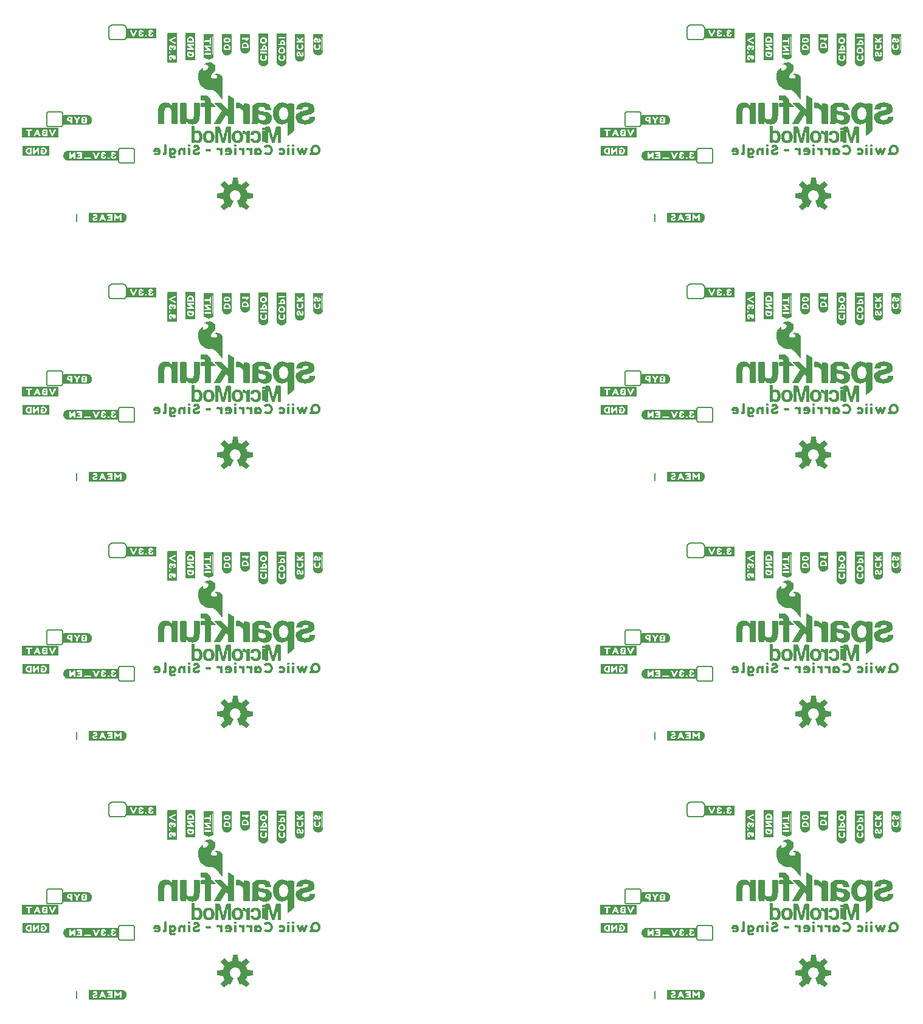
<source format=gbo>
G04 EAGLE Gerber RS-274X export*
G75*
%MOMM*%
%FSLAX34Y34*%
%LPD*%
%INSilkscreen Bottom*%
%IPPOS*%
%AMOC8*
5,1,8,0,0,1.08239X$1,22.5*%
G01*
%ADD10C,0.203200*%
%ADD11C,0.152400*%

G36*
X331655Y89150D02*
X331655Y89150D01*
X331711Y89150D01*
X331739Y89165D01*
X331771Y89170D01*
X331830Y89210D01*
X331866Y89228D01*
X331875Y89240D01*
X331891Y89251D01*
X336199Y93559D01*
X336216Y93586D01*
X336240Y93607D01*
X336261Y93659D01*
X336290Y93706D01*
X336293Y93738D01*
X336305Y93768D01*
X336302Y93823D01*
X336307Y93879D01*
X336295Y93909D01*
X336293Y93941D01*
X336259Y94004D01*
X336245Y94041D01*
X336234Y94051D01*
X336225Y94068D01*
X331258Y100159D01*
X332447Y102469D01*
X332454Y102495D01*
X332471Y102527D01*
X333263Y105001D01*
X341082Y105795D01*
X341113Y105805D01*
X341145Y105806D01*
X341194Y105833D01*
X341246Y105851D01*
X341269Y105874D01*
X341297Y105889D01*
X341329Y105935D01*
X341368Y105974D01*
X341378Y106005D01*
X341397Y106031D01*
X341410Y106101D01*
X341423Y106139D01*
X341421Y106154D01*
X341424Y106173D01*
X341424Y112267D01*
X341417Y112298D01*
X341419Y112330D01*
X341397Y112381D01*
X341385Y112436D01*
X341364Y112460D01*
X341352Y112490D01*
X341310Y112526D01*
X341275Y112569D01*
X341245Y112582D01*
X341221Y112603D01*
X341152Y112624D01*
X341116Y112640D01*
X341101Y112640D01*
X341082Y112645D01*
X333263Y113439D01*
X332471Y115913D01*
X332458Y115936D01*
X332447Y115971D01*
X331258Y118281D01*
X336225Y124372D01*
X336239Y124400D01*
X336260Y124424D01*
X336276Y124477D01*
X336301Y124527D01*
X336301Y124559D01*
X336310Y124590D01*
X336300Y124645D01*
X336300Y124701D01*
X336285Y124729D01*
X336280Y124761D01*
X336240Y124820D01*
X336222Y124856D01*
X336210Y124865D01*
X336199Y124881D01*
X331891Y129189D01*
X331864Y129206D01*
X331843Y129230D01*
X331791Y129251D01*
X331744Y129280D01*
X331712Y129283D01*
X331682Y129295D01*
X331627Y129292D01*
X331571Y129297D01*
X331541Y129285D01*
X331509Y129283D01*
X331446Y129249D01*
X331409Y129235D01*
X331399Y129224D01*
X331382Y129215D01*
X325291Y124248D01*
X322981Y125437D01*
X322955Y125444D01*
X322923Y125461D01*
X320449Y126253D01*
X319655Y134072D01*
X319647Y134098D01*
X319646Y134110D01*
X319645Y134113D01*
X319644Y134135D01*
X319617Y134184D01*
X319599Y134236D01*
X319576Y134259D01*
X319561Y134287D01*
X319515Y134319D01*
X319476Y134358D01*
X319445Y134368D01*
X319419Y134387D01*
X319349Y134400D01*
X319311Y134413D01*
X319296Y134411D01*
X319277Y134414D01*
X313183Y134414D01*
X313152Y134407D01*
X313120Y134409D01*
X313069Y134387D01*
X313014Y134375D01*
X312990Y134354D01*
X312960Y134342D01*
X312924Y134300D01*
X312881Y134265D01*
X312868Y134235D01*
X312847Y134211D01*
X312826Y134142D01*
X312810Y134106D01*
X312810Y134091D01*
X312808Y134084D01*
X312807Y134082D01*
X312807Y134081D01*
X312805Y134072D01*
X312011Y126253D01*
X309537Y125461D01*
X309514Y125448D01*
X309479Y125437D01*
X307169Y124248D01*
X301078Y129215D01*
X301050Y129229D01*
X301026Y129250D01*
X300973Y129266D01*
X300923Y129291D01*
X300891Y129291D01*
X300860Y129300D01*
X300805Y129290D01*
X300749Y129290D01*
X300721Y129275D01*
X300689Y129270D01*
X300630Y129230D01*
X300595Y129212D01*
X300585Y129200D01*
X300569Y129189D01*
X296261Y124881D01*
X296244Y124854D01*
X296220Y124833D01*
X296199Y124781D01*
X296170Y124734D01*
X296167Y124702D01*
X296155Y124672D01*
X296159Y124617D01*
X296153Y124561D01*
X296165Y124531D01*
X296167Y124499D01*
X296201Y124436D01*
X296215Y124399D01*
X296226Y124389D01*
X296235Y124372D01*
X301202Y118281D01*
X300013Y115971D01*
X300006Y115945D01*
X299989Y115913D01*
X299197Y113439D01*
X291378Y112645D01*
X291347Y112635D01*
X291315Y112634D01*
X291266Y112607D01*
X291214Y112589D01*
X291191Y112566D01*
X291163Y112551D01*
X291131Y112505D01*
X291092Y112466D01*
X291082Y112435D01*
X291063Y112409D01*
X291050Y112339D01*
X291037Y112301D01*
X291039Y112286D01*
X291036Y112267D01*
X291036Y106173D01*
X291043Y106142D01*
X291041Y106110D01*
X291063Y106059D01*
X291075Y106004D01*
X291096Y105980D01*
X291108Y105950D01*
X291150Y105914D01*
X291185Y105871D01*
X291215Y105858D01*
X291239Y105837D01*
X291308Y105816D01*
X291344Y105800D01*
X291359Y105800D01*
X291378Y105795D01*
X299197Y105001D01*
X299989Y102527D01*
X300002Y102504D01*
X300013Y102469D01*
X301202Y100159D01*
X296235Y94068D01*
X296221Y94040D01*
X296200Y94016D01*
X296184Y93963D01*
X296159Y93913D01*
X296159Y93881D01*
X296150Y93850D01*
X296160Y93795D01*
X296160Y93739D01*
X296175Y93711D01*
X296180Y93679D01*
X296220Y93620D01*
X296238Y93585D01*
X296250Y93575D01*
X296261Y93559D01*
X300569Y89251D01*
X300596Y89234D01*
X300617Y89210D01*
X300669Y89189D01*
X300716Y89160D01*
X300748Y89157D01*
X300778Y89145D01*
X300833Y89149D01*
X300889Y89143D01*
X300919Y89155D01*
X300951Y89157D01*
X301014Y89191D01*
X301051Y89205D01*
X301061Y89216D01*
X301078Y89225D01*
X307169Y94192D01*
X309478Y93002D01*
X309542Y92986D01*
X309605Y92963D01*
X309626Y92965D01*
X309646Y92960D01*
X309711Y92974D01*
X309777Y92981D01*
X309795Y92992D01*
X309815Y92997D01*
X309867Y93038D01*
X309923Y93074D01*
X309936Y93093D01*
X309951Y93105D01*
X309967Y93140D01*
X310003Y93194D01*
X313591Y101856D01*
X313596Y101888D01*
X313610Y101916D01*
X313610Y101972D01*
X313619Y102027D01*
X313610Y102058D01*
X313610Y102089D01*
X313585Y102140D01*
X313569Y102193D01*
X313547Y102216D01*
X313533Y102245D01*
X313477Y102291D01*
X313450Y102319D01*
X313436Y102324D01*
X313421Y102337D01*
X312044Y103081D01*
X310878Y104065D01*
X309938Y105267D01*
X309264Y106635D01*
X308883Y108113D01*
X308811Y109637D01*
X309053Y111143D01*
X309597Y112569D01*
X310421Y113853D01*
X311490Y114942D01*
X312758Y115790D01*
X314173Y116360D01*
X315675Y116630D01*
X317200Y116587D01*
X318684Y116234D01*
X320065Y115584D01*
X321284Y114667D01*
X322290Y113520D01*
X323041Y112191D01*
X323504Y110738D01*
X323661Y109219D01*
X323518Y107770D01*
X323095Y106376D01*
X322409Y105092D01*
X321485Y103966D01*
X320359Y103042D01*
X319041Y102337D01*
X319016Y102316D01*
X318987Y102302D01*
X318952Y102259D01*
X318911Y102223D01*
X318898Y102193D01*
X318878Y102168D01*
X318866Y102114D01*
X318845Y102063D01*
X318847Y102030D01*
X318840Y101998D01*
X318854Y101929D01*
X318857Y101890D01*
X318865Y101876D01*
X318869Y101856D01*
X322457Y93194D01*
X322496Y93140D01*
X322528Y93083D01*
X322545Y93071D01*
X322558Y93054D01*
X322616Y93023D01*
X322671Y92985D01*
X322692Y92982D01*
X322711Y92972D01*
X322777Y92971D01*
X322843Y92961D01*
X322866Y92968D01*
X322884Y92967D01*
X322919Y92984D01*
X322982Y93002D01*
X325291Y94192D01*
X331382Y89225D01*
X331410Y89211D01*
X331434Y89190D01*
X331487Y89174D01*
X331537Y89149D01*
X331569Y89149D01*
X331600Y89140D01*
X331655Y89150D01*
G37*
G36*
X1136835Y810510D02*
X1136835Y810510D01*
X1136891Y810510D01*
X1136919Y810525D01*
X1136951Y810530D01*
X1137010Y810570D01*
X1137046Y810588D01*
X1137055Y810600D01*
X1137071Y810611D01*
X1141379Y814919D01*
X1141396Y814946D01*
X1141420Y814967D01*
X1141441Y815019D01*
X1141470Y815066D01*
X1141473Y815098D01*
X1141485Y815128D01*
X1141482Y815183D01*
X1141487Y815239D01*
X1141475Y815269D01*
X1141473Y815301D01*
X1141439Y815364D01*
X1141425Y815401D01*
X1141414Y815411D01*
X1141405Y815428D01*
X1136438Y821519D01*
X1137627Y823829D01*
X1137634Y823855D01*
X1137651Y823887D01*
X1138443Y826361D01*
X1146262Y827155D01*
X1146293Y827165D01*
X1146325Y827166D01*
X1146374Y827193D01*
X1146426Y827211D01*
X1146449Y827234D01*
X1146477Y827249D01*
X1146509Y827295D01*
X1146548Y827334D01*
X1146558Y827365D01*
X1146577Y827391D01*
X1146590Y827461D01*
X1146603Y827499D01*
X1146601Y827514D01*
X1146604Y827533D01*
X1146604Y833627D01*
X1146597Y833658D01*
X1146599Y833690D01*
X1146577Y833741D01*
X1146565Y833796D01*
X1146544Y833820D01*
X1146532Y833850D01*
X1146490Y833886D01*
X1146455Y833929D01*
X1146425Y833942D01*
X1146401Y833963D01*
X1146332Y833984D01*
X1146296Y834000D01*
X1146281Y834000D01*
X1146262Y834005D01*
X1138443Y834799D01*
X1137651Y837273D01*
X1137638Y837296D01*
X1137627Y837331D01*
X1136438Y839641D01*
X1141405Y845732D01*
X1141419Y845760D01*
X1141440Y845784D01*
X1141456Y845837D01*
X1141481Y845887D01*
X1141481Y845919D01*
X1141490Y845950D01*
X1141480Y846005D01*
X1141480Y846061D01*
X1141465Y846089D01*
X1141460Y846121D01*
X1141420Y846180D01*
X1141402Y846216D01*
X1141390Y846225D01*
X1141379Y846241D01*
X1137071Y850549D01*
X1137044Y850566D01*
X1137023Y850590D01*
X1136971Y850611D01*
X1136924Y850640D01*
X1136892Y850643D01*
X1136862Y850655D01*
X1136807Y850652D01*
X1136751Y850657D01*
X1136721Y850645D01*
X1136689Y850643D01*
X1136626Y850609D01*
X1136589Y850595D01*
X1136579Y850584D01*
X1136562Y850575D01*
X1130471Y845608D01*
X1128161Y846797D01*
X1128135Y846804D01*
X1128103Y846821D01*
X1125629Y847613D01*
X1124835Y855432D01*
X1124827Y855458D01*
X1124826Y855470D01*
X1124825Y855473D01*
X1124824Y855495D01*
X1124797Y855544D01*
X1124779Y855596D01*
X1124756Y855619D01*
X1124741Y855647D01*
X1124695Y855679D01*
X1124656Y855718D01*
X1124625Y855728D01*
X1124599Y855747D01*
X1124529Y855760D01*
X1124491Y855773D01*
X1124476Y855771D01*
X1124457Y855774D01*
X1118363Y855774D01*
X1118332Y855767D01*
X1118300Y855769D01*
X1118249Y855747D01*
X1118194Y855735D01*
X1118170Y855714D01*
X1118140Y855702D01*
X1118104Y855660D01*
X1118061Y855625D01*
X1118048Y855595D01*
X1118027Y855571D01*
X1118006Y855502D01*
X1117990Y855466D01*
X1117990Y855451D01*
X1117988Y855444D01*
X1117987Y855442D01*
X1117987Y855441D01*
X1117985Y855432D01*
X1117191Y847613D01*
X1114717Y846821D01*
X1114694Y846808D01*
X1114659Y846797D01*
X1112349Y845608D01*
X1106258Y850575D01*
X1106230Y850589D01*
X1106206Y850610D01*
X1106153Y850626D01*
X1106103Y850651D01*
X1106071Y850651D01*
X1106040Y850660D01*
X1105985Y850650D01*
X1105929Y850650D01*
X1105901Y850635D01*
X1105869Y850630D01*
X1105810Y850590D01*
X1105775Y850572D01*
X1105765Y850560D01*
X1105749Y850549D01*
X1101441Y846241D01*
X1101424Y846214D01*
X1101400Y846193D01*
X1101379Y846141D01*
X1101350Y846094D01*
X1101347Y846062D01*
X1101335Y846032D01*
X1101339Y845977D01*
X1101333Y845921D01*
X1101345Y845891D01*
X1101347Y845859D01*
X1101381Y845796D01*
X1101395Y845759D01*
X1101406Y845749D01*
X1101415Y845732D01*
X1106382Y839641D01*
X1105193Y837331D01*
X1105186Y837305D01*
X1105169Y837273D01*
X1104377Y834799D01*
X1096558Y834005D01*
X1096527Y833995D01*
X1096495Y833994D01*
X1096446Y833967D01*
X1096394Y833949D01*
X1096371Y833926D01*
X1096343Y833911D01*
X1096311Y833865D01*
X1096272Y833826D01*
X1096262Y833795D01*
X1096243Y833769D01*
X1096230Y833699D01*
X1096217Y833661D01*
X1096219Y833646D01*
X1096216Y833627D01*
X1096216Y827533D01*
X1096223Y827502D01*
X1096221Y827470D01*
X1096243Y827419D01*
X1096255Y827364D01*
X1096276Y827340D01*
X1096288Y827310D01*
X1096330Y827274D01*
X1096365Y827231D01*
X1096395Y827218D01*
X1096419Y827197D01*
X1096488Y827176D01*
X1096524Y827160D01*
X1096539Y827160D01*
X1096558Y827155D01*
X1104377Y826361D01*
X1105169Y823887D01*
X1105182Y823864D01*
X1105193Y823829D01*
X1106382Y821519D01*
X1101415Y815428D01*
X1101401Y815400D01*
X1101380Y815376D01*
X1101364Y815323D01*
X1101339Y815273D01*
X1101339Y815241D01*
X1101330Y815210D01*
X1101340Y815155D01*
X1101340Y815099D01*
X1101355Y815071D01*
X1101360Y815039D01*
X1101400Y814980D01*
X1101418Y814945D01*
X1101430Y814935D01*
X1101441Y814919D01*
X1105749Y810611D01*
X1105776Y810594D01*
X1105797Y810570D01*
X1105849Y810549D01*
X1105896Y810520D01*
X1105928Y810517D01*
X1105958Y810505D01*
X1106013Y810509D01*
X1106069Y810503D01*
X1106099Y810515D01*
X1106131Y810517D01*
X1106194Y810551D01*
X1106231Y810565D01*
X1106241Y810576D01*
X1106258Y810585D01*
X1112349Y815552D01*
X1114658Y814362D01*
X1114722Y814346D01*
X1114785Y814323D01*
X1114806Y814325D01*
X1114826Y814320D01*
X1114891Y814334D01*
X1114957Y814341D01*
X1114975Y814352D01*
X1114995Y814357D01*
X1115047Y814398D01*
X1115103Y814434D01*
X1115116Y814453D01*
X1115131Y814465D01*
X1115147Y814500D01*
X1115183Y814554D01*
X1118771Y823216D01*
X1118776Y823248D01*
X1118790Y823276D01*
X1118790Y823332D01*
X1118799Y823387D01*
X1118790Y823418D01*
X1118790Y823449D01*
X1118765Y823500D01*
X1118749Y823553D01*
X1118727Y823576D01*
X1118713Y823605D01*
X1118657Y823651D01*
X1118630Y823679D01*
X1118616Y823684D01*
X1118601Y823697D01*
X1117224Y824441D01*
X1116058Y825425D01*
X1115118Y826627D01*
X1114444Y827995D01*
X1114063Y829473D01*
X1113991Y830997D01*
X1114233Y832503D01*
X1114777Y833929D01*
X1115601Y835213D01*
X1116670Y836302D01*
X1117938Y837150D01*
X1119353Y837720D01*
X1120855Y837990D01*
X1122380Y837947D01*
X1123864Y837594D01*
X1125245Y836944D01*
X1126464Y836027D01*
X1127470Y834880D01*
X1128221Y833551D01*
X1128684Y832098D01*
X1128841Y830579D01*
X1128698Y829130D01*
X1128275Y827736D01*
X1127589Y826452D01*
X1126665Y825326D01*
X1125539Y824402D01*
X1124221Y823697D01*
X1124196Y823676D01*
X1124167Y823662D01*
X1124132Y823619D01*
X1124091Y823583D01*
X1124078Y823553D01*
X1124058Y823528D01*
X1124046Y823474D01*
X1124025Y823423D01*
X1124027Y823390D01*
X1124020Y823358D01*
X1124034Y823289D01*
X1124037Y823250D01*
X1124045Y823236D01*
X1124049Y823216D01*
X1127637Y814554D01*
X1127676Y814500D01*
X1127708Y814443D01*
X1127725Y814431D01*
X1127738Y814414D01*
X1127796Y814383D01*
X1127851Y814345D01*
X1127872Y814342D01*
X1127891Y814332D01*
X1127957Y814331D01*
X1128023Y814321D01*
X1128046Y814328D01*
X1128064Y814327D01*
X1128099Y814344D01*
X1128162Y814362D01*
X1130471Y815552D01*
X1136562Y810585D01*
X1136590Y810571D01*
X1136614Y810550D01*
X1136667Y810534D01*
X1136717Y810509D01*
X1136749Y810509D01*
X1136780Y810500D01*
X1136835Y810510D01*
G37*
G36*
X1136835Y1171190D02*
X1136835Y1171190D01*
X1136891Y1171190D01*
X1136919Y1171205D01*
X1136951Y1171210D01*
X1137010Y1171250D01*
X1137046Y1171268D01*
X1137055Y1171280D01*
X1137071Y1171291D01*
X1141379Y1175599D01*
X1141396Y1175626D01*
X1141420Y1175647D01*
X1141441Y1175699D01*
X1141470Y1175746D01*
X1141473Y1175778D01*
X1141485Y1175808D01*
X1141482Y1175863D01*
X1141487Y1175919D01*
X1141475Y1175949D01*
X1141473Y1175981D01*
X1141439Y1176044D01*
X1141425Y1176081D01*
X1141414Y1176091D01*
X1141405Y1176108D01*
X1136438Y1182199D01*
X1137627Y1184509D01*
X1137634Y1184535D01*
X1137651Y1184567D01*
X1138443Y1187041D01*
X1146262Y1187835D01*
X1146293Y1187845D01*
X1146325Y1187846D01*
X1146374Y1187873D01*
X1146426Y1187891D01*
X1146449Y1187914D01*
X1146477Y1187929D01*
X1146509Y1187975D01*
X1146548Y1188014D01*
X1146558Y1188045D01*
X1146577Y1188071D01*
X1146590Y1188141D01*
X1146603Y1188179D01*
X1146601Y1188194D01*
X1146604Y1188213D01*
X1146604Y1194307D01*
X1146597Y1194338D01*
X1146599Y1194370D01*
X1146577Y1194421D01*
X1146565Y1194476D01*
X1146544Y1194500D01*
X1146532Y1194530D01*
X1146490Y1194566D01*
X1146455Y1194609D01*
X1146425Y1194622D01*
X1146401Y1194643D01*
X1146332Y1194664D01*
X1146296Y1194680D01*
X1146281Y1194680D01*
X1146262Y1194685D01*
X1138443Y1195479D01*
X1137651Y1197953D01*
X1137638Y1197976D01*
X1137627Y1198011D01*
X1136438Y1200321D01*
X1141405Y1206412D01*
X1141419Y1206440D01*
X1141440Y1206464D01*
X1141456Y1206517D01*
X1141481Y1206567D01*
X1141481Y1206599D01*
X1141490Y1206630D01*
X1141480Y1206685D01*
X1141480Y1206741D01*
X1141465Y1206769D01*
X1141460Y1206801D01*
X1141420Y1206860D01*
X1141402Y1206896D01*
X1141390Y1206905D01*
X1141379Y1206921D01*
X1137071Y1211229D01*
X1137044Y1211246D01*
X1137023Y1211270D01*
X1136971Y1211291D01*
X1136924Y1211320D01*
X1136892Y1211323D01*
X1136862Y1211335D01*
X1136807Y1211332D01*
X1136751Y1211337D01*
X1136721Y1211325D01*
X1136689Y1211323D01*
X1136626Y1211289D01*
X1136589Y1211275D01*
X1136579Y1211264D01*
X1136562Y1211255D01*
X1130471Y1206288D01*
X1128161Y1207477D01*
X1128135Y1207484D01*
X1128103Y1207501D01*
X1125629Y1208293D01*
X1124835Y1216112D01*
X1124827Y1216138D01*
X1124826Y1216150D01*
X1124825Y1216153D01*
X1124824Y1216175D01*
X1124797Y1216224D01*
X1124779Y1216276D01*
X1124756Y1216299D01*
X1124741Y1216327D01*
X1124695Y1216359D01*
X1124656Y1216398D01*
X1124625Y1216408D01*
X1124599Y1216427D01*
X1124529Y1216440D01*
X1124491Y1216453D01*
X1124476Y1216451D01*
X1124457Y1216454D01*
X1118363Y1216454D01*
X1118332Y1216447D01*
X1118300Y1216449D01*
X1118249Y1216427D01*
X1118194Y1216415D01*
X1118170Y1216394D01*
X1118140Y1216382D01*
X1118104Y1216340D01*
X1118061Y1216305D01*
X1118048Y1216275D01*
X1118027Y1216251D01*
X1118006Y1216182D01*
X1117990Y1216146D01*
X1117990Y1216131D01*
X1117988Y1216124D01*
X1117987Y1216122D01*
X1117987Y1216121D01*
X1117985Y1216112D01*
X1117191Y1208293D01*
X1114717Y1207501D01*
X1114694Y1207488D01*
X1114659Y1207477D01*
X1112349Y1206288D01*
X1106258Y1211255D01*
X1106230Y1211269D01*
X1106206Y1211290D01*
X1106153Y1211306D01*
X1106103Y1211331D01*
X1106071Y1211331D01*
X1106040Y1211340D01*
X1105985Y1211330D01*
X1105929Y1211330D01*
X1105901Y1211315D01*
X1105869Y1211310D01*
X1105810Y1211270D01*
X1105775Y1211252D01*
X1105765Y1211240D01*
X1105749Y1211229D01*
X1101441Y1206921D01*
X1101424Y1206894D01*
X1101400Y1206873D01*
X1101379Y1206821D01*
X1101350Y1206774D01*
X1101347Y1206742D01*
X1101335Y1206712D01*
X1101339Y1206657D01*
X1101333Y1206601D01*
X1101345Y1206571D01*
X1101347Y1206539D01*
X1101381Y1206476D01*
X1101395Y1206439D01*
X1101406Y1206429D01*
X1101415Y1206412D01*
X1106382Y1200321D01*
X1105193Y1198011D01*
X1105186Y1197985D01*
X1105169Y1197953D01*
X1104377Y1195479D01*
X1096558Y1194685D01*
X1096527Y1194675D01*
X1096495Y1194674D01*
X1096446Y1194647D01*
X1096394Y1194629D01*
X1096371Y1194606D01*
X1096343Y1194591D01*
X1096311Y1194545D01*
X1096272Y1194506D01*
X1096262Y1194475D01*
X1096243Y1194449D01*
X1096230Y1194379D01*
X1096217Y1194341D01*
X1096219Y1194326D01*
X1096216Y1194307D01*
X1096216Y1188213D01*
X1096223Y1188182D01*
X1096221Y1188150D01*
X1096243Y1188099D01*
X1096255Y1188044D01*
X1096276Y1188020D01*
X1096288Y1187990D01*
X1096330Y1187954D01*
X1096365Y1187911D01*
X1096395Y1187898D01*
X1096419Y1187877D01*
X1096488Y1187856D01*
X1096524Y1187840D01*
X1096539Y1187840D01*
X1096558Y1187835D01*
X1104377Y1187041D01*
X1105169Y1184567D01*
X1105182Y1184544D01*
X1105193Y1184509D01*
X1106382Y1182199D01*
X1101415Y1176108D01*
X1101401Y1176080D01*
X1101380Y1176056D01*
X1101364Y1176003D01*
X1101339Y1175953D01*
X1101339Y1175921D01*
X1101330Y1175890D01*
X1101340Y1175835D01*
X1101340Y1175779D01*
X1101355Y1175751D01*
X1101360Y1175719D01*
X1101400Y1175660D01*
X1101418Y1175625D01*
X1101430Y1175615D01*
X1101441Y1175599D01*
X1105749Y1171291D01*
X1105776Y1171274D01*
X1105797Y1171250D01*
X1105849Y1171229D01*
X1105896Y1171200D01*
X1105928Y1171197D01*
X1105958Y1171185D01*
X1106013Y1171189D01*
X1106069Y1171183D01*
X1106099Y1171195D01*
X1106131Y1171197D01*
X1106194Y1171231D01*
X1106231Y1171245D01*
X1106241Y1171256D01*
X1106258Y1171265D01*
X1112349Y1176232D01*
X1114658Y1175042D01*
X1114722Y1175026D01*
X1114785Y1175003D01*
X1114806Y1175005D01*
X1114826Y1175000D01*
X1114891Y1175014D01*
X1114957Y1175021D01*
X1114975Y1175032D01*
X1114995Y1175037D01*
X1115047Y1175078D01*
X1115103Y1175114D01*
X1115116Y1175133D01*
X1115131Y1175145D01*
X1115147Y1175180D01*
X1115183Y1175234D01*
X1118771Y1183896D01*
X1118776Y1183928D01*
X1118790Y1183956D01*
X1118790Y1184012D01*
X1118799Y1184067D01*
X1118790Y1184098D01*
X1118790Y1184129D01*
X1118765Y1184180D01*
X1118749Y1184233D01*
X1118727Y1184256D01*
X1118713Y1184285D01*
X1118657Y1184331D01*
X1118630Y1184359D01*
X1118616Y1184364D01*
X1118601Y1184377D01*
X1117224Y1185121D01*
X1116058Y1186105D01*
X1115118Y1187307D01*
X1114444Y1188675D01*
X1114063Y1190153D01*
X1113991Y1191677D01*
X1114233Y1193183D01*
X1114777Y1194609D01*
X1115601Y1195893D01*
X1116670Y1196982D01*
X1117938Y1197830D01*
X1119353Y1198400D01*
X1120855Y1198670D01*
X1122380Y1198627D01*
X1123864Y1198274D01*
X1125245Y1197624D01*
X1126464Y1196707D01*
X1127470Y1195560D01*
X1128221Y1194231D01*
X1128684Y1192778D01*
X1128841Y1191259D01*
X1128698Y1189810D01*
X1128275Y1188416D01*
X1127589Y1187132D01*
X1126665Y1186006D01*
X1125539Y1185082D01*
X1124221Y1184377D01*
X1124196Y1184356D01*
X1124167Y1184342D01*
X1124132Y1184299D01*
X1124091Y1184263D01*
X1124078Y1184233D01*
X1124058Y1184208D01*
X1124046Y1184154D01*
X1124025Y1184103D01*
X1124027Y1184070D01*
X1124020Y1184038D01*
X1124034Y1183969D01*
X1124037Y1183930D01*
X1124045Y1183916D01*
X1124049Y1183896D01*
X1127637Y1175234D01*
X1127676Y1175180D01*
X1127708Y1175123D01*
X1127725Y1175111D01*
X1127738Y1175094D01*
X1127796Y1175063D01*
X1127851Y1175025D01*
X1127872Y1175022D01*
X1127891Y1175012D01*
X1127957Y1175011D01*
X1128023Y1175001D01*
X1128046Y1175008D01*
X1128064Y1175007D01*
X1128099Y1175024D01*
X1128162Y1175042D01*
X1130471Y1176232D01*
X1136562Y1171265D01*
X1136590Y1171251D01*
X1136614Y1171230D01*
X1136667Y1171214D01*
X1136717Y1171189D01*
X1136749Y1171189D01*
X1136780Y1171180D01*
X1136835Y1171190D01*
G37*
G36*
X331655Y810510D02*
X331655Y810510D01*
X331711Y810510D01*
X331739Y810525D01*
X331771Y810530D01*
X331830Y810570D01*
X331866Y810588D01*
X331875Y810600D01*
X331891Y810611D01*
X336199Y814919D01*
X336216Y814946D01*
X336240Y814967D01*
X336261Y815019D01*
X336290Y815066D01*
X336293Y815098D01*
X336305Y815128D01*
X336302Y815183D01*
X336307Y815239D01*
X336295Y815269D01*
X336293Y815301D01*
X336259Y815364D01*
X336245Y815401D01*
X336234Y815411D01*
X336225Y815428D01*
X331258Y821519D01*
X332447Y823829D01*
X332454Y823855D01*
X332471Y823887D01*
X333263Y826361D01*
X341082Y827155D01*
X341113Y827165D01*
X341145Y827166D01*
X341194Y827193D01*
X341246Y827211D01*
X341269Y827234D01*
X341297Y827249D01*
X341329Y827295D01*
X341368Y827334D01*
X341378Y827365D01*
X341397Y827391D01*
X341410Y827461D01*
X341423Y827499D01*
X341421Y827514D01*
X341424Y827533D01*
X341424Y833627D01*
X341417Y833658D01*
X341419Y833690D01*
X341397Y833741D01*
X341385Y833796D01*
X341364Y833820D01*
X341352Y833850D01*
X341310Y833886D01*
X341275Y833929D01*
X341245Y833942D01*
X341221Y833963D01*
X341152Y833984D01*
X341116Y834000D01*
X341101Y834000D01*
X341082Y834005D01*
X333263Y834799D01*
X332471Y837273D01*
X332458Y837296D01*
X332447Y837331D01*
X331258Y839641D01*
X336225Y845732D01*
X336239Y845760D01*
X336260Y845784D01*
X336276Y845837D01*
X336301Y845887D01*
X336301Y845919D01*
X336310Y845950D01*
X336300Y846005D01*
X336300Y846061D01*
X336285Y846089D01*
X336280Y846121D01*
X336240Y846180D01*
X336222Y846216D01*
X336210Y846225D01*
X336199Y846241D01*
X331891Y850549D01*
X331864Y850566D01*
X331843Y850590D01*
X331791Y850611D01*
X331744Y850640D01*
X331712Y850643D01*
X331682Y850655D01*
X331627Y850652D01*
X331571Y850657D01*
X331541Y850645D01*
X331509Y850643D01*
X331446Y850609D01*
X331409Y850595D01*
X331399Y850584D01*
X331382Y850575D01*
X325291Y845608D01*
X322981Y846797D01*
X322955Y846804D01*
X322923Y846821D01*
X320449Y847613D01*
X319655Y855432D01*
X319647Y855458D01*
X319646Y855470D01*
X319645Y855473D01*
X319644Y855495D01*
X319617Y855544D01*
X319599Y855596D01*
X319576Y855619D01*
X319561Y855647D01*
X319515Y855679D01*
X319476Y855718D01*
X319445Y855728D01*
X319419Y855747D01*
X319349Y855760D01*
X319311Y855773D01*
X319296Y855771D01*
X319277Y855774D01*
X313183Y855774D01*
X313152Y855767D01*
X313120Y855769D01*
X313069Y855747D01*
X313014Y855735D01*
X312990Y855714D01*
X312960Y855702D01*
X312924Y855660D01*
X312881Y855625D01*
X312868Y855595D01*
X312847Y855571D01*
X312826Y855502D01*
X312810Y855466D01*
X312810Y855451D01*
X312808Y855444D01*
X312807Y855442D01*
X312807Y855441D01*
X312805Y855432D01*
X312011Y847613D01*
X309537Y846821D01*
X309514Y846808D01*
X309479Y846797D01*
X307169Y845608D01*
X301078Y850575D01*
X301050Y850589D01*
X301026Y850610D01*
X300973Y850626D01*
X300923Y850651D01*
X300891Y850651D01*
X300860Y850660D01*
X300805Y850650D01*
X300749Y850650D01*
X300721Y850635D01*
X300689Y850630D01*
X300630Y850590D01*
X300595Y850572D01*
X300585Y850560D01*
X300569Y850549D01*
X296261Y846241D01*
X296244Y846214D01*
X296220Y846193D01*
X296199Y846141D01*
X296170Y846094D01*
X296167Y846062D01*
X296155Y846032D01*
X296159Y845977D01*
X296153Y845921D01*
X296165Y845891D01*
X296167Y845859D01*
X296201Y845796D01*
X296215Y845759D01*
X296226Y845749D01*
X296235Y845732D01*
X301202Y839641D01*
X300013Y837331D01*
X300006Y837305D01*
X299989Y837273D01*
X299197Y834799D01*
X291378Y834005D01*
X291347Y833995D01*
X291315Y833994D01*
X291266Y833967D01*
X291214Y833949D01*
X291191Y833926D01*
X291163Y833911D01*
X291131Y833865D01*
X291092Y833826D01*
X291082Y833795D01*
X291063Y833769D01*
X291050Y833699D01*
X291037Y833661D01*
X291039Y833646D01*
X291036Y833627D01*
X291036Y827533D01*
X291043Y827502D01*
X291041Y827470D01*
X291063Y827419D01*
X291075Y827364D01*
X291096Y827340D01*
X291108Y827310D01*
X291150Y827274D01*
X291185Y827231D01*
X291215Y827218D01*
X291239Y827197D01*
X291308Y827176D01*
X291344Y827160D01*
X291359Y827160D01*
X291378Y827155D01*
X299197Y826361D01*
X299989Y823887D01*
X300002Y823864D01*
X300013Y823829D01*
X301202Y821519D01*
X296235Y815428D01*
X296221Y815400D01*
X296200Y815376D01*
X296184Y815323D01*
X296159Y815273D01*
X296159Y815241D01*
X296150Y815210D01*
X296160Y815155D01*
X296160Y815099D01*
X296175Y815071D01*
X296180Y815039D01*
X296220Y814980D01*
X296238Y814945D01*
X296250Y814935D01*
X296261Y814919D01*
X300569Y810611D01*
X300596Y810594D01*
X300617Y810570D01*
X300669Y810549D01*
X300716Y810520D01*
X300748Y810517D01*
X300778Y810505D01*
X300833Y810509D01*
X300889Y810503D01*
X300919Y810515D01*
X300951Y810517D01*
X301014Y810551D01*
X301051Y810565D01*
X301061Y810576D01*
X301078Y810585D01*
X307169Y815552D01*
X309478Y814362D01*
X309542Y814346D01*
X309605Y814323D01*
X309626Y814325D01*
X309646Y814320D01*
X309711Y814334D01*
X309777Y814341D01*
X309795Y814352D01*
X309815Y814357D01*
X309867Y814398D01*
X309923Y814434D01*
X309936Y814453D01*
X309951Y814465D01*
X309967Y814500D01*
X310003Y814554D01*
X313591Y823216D01*
X313596Y823248D01*
X313610Y823276D01*
X313610Y823332D01*
X313619Y823387D01*
X313610Y823418D01*
X313610Y823449D01*
X313585Y823500D01*
X313569Y823553D01*
X313547Y823576D01*
X313533Y823605D01*
X313477Y823651D01*
X313450Y823679D01*
X313436Y823684D01*
X313421Y823697D01*
X312044Y824441D01*
X310878Y825425D01*
X309938Y826627D01*
X309264Y827995D01*
X308883Y829473D01*
X308811Y830997D01*
X309053Y832503D01*
X309597Y833929D01*
X310421Y835213D01*
X311490Y836302D01*
X312758Y837150D01*
X314173Y837720D01*
X315675Y837990D01*
X317200Y837947D01*
X318684Y837594D01*
X320065Y836944D01*
X321284Y836027D01*
X322290Y834880D01*
X323041Y833551D01*
X323504Y832098D01*
X323661Y830579D01*
X323518Y829130D01*
X323095Y827736D01*
X322409Y826452D01*
X321485Y825326D01*
X320359Y824402D01*
X319041Y823697D01*
X319016Y823676D01*
X318987Y823662D01*
X318952Y823619D01*
X318911Y823583D01*
X318898Y823553D01*
X318878Y823528D01*
X318866Y823474D01*
X318845Y823423D01*
X318847Y823390D01*
X318840Y823358D01*
X318854Y823289D01*
X318857Y823250D01*
X318865Y823236D01*
X318869Y823216D01*
X322457Y814554D01*
X322496Y814500D01*
X322528Y814443D01*
X322545Y814431D01*
X322558Y814414D01*
X322616Y814383D01*
X322671Y814345D01*
X322692Y814342D01*
X322711Y814332D01*
X322777Y814331D01*
X322843Y814321D01*
X322866Y814328D01*
X322884Y814327D01*
X322919Y814344D01*
X322982Y814362D01*
X325291Y815552D01*
X331382Y810585D01*
X331410Y810571D01*
X331434Y810550D01*
X331487Y810534D01*
X331537Y810509D01*
X331569Y810509D01*
X331600Y810500D01*
X331655Y810510D01*
G37*
G36*
X331655Y1171190D02*
X331655Y1171190D01*
X331711Y1171190D01*
X331739Y1171205D01*
X331771Y1171210D01*
X331830Y1171250D01*
X331866Y1171268D01*
X331875Y1171280D01*
X331891Y1171291D01*
X336199Y1175599D01*
X336216Y1175626D01*
X336240Y1175647D01*
X336261Y1175699D01*
X336290Y1175746D01*
X336293Y1175778D01*
X336305Y1175808D01*
X336302Y1175863D01*
X336307Y1175919D01*
X336295Y1175949D01*
X336293Y1175981D01*
X336259Y1176044D01*
X336245Y1176081D01*
X336234Y1176091D01*
X336225Y1176108D01*
X331258Y1182199D01*
X332447Y1184509D01*
X332454Y1184535D01*
X332471Y1184567D01*
X333263Y1187041D01*
X341082Y1187835D01*
X341113Y1187845D01*
X341145Y1187846D01*
X341194Y1187873D01*
X341246Y1187891D01*
X341269Y1187914D01*
X341297Y1187929D01*
X341329Y1187975D01*
X341368Y1188014D01*
X341378Y1188045D01*
X341397Y1188071D01*
X341410Y1188141D01*
X341423Y1188179D01*
X341421Y1188194D01*
X341424Y1188213D01*
X341424Y1194307D01*
X341417Y1194338D01*
X341419Y1194370D01*
X341397Y1194421D01*
X341385Y1194476D01*
X341364Y1194500D01*
X341352Y1194530D01*
X341310Y1194566D01*
X341275Y1194609D01*
X341245Y1194622D01*
X341221Y1194643D01*
X341152Y1194664D01*
X341116Y1194680D01*
X341101Y1194680D01*
X341082Y1194685D01*
X333263Y1195479D01*
X332471Y1197953D01*
X332458Y1197976D01*
X332447Y1198011D01*
X331258Y1200321D01*
X336225Y1206412D01*
X336239Y1206440D01*
X336260Y1206464D01*
X336276Y1206517D01*
X336301Y1206567D01*
X336301Y1206599D01*
X336310Y1206630D01*
X336300Y1206685D01*
X336300Y1206741D01*
X336285Y1206769D01*
X336280Y1206801D01*
X336240Y1206860D01*
X336222Y1206896D01*
X336210Y1206905D01*
X336199Y1206921D01*
X331891Y1211229D01*
X331864Y1211246D01*
X331843Y1211270D01*
X331791Y1211291D01*
X331744Y1211320D01*
X331712Y1211323D01*
X331682Y1211335D01*
X331627Y1211332D01*
X331571Y1211337D01*
X331541Y1211325D01*
X331509Y1211323D01*
X331446Y1211289D01*
X331409Y1211275D01*
X331399Y1211264D01*
X331382Y1211255D01*
X325291Y1206288D01*
X322981Y1207477D01*
X322955Y1207484D01*
X322923Y1207501D01*
X320449Y1208293D01*
X319655Y1216112D01*
X319647Y1216138D01*
X319646Y1216150D01*
X319645Y1216153D01*
X319644Y1216175D01*
X319617Y1216224D01*
X319599Y1216276D01*
X319576Y1216299D01*
X319561Y1216327D01*
X319515Y1216359D01*
X319476Y1216398D01*
X319445Y1216408D01*
X319419Y1216427D01*
X319349Y1216440D01*
X319311Y1216453D01*
X319296Y1216451D01*
X319277Y1216454D01*
X313183Y1216454D01*
X313152Y1216447D01*
X313120Y1216449D01*
X313069Y1216427D01*
X313014Y1216415D01*
X312990Y1216394D01*
X312960Y1216382D01*
X312924Y1216340D01*
X312881Y1216305D01*
X312868Y1216275D01*
X312847Y1216251D01*
X312826Y1216182D01*
X312810Y1216146D01*
X312810Y1216131D01*
X312808Y1216124D01*
X312807Y1216122D01*
X312807Y1216121D01*
X312805Y1216112D01*
X312011Y1208293D01*
X309537Y1207501D01*
X309514Y1207488D01*
X309479Y1207477D01*
X307169Y1206288D01*
X301078Y1211255D01*
X301050Y1211269D01*
X301026Y1211290D01*
X300973Y1211306D01*
X300923Y1211331D01*
X300891Y1211331D01*
X300860Y1211340D01*
X300805Y1211330D01*
X300749Y1211330D01*
X300721Y1211315D01*
X300689Y1211310D01*
X300630Y1211270D01*
X300595Y1211252D01*
X300585Y1211240D01*
X300569Y1211229D01*
X296261Y1206921D01*
X296244Y1206894D01*
X296220Y1206873D01*
X296199Y1206821D01*
X296170Y1206774D01*
X296167Y1206742D01*
X296155Y1206712D01*
X296159Y1206657D01*
X296153Y1206601D01*
X296165Y1206571D01*
X296167Y1206539D01*
X296201Y1206476D01*
X296215Y1206439D01*
X296226Y1206429D01*
X296235Y1206412D01*
X301202Y1200321D01*
X300013Y1198011D01*
X300006Y1197985D01*
X299989Y1197953D01*
X299197Y1195479D01*
X291378Y1194685D01*
X291347Y1194675D01*
X291315Y1194674D01*
X291266Y1194647D01*
X291214Y1194629D01*
X291191Y1194606D01*
X291163Y1194591D01*
X291131Y1194545D01*
X291092Y1194506D01*
X291082Y1194475D01*
X291063Y1194449D01*
X291050Y1194379D01*
X291037Y1194341D01*
X291039Y1194326D01*
X291036Y1194307D01*
X291036Y1188213D01*
X291043Y1188182D01*
X291041Y1188150D01*
X291063Y1188099D01*
X291075Y1188044D01*
X291096Y1188020D01*
X291108Y1187990D01*
X291150Y1187954D01*
X291185Y1187911D01*
X291215Y1187898D01*
X291239Y1187877D01*
X291308Y1187856D01*
X291344Y1187840D01*
X291359Y1187840D01*
X291378Y1187835D01*
X299197Y1187041D01*
X299989Y1184567D01*
X300002Y1184544D01*
X300013Y1184509D01*
X301202Y1182199D01*
X296235Y1176108D01*
X296221Y1176080D01*
X296200Y1176056D01*
X296184Y1176003D01*
X296159Y1175953D01*
X296159Y1175921D01*
X296150Y1175890D01*
X296160Y1175835D01*
X296160Y1175779D01*
X296175Y1175751D01*
X296180Y1175719D01*
X296220Y1175660D01*
X296238Y1175625D01*
X296250Y1175615D01*
X296261Y1175599D01*
X300569Y1171291D01*
X300596Y1171274D01*
X300617Y1171250D01*
X300669Y1171229D01*
X300716Y1171200D01*
X300748Y1171197D01*
X300778Y1171185D01*
X300833Y1171189D01*
X300889Y1171183D01*
X300919Y1171195D01*
X300951Y1171197D01*
X301014Y1171231D01*
X301051Y1171245D01*
X301061Y1171256D01*
X301078Y1171265D01*
X307169Y1176232D01*
X309478Y1175042D01*
X309542Y1175026D01*
X309605Y1175003D01*
X309626Y1175005D01*
X309646Y1175000D01*
X309711Y1175014D01*
X309777Y1175021D01*
X309795Y1175032D01*
X309815Y1175037D01*
X309867Y1175078D01*
X309923Y1175114D01*
X309936Y1175133D01*
X309951Y1175145D01*
X309967Y1175180D01*
X310003Y1175234D01*
X313591Y1183896D01*
X313596Y1183928D01*
X313610Y1183956D01*
X313610Y1184012D01*
X313619Y1184067D01*
X313610Y1184098D01*
X313610Y1184129D01*
X313585Y1184180D01*
X313569Y1184233D01*
X313547Y1184256D01*
X313533Y1184285D01*
X313477Y1184331D01*
X313450Y1184359D01*
X313436Y1184364D01*
X313421Y1184377D01*
X312044Y1185121D01*
X310878Y1186105D01*
X309938Y1187307D01*
X309264Y1188675D01*
X308883Y1190153D01*
X308811Y1191677D01*
X309053Y1193183D01*
X309597Y1194609D01*
X310421Y1195893D01*
X311490Y1196982D01*
X312758Y1197830D01*
X314173Y1198400D01*
X315675Y1198670D01*
X317200Y1198627D01*
X318684Y1198274D01*
X320065Y1197624D01*
X321284Y1196707D01*
X322290Y1195560D01*
X323041Y1194231D01*
X323504Y1192778D01*
X323661Y1191259D01*
X323518Y1189810D01*
X323095Y1188416D01*
X322409Y1187132D01*
X321485Y1186006D01*
X320359Y1185082D01*
X319041Y1184377D01*
X319016Y1184356D01*
X318987Y1184342D01*
X318952Y1184299D01*
X318911Y1184263D01*
X318898Y1184233D01*
X318878Y1184208D01*
X318866Y1184154D01*
X318845Y1184103D01*
X318847Y1184070D01*
X318840Y1184038D01*
X318854Y1183969D01*
X318857Y1183930D01*
X318865Y1183916D01*
X318869Y1183896D01*
X322457Y1175234D01*
X322496Y1175180D01*
X322528Y1175123D01*
X322545Y1175111D01*
X322558Y1175094D01*
X322616Y1175063D01*
X322671Y1175025D01*
X322692Y1175022D01*
X322711Y1175012D01*
X322777Y1175011D01*
X322843Y1175001D01*
X322866Y1175008D01*
X322884Y1175007D01*
X322919Y1175024D01*
X322982Y1175042D01*
X325291Y1176232D01*
X331382Y1171265D01*
X331410Y1171251D01*
X331434Y1171230D01*
X331487Y1171214D01*
X331537Y1171189D01*
X331569Y1171189D01*
X331600Y1171180D01*
X331655Y1171190D01*
G37*
G36*
X1136835Y89150D02*
X1136835Y89150D01*
X1136891Y89150D01*
X1136919Y89165D01*
X1136951Y89170D01*
X1137010Y89210D01*
X1137046Y89228D01*
X1137055Y89240D01*
X1137071Y89251D01*
X1141379Y93559D01*
X1141396Y93586D01*
X1141420Y93607D01*
X1141441Y93659D01*
X1141470Y93706D01*
X1141473Y93738D01*
X1141485Y93768D01*
X1141482Y93823D01*
X1141487Y93879D01*
X1141475Y93909D01*
X1141473Y93941D01*
X1141439Y94004D01*
X1141425Y94041D01*
X1141414Y94051D01*
X1141405Y94068D01*
X1136438Y100159D01*
X1137627Y102469D01*
X1137634Y102495D01*
X1137651Y102527D01*
X1138443Y105001D01*
X1146262Y105795D01*
X1146293Y105805D01*
X1146325Y105806D01*
X1146374Y105833D01*
X1146426Y105851D01*
X1146449Y105874D01*
X1146477Y105889D01*
X1146509Y105935D01*
X1146548Y105974D01*
X1146558Y106005D01*
X1146577Y106031D01*
X1146590Y106101D01*
X1146603Y106139D01*
X1146601Y106154D01*
X1146604Y106173D01*
X1146604Y112267D01*
X1146597Y112298D01*
X1146599Y112330D01*
X1146577Y112381D01*
X1146565Y112436D01*
X1146544Y112460D01*
X1146532Y112490D01*
X1146490Y112526D01*
X1146455Y112569D01*
X1146425Y112582D01*
X1146401Y112603D01*
X1146332Y112624D01*
X1146296Y112640D01*
X1146281Y112640D01*
X1146262Y112645D01*
X1138443Y113439D01*
X1137651Y115913D01*
X1137638Y115936D01*
X1137627Y115971D01*
X1136438Y118281D01*
X1141405Y124372D01*
X1141419Y124400D01*
X1141440Y124424D01*
X1141456Y124477D01*
X1141481Y124527D01*
X1141481Y124559D01*
X1141490Y124590D01*
X1141480Y124645D01*
X1141480Y124701D01*
X1141465Y124729D01*
X1141460Y124761D01*
X1141420Y124820D01*
X1141402Y124856D01*
X1141390Y124865D01*
X1141379Y124881D01*
X1137071Y129189D01*
X1137044Y129206D01*
X1137023Y129230D01*
X1136971Y129251D01*
X1136924Y129280D01*
X1136892Y129283D01*
X1136862Y129295D01*
X1136807Y129292D01*
X1136751Y129297D01*
X1136721Y129285D01*
X1136689Y129283D01*
X1136626Y129249D01*
X1136589Y129235D01*
X1136579Y129224D01*
X1136562Y129215D01*
X1130471Y124248D01*
X1128161Y125437D01*
X1128135Y125444D01*
X1128103Y125461D01*
X1125629Y126253D01*
X1124835Y134072D01*
X1124827Y134098D01*
X1124826Y134110D01*
X1124825Y134113D01*
X1124824Y134135D01*
X1124797Y134184D01*
X1124779Y134236D01*
X1124756Y134259D01*
X1124741Y134287D01*
X1124695Y134319D01*
X1124656Y134358D01*
X1124625Y134368D01*
X1124599Y134387D01*
X1124529Y134400D01*
X1124491Y134413D01*
X1124476Y134411D01*
X1124457Y134414D01*
X1118363Y134414D01*
X1118332Y134407D01*
X1118300Y134409D01*
X1118249Y134387D01*
X1118194Y134375D01*
X1118170Y134354D01*
X1118140Y134342D01*
X1118104Y134300D01*
X1118061Y134265D01*
X1118048Y134235D01*
X1118027Y134211D01*
X1118006Y134142D01*
X1117990Y134106D01*
X1117990Y134091D01*
X1117988Y134084D01*
X1117987Y134082D01*
X1117987Y134081D01*
X1117985Y134072D01*
X1117191Y126253D01*
X1114717Y125461D01*
X1114694Y125448D01*
X1114659Y125437D01*
X1112349Y124248D01*
X1106258Y129215D01*
X1106230Y129229D01*
X1106206Y129250D01*
X1106153Y129266D01*
X1106103Y129291D01*
X1106071Y129291D01*
X1106040Y129300D01*
X1105985Y129290D01*
X1105929Y129290D01*
X1105901Y129275D01*
X1105869Y129270D01*
X1105810Y129230D01*
X1105775Y129212D01*
X1105765Y129200D01*
X1105749Y129189D01*
X1101441Y124881D01*
X1101424Y124854D01*
X1101400Y124833D01*
X1101379Y124781D01*
X1101350Y124734D01*
X1101347Y124702D01*
X1101335Y124672D01*
X1101339Y124617D01*
X1101333Y124561D01*
X1101345Y124531D01*
X1101347Y124499D01*
X1101381Y124436D01*
X1101395Y124399D01*
X1101406Y124389D01*
X1101415Y124372D01*
X1106382Y118281D01*
X1105193Y115971D01*
X1105186Y115945D01*
X1105169Y115913D01*
X1104377Y113439D01*
X1096558Y112645D01*
X1096527Y112635D01*
X1096495Y112634D01*
X1096446Y112607D01*
X1096394Y112589D01*
X1096371Y112566D01*
X1096343Y112551D01*
X1096311Y112505D01*
X1096272Y112466D01*
X1096262Y112435D01*
X1096243Y112409D01*
X1096230Y112339D01*
X1096217Y112301D01*
X1096219Y112286D01*
X1096216Y112267D01*
X1096216Y106173D01*
X1096223Y106142D01*
X1096221Y106110D01*
X1096243Y106059D01*
X1096255Y106004D01*
X1096276Y105980D01*
X1096288Y105950D01*
X1096330Y105914D01*
X1096365Y105871D01*
X1096395Y105858D01*
X1096419Y105837D01*
X1096488Y105816D01*
X1096524Y105800D01*
X1096539Y105800D01*
X1096558Y105795D01*
X1104377Y105001D01*
X1105169Y102527D01*
X1105182Y102504D01*
X1105193Y102469D01*
X1106382Y100159D01*
X1101415Y94068D01*
X1101401Y94040D01*
X1101380Y94016D01*
X1101364Y93963D01*
X1101339Y93913D01*
X1101339Y93881D01*
X1101330Y93850D01*
X1101340Y93795D01*
X1101340Y93739D01*
X1101355Y93711D01*
X1101360Y93679D01*
X1101400Y93620D01*
X1101418Y93585D01*
X1101430Y93575D01*
X1101441Y93559D01*
X1105749Y89251D01*
X1105776Y89234D01*
X1105797Y89210D01*
X1105849Y89189D01*
X1105896Y89160D01*
X1105928Y89157D01*
X1105958Y89145D01*
X1106013Y89149D01*
X1106069Y89143D01*
X1106099Y89155D01*
X1106131Y89157D01*
X1106194Y89191D01*
X1106231Y89205D01*
X1106241Y89216D01*
X1106258Y89225D01*
X1112349Y94192D01*
X1114658Y93002D01*
X1114722Y92986D01*
X1114785Y92963D01*
X1114806Y92965D01*
X1114826Y92960D01*
X1114891Y92974D01*
X1114957Y92981D01*
X1114975Y92992D01*
X1114995Y92997D01*
X1115047Y93038D01*
X1115103Y93074D01*
X1115116Y93093D01*
X1115131Y93105D01*
X1115147Y93140D01*
X1115183Y93194D01*
X1118771Y101856D01*
X1118776Y101888D01*
X1118790Y101916D01*
X1118790Y101972D01*
X1118799Y102027D01*
X1118790Y102058D01*
X1118790Y102089D01*
X1118765Y102140D01*
X1118749Y102193D01*
X1118727Y102216D01*
X1118713Y102245D01*
X1118657Y102291D01*
X1118630Y102319D01*
X1118616Y102324D01*
X1118601Y102337D01*
X1117224Y103081D01*
X1116058Y104065D01*
X1115118Y105267D01*
X1114444Y106635D01*
X1114063Y108113D01*
X1113991Y109637D01*
X1114233Y111143D01*
X1114777Y112569D01*
X1115601Y113853D01*
X1116670Y114942D01*
X1117938Y115790D01*
X1119353Y116360D01*
X1120855Y116630D01*
X1122380Y116587D01*
X1123864Y116234D01*
X1125245Y115584D01*
X1126464Y114667D01*
X1127470Y113520D01*
X1128221Y112191D01*
X1128684Y110738D01*
X1128841Y109219D01*
X1128698Y107770D01*
X1128275Y106376D01*
X1127589Y105092D01*
X1126665Y103966D01*
X1125539Y103042D01*
X1124221Y102337D01*
X1124196Y102316D01*
X1124167Y102302D01*
X1124132Y102259D01*
X1124091Y102223D01*
X1124078Y102193D01*
X1124058Y102168D01*
X1124046Y102114D01*
X1124025Y102063D01*
X1124027Y102030D01*
X1124020Y101998D01*
X1124034Y101929D01*
X1124037Y101890D01*
X1124045Y101876D01*
X1124049Y101856D01*
X1127637Y93194D01*
X1127676Y93140D01*
X1127708Y93083D01*
X1127725Y93071D01*
X1127738Y93054D01*
X1127796Y93023D01*
X1127851Y92985D01*
X1127872Y92982D01*
X1127891Y92972D01*
X1127957Y92971D01*
X1128023Y92961D01*
X1128046Y92968D01*
X1128064Y92967D01*
X1128099Y92984D01*
X1128162Y93002D01*
X1130471Y94192D01*
X1136562Y89225D01*
X1136590Y89211D01*
X1136614Y89190D01*
X1136667Y89174D01*
X1136717Y89149D01*
X1136749Y89149D01*
X1136780Y89140D01*
X1136835Y89150D01*
G37*
G36*
X331655Y449830D02*
X331655Y449830D01*
X331711Y449830D01*
X331739Y449845D01*
X331771Y449850D01*
X331830Y449890D01*
X331866Y449908D01*
X331875Y449920D01*
X331891Y449931D01*
X336199Y454239D01*
X336216Y454266D01*
X336240Y454287D01*
X336261Y454339D01*
X336290Y454386D01*
X336293Y454418D01*
X336305Y454448D01*
X336302Y454503D01*
X336307Y454559D01*
X336295Y454589D01*
X336293Y454621D01*
X336259Y454684D01*
X336245Y454721D01*
X336234Y454731D01*
X336225Y454748D01*
X331258Y460839D01*
X332447Y463149D01*
X332454Y463175D01*
X332471Y463207D01*
X333263Y465681D01*
X341082Y466475D01*
X341113Y466485D01*
X341145Y466486D01*
X341194Y466513D01*
X341246Y466531D01*
X341269Y466554D01*
X341297Y466569D01*
X341329Y466615D01*
X341368Y466654D01*
X341378Y466685D01*
X341397Y466711D01*
X341410Y466781D01*
X341423Y466819D01*
X341421Y466834D01*
X341424Y466853D01*
X341424Y472947D01*
X341417Y472978D01*
X341419Y473010D01*
X341397Y473061D01*
X341385Y473116D01*
X341364Y473140D01*
X341352Y473170D01*
X341310Y473206D01*
X341275Y473249D01*
X341245Y473262D01*
X341221Y473283D01*
X341152Y473304D01*
X341116Y473320D01*
X341101Y473320D01*
X341082Y473325D01*
X333263Y474119D01*
X332471Y476593D01*
X332458Y476616D01*
X332447Y476651D01*
X331258Y478961D01*
X336225Y485052D01*
X336239Y485080D01*
X336260Y485104D01*
X336276Y485157D01*
X336301Y485207D01*
X336301Y485239D01*
X336310Y485270D01*
X336300Y485325D01*
X336300Y485381D01*
X336285Y485409D01*
X336280Y485441D01*
X336240Y485500D01*
X336222Y485536D01*
X336210Y485545D01*
X336199Y485561D01*
X331891Y489869D01*
X331864Y489886D01*
X331843Y489910D01*
X331791Y489931D01*
X331744Y489960D01*
X331712Y489963D01*
X331682Y489975D01*
X331627Y489972D01*
X331571Y489977D01*
X331541Y489965D01*
X331509Y489963D01*
X331446Y489929D01*
X331409Y489915D01*
X331399Y489904D01*
X331382Y489895D01*
X325291Y484928D01*
X322981Y486117D01*
X322955Y486124D01*
X322923Y486141D01*
X320449Y486933D01*
X319655Y494752D01*
X319647Y494778D01*
X319646Y494790D01*
X319645Y494793D01*
X319644Y494815D01*
X319617Y494864D01*
X319599Y494916D01*
X319576Y494939D01*
X319561Y494967D01*
X319515Y494999D01*
X319476Y495038D01*
X319445Y495048D01*
X319419Y495067D01*
X319349Y495080D01*
X319311Y495093D01*
X319296Y495091D01*
X319277Y495094D01*
X313183Y495094D01*
X313152Y495087D01*
X313120Y495089D01*
X313069Y495067D01*
X313014Y495055D01*
X312990Y495034D01*
X312960Y495022D01*
X312924Y494980D01*
X312881Y494945D01*
X312868Y494915D01*
X312847Y494891D01*
X312826Y494822D01*
X312810Y494786D01*
X312810Y494771D01*
X312808Y494764D01*
X312807Y494762D01*
X312807Y494761D01*
X312805Y494752D01*
X312011Y486933D01*
X309537Y486141D01*
X309514Y486128D01*
X309479Y486117D01*
X307169Y484928D01*
X301078Y489895D01*
X301050Y489909D01*
X301026Y489930D01*
X300973Y489946D01*
X300923Y489971D01*
X300891Y489971D01*
X300860Y489980D01*
X300805Y489970D01*
X300749Y489970D01*
X300721Y489955D01*
X300689Y489950D01*
X300630Y489910D01*
X300595Y489892D01*
X300585Y489880D01*
X300569Y489869D01*
X296261Y485561D01*
X296244Y485534D01*
X296220Y485513D01*
X296199Y485461D01*
X296170Y485414D01*
X296167Y485382D01*
X296155Y485352D01*
X296159Y485297D01*
X296153Y485241D01*
X296165Y485211D01*
X296167Y485179D01*
X296201Y485116D01*
X296215Y485079D01*
X296226Y485069D01*
X296235Y485052D01*
X301202Y478961D01*
X300013Y476651D01*
X300006Y476625D01*
X299989Y476593D01*
X299197Y474119D01*
X291378Y473325D01*
X291347Y473315D01*
X291315Y473314D01*
X291266Y473287D01*
X291214Y473269D01*
X291191Y473246D01*
X291163Y473231D01*
X291131Y473185D01*
X291092Y473146D01*
X291082Y473115D01*
X291063Y473089D01*
X291050Y473019D01*
X291037Y472981D01*
X291039Y472966D01*
X291036Y472947D01*
X291036Y466853D01*
X291043Y466822D01*
X291041Y466790D01*
X291063Y466739D01*
X291075Y466684D01*
X291096Y466660D01*
X291108Y466630D01*
X291150Y466594D01*
X291185Y466551D01*
X291215Y466538D01*
X291239Y466517D01*
X291308Y466496D01*
X291344Y466480D01*
X291359Y466480D01*
X291378Y466475D01*
X299197Y465681D01*
X299989Y463207D01*
X300002Y463184D01*
X300013Y463149D01*
X301202Y460839D01*
X296235Y454748D01*
X296221Y454720D01*
X296200Y454696D01*
X296184Y454643D01*
X296159Y454593D01*
X296159Y454561D01*
X296150Y454530D01*
X296160Y454475D01*
X296160Y454419D01*
X296175Y454391D01*
X296180Y454359D01*
X296220Y454300D01*
X296238Y454265D01*
X296250Y454255D01*
X296261Y454239D01*
X300569Y449931D01*
X300596Y449914D01*
X300617Y449890D01*
X300669Y449869D01*
X300716Y449840D01*
X300748Y449837D01*
X300778Y449825D01*
X300833Y449829D01*
X300889Y449823D01*
X300919Y449835D01*
X300951Y449837D01*
X301014Y449871D01*
X301051Y449885D01*
X301061Y449896D01*
X301078Y449905D01*
X307169Y454872D01*
X309478Y453682D01*
X309542Y453666D01*
X309605Y453643D01*
X309626Y453645D01*
X309646Y453640D01*
X309711Y453654D01*
X309777Y453661D01*
X309795Y453672D01*
X309815Y453677D01*
X309867Y453718D01*
X309923Y453754D01*
X309936Y453773D01*
X309951Y453785D01*
X309967Y453820D01*
X310003Y453874D01*
X313591Y462536D01*
X313596Y462568D01*
X313610Y462596D01*
X313610Y462652D01*
X313619Y462707D01*
X313610Y462738D01*
X313610Y462769D01*
X313585Y462820D01*
X313569Y462873D01*
X313547Y462896D01*
X313533Y462925D01*
X313477Y462971D01*
X313450Y462999D01*
X313436Y463004D01*
X313421Y463017D01*
X312044Y463761D01*
X310878Y464745D01*
X309938Y465947D01*
X309264Y467315D01*
X308883Y468793D01*
X308811Y470317D01*
X309053Y471823D01*
X309597Y473249D01*
X310421Y474533D01*
X311490Y475622D01*
X312758Y476470D01*
X314173Y477040D01*
X315675Y477310D01*
X317200Y477267D01*
X318684Y476914D01*
X320065Y476264D01*
X321284Y475347D01*
X322290Y474200D01*
X323041Y472871D01*
X323504Y471418D01*
X323661Y469899D01*
X323518Y468450D01*
X323095Y467056D01*
X322409Y465772D01*
X321485Y464646D01*
X320359Y463722D01*
X319041Y463017D01*
X319016Y462996D01*
X318987Y462982D01*
X318952Y462939D01*
X318911Y462903D01*
X318898Y462873D01*
X318878Y462848D01*
X318866Y462794D01*
X318845Y462743D01*
X318847Y462710D01*
X318840Y462678D01*
X318854Y462609D01*
X318857Y462570D01*
X318865Y462556D01*
X318869Y462536D01*
X322457Y453874D01*
X322496Y453820D01*
X322528Y453763D01*
X322545Y453751D01*
X322558Y453734D01*
X322616Y453703D01*
X322671Y453665D01*
X322692Y453662D01*
X322711Y453652D01*
X322777Y453651D01*
X322843Y453641D01*
X322866Y453648D01*
X322884Y453647D01*
X322919Y453664D01*
X322982Y453682D01*
X325291Y454872D01*
X331382Y449905D01*
X331410Y449891D01*
X331434Y449870D01*
X331487Y449854D01*
X331537Y449829D01*
X331569Y449829D01*
X331600Y449820D01*
X331655Y449830D01*
G37*
G36*
X1136835Y449830D02*
X1136835Y449830D01*
X1136891Y449830D01*
X1136919Y449845D01*
X1136951Y449850D01*
X1137010Y449890D01*
X1137046Y449908D01*
X1137055Y449920D01*
X1137071Y449931D01*
X1141379Y454239D01*
X1141396Y454266D01*
X1141420Y454287D01*
X1141441Y454339D01*
X1141470Y454386D01*
X1141473Y454418D01*
X1141485Y454448D01*
X1141482Y454503D01*
X1141487Y454559D01*
X1141475Y454589D01*
X1141473Y454621D01*
X1141439Y454684D01*
X1141425Y454721D01*
X1141414Y454731D01*
X1141405Y454748D01*
X1136438Y460839D01*
X1137627Y463149D01*
X1137634Y463175D01*
X1137651Y463207D01*
X1138443Y465681D01*
X1146262Y466475D01*
X1146293Y466485D01*
X1146325Y466486D01*
X1146374Y466513D01*
X1146426Y466531D01*
X1146449Y466554D01*
X1146477Y466569D01*
X1146509Y466615D01*
X1146548Y466654D01*
X1146558Y466685D01*
X1146577Y466711D01*
X1146590Y466781D01*
X1146603Y466819D01*
X1146601Y466834D01*
X1146604Y466853D01*
X1146604Y472947D01*
X1146597Y472978D01*
X1146599Y473010D01*
X1146577Y473061D01*
X1146565Y473116D01*
X1146544Y473140D01*
X1146532Y473170D01*
X1146490Y473206D01*
X1146455Y473249D01*
X1146425Y473262D01*
X1146401Y473283D01*
X1146332Y473304D01*
X1146296Y473320D01*
X1146281Y473320D01*
X1146262Y473325D01*
X1138443Y474119D01*
X1137651Y476593D01*
X1137638Y476616D01*
X1137627Y476651D01*
X1136438Y478961D01*
X1141405Y485052D01*
X1141419Y485080D01*
X1141440Y485104D01*
X1141456Y485157D01*
X1141481Y485207D01*
X1141481Y485239D01*
X1141490Y485270D01*
X1141480Y485325D01*
X1141480Y485381D01*
X1141465Y485409D01*
X1141460Y485441D01*
X1141420Y485500D01*
X1141402Y485536D01*
X1141390Y485545D01*
X1141379Y485561D01*
X1137071Y489869D01*
X1137044Y489886D01*
X1137023Y489910D01*
X1136971Y489931D01*
X1136924Y489960D01*
X1136892Y489963D01*
X1136862Y489975D01*
X1136807Y489972D01*
X1136751Y489977D01*
X1136721Y489965D01*
X1136689Y489963D01*
X1136626Y489929D01*
X1136589Y489915D01*
X1136579Y489904D01*
X1136562Y489895D01*
X1130471Y484928D01*
X1128161Y486117D01*
X1128135Y486124D01*
X1128103Y486141D01*
X1125629Y486933D01*
X1124835Y494752D01*
X1124827Y494778D01*
X1124826Y494790D01*
X1124825Y494793D01*
X1124824Y494815D01*
X1124797Y494864D01*
X1124779Y494916D01*
X1124756Y494939D01*
X1124741Y494967D01*
X1124695Y494999D01*
X1124656Y495038D01*
X1124625Y495048D01*
X1124599Y495067D01*
X1124529Y495080D01*
X1124491Y495093D01*
X1124476Y495091D01*
X1124457Y495094D01*
X1118363Y495094D01*
X1118332Y495087D01*
X1118300Y495089D01*
X1118249Y495067D01*
X1118194Y495055D01*
X1118170Y495034D01*
X1118140Y495022D01*
X1118104Y494980D01*
X1118061Y494945D01*
X1118048Y494915D01*
X1118027Y494891D01*
X1118006Y494822D01*
X1117990Y494786D01*
X1117990Y494771D01*
X1117988Y494764D01*
X1117987Y494762D01*
X1117987Y494761D01*
X1117985Y494752D01*
X1117191Y486933D01*
X1114717Y486141D01*
X1114694Y486128D01*
X1114659Y486117D01*
X1112349Y484928D01*
X1106258Y489895D01*
X1106230Y489909D01*
X1106206Y489930D01*
X1106153Y489946D01*
X1106103Y489971D01*
X1106071Y489971D01*
X1106040Y489980D01*
X1105985Y489970D01*
X1105929Y489970D01*
X1105901Y489955D01*
X1105869Y489950D01*
X1105810Y489910D01*
X1105775Y489892D01*
X1105765Y489880D01*
X1105749Y489869D01*
X1101441Y485561D01*
X1101424Y485534D01*
X1101400Y485513D01*
X1101379Y485461D01*
X1101350Y485414D01*
X1101347Y485382D01*
X1101335Y485352D01*
X1101339Y485297D01*
X1101333Y485241D01*
X1101345Y485211D01*
X1101347Y485179D01*
X1101381Y485116D01*
X1101395Y485079D01*
X1101406Y485069D01*
X1101415Y485052D01*
X1106382Y478961D01*
X1105193Y476651D01*
X1105186Y476625D01*
X1105169Y476593D01*
X1104377Y474119D01*
X1096558Y473325D01*
X1096527Y473315D01*
X1096495Y473314D01*
X1096446Y473287D01*
X1096394Y473269D01*
X1096371Y473246D01*
X1096343Y473231D01*
X1096311Y473185D01*
X1096272Y473146D01*
X1096262Y473115D01*
X1096243Y473089D01*
X1096230Y473019D01*
X1096217Y472981D01*
X1096219Y472966D01*
X1096216Y472947D01*
X1096216Y466853D01*
X1096223Y466822D01*
X1096221Y466790D01*
X1096243Y466739D01*
X1096255Y466684D01*
X1096276Y466660D01*
X1096288Y466630D01*
X1096330Y466594D01*
X1096365Y466551D01*
X1096395Y466538D01*
X1096419Y466517D01*
X1096488Y466496D01*
X1096524Y466480D01*
X1096539Y466480D01*
X1096558Y466475D01*
X1104377Y465681D01*
X1105169Y463207D01*
X1105182Y463184D01*
X1105193Y463149D01*
X1106382Y460839D01*
X1101415Y454748D01*
X1101401Y454720D01*
X1101380Y454696D01*
X1101364Y454643D01*
X1101339Y454593D01*
X1101339Y454561D01*
X1101330Y454530D01*
X1101340Y454475D01*
X1101340Y454419D01*
X1101355Y454391D01*
X1101360Y454359D01*
X1101400Y454300D01*
X1101418Y454265D01*
X1101430Y454255D01*
X1101441Y454239D01*
X1105749Y449931D01*
X1105776Y449914D01*
X1105797Y449890D01*
X1105849Y449869D01*
X1105896Y449840D01*
X1105928Y449837D01*
X1105958Y449825D01*
X1106013Y449829D01*
X1106069Y449823D01*
X1106099Y449835D01*
X1106131Y449837D01*
X1106194Y449871D01*
X1106231Y449885D01*
X1106241Y449896D01*
X1106258Y449905D01*
X1112349Y454872D01*
X1114658Y453682D01*
X1114722Y453666D01*
X1114785Y453643D01*
X1114806Y453645D01*
X1114826Y453640D01*
X1114891Y453654D01*
X1114957Y453661D01*
X1114975Y453672D01*
X1114995Y453677D01*
X1115047Y453718D01*
X1115103Y453754D01*
X1115116Y453773D01*
X1115131Y453785D01*
X1115147Y453820D01*
X1115183Y453874D01*
X1118771Y462536D01*
X1118776Y462568D01*
X1118790Y462596D01*
X1118790Y462652D01*
X1118799Y462707D01*
X1118790Y462738D01*
X1118790Y462769D01*
X1118765Y462820D01*
X1118749Y462873D01*
X1118727Y462896D01*
X1118713Y462925D01*
X1118657Y462971D01*
X1118630Y462999D01*
X1118616Y463004D01*
X1118601Y463017D01*
X1117224Y463761D01*
X1116058Y464745D01*
X1115118Y465947D01*
X1114444Y467315D01*
X1114063Y468793D01*
X1113991Y470317D01*
X1114233Y471823D01*
X1114777Y473249D01*
X1115601Y474533D01*
X1116670Y475622D01*
X1117938Y476470D01*
X1119353Y477040D01*
X1120855Y477310D01*
X1122380Y477267D01*
X1123864Y476914D01*
X1125245Y476264D01*
X1126464Y475347D01*
X1127470Y474200D01*
X1128221Y472871D01*
X1128684Y471418D01*
X1128841Y469899D01*
X1128698Y468450D01*
X1128275Y467056D01*
X1127589Y465772D01*
X1126665Y464646D01*
X1125539Y463722D01*
X1124221Y463017D01*
X1124196Y462996D01*
X1124167Y462982D01*
X1124132Y462939D01*
X1124091Y462903D01*
X1124078Y462873D01*
X1124058Y462848D01*
X1124046Y462794D01*
X1124025Y462743D01*
X1124027Y462710D01*
X1124020Y462678D01*
X1124034Y462609D01*
X1124037Y462570D01*
X1124045Y462556D01*
X1124049Y462536D01*
X1127637Y453874D01*
X1127676Y453820D01*
X1127708Y453763D01*
X1127725Y453751D01*
X1127738Y453734D01*
X1127796Y453703D01*
X1127851Y453665D01*
X1127872Y453662D01*
X1127891Y453652D01*
X1127957Y453651D01*
X1128023Y453641D01*
X1128046Y453648D01*
X1128064Y453647D01*
X1128099Y453664D01*
X1128162Y453682D01*
X1130471Y454872D01*
X1136562Y449905D01*
X1136590Y449891D01*
X1136614Y449870D01*
X1136667Y449854D01*
X1136717Y449829D01*
X1136749Y449829D01*
X1136780Y449820D01*
X1136835Y449830D01*
G37*
G36*
X958878Y158264D02*
X958878Y158264D01*
X958890Y158261D01*
X959290Y158561D01*
X959294Y158577D01*
X959301Y158582D01*
X959297Y158588D01*
X959299Y158592D01*
X959309Y158600D01*
X959309Y171500D01*
X959296Y171518D01*
X959299Y171530D01*
X958999Y171930D01*
X958968Y171939D01*
X958960Y171949D01*
X888860Y171949D01*
X888856Y171946D01*
X888853Y171949D01*
X888153Y171849D01*
X888152Y171848D01*
X888152Y171849D01*
X887552Y171749D01*
X886853Y171649D01*
X886848Y171644D01*
X886844Y171647D01*
X886244Y171447D01*
X886241Y171442D01*
X886238Y171444D01*
X885638Y171144D01*
X885636Y171140D01*
X885633Y171141D01*
X884433Y170341D01*
X884432Y170338D01*
X884429Y170338D01*
X883929Y169938D01*
X883927Y169928D01*
X883919Y169927D01*
X883520Y169329D01*
X883122Y168831D01*
X883121Y168823D01*
X883116Y168822D01*
X882516Y167622D01*
X882517Y167617D01*
X882513Y167616D01*
X882313Y167016D01*
X882314Y167014D01*
X882313Y167014D01*
X882275Y166883D01*
X882261Y166834D01*
X882219Y166686D01*
X882177Y166538D01*
X882163Y166489D01*
X882121Y166341D01*
X882113Y166314D01*
X882115Y166309D01*
X882111Y166307D01*
X882011Y165607D01*
X882013Y165603D01*
X882013Y165602D01*
X882011Y165600D01*
X882011Y164300D01*
X882017Y164292D01*
X882013Y164286D01*
X882212Y163589D01*
X882311Y162992D01*
X882318Y162986D01*
X882315Y162981D01*
X882615Y162281D01*
X882617Y162279D01*
X882616Y162278D01*
X882916Y161678D01*
X882923Y161675D01*
X882922Y161669D01*
X883320Y161171D01*
X883719Y160573D01*
X883726Y160570D01*
X883725Y160565D01*
X884225Y160065D01*
X884229Y160065D01*
X884229Y160062D01*
X885229Y159262D01*
X885237Y159261D01*
X885238Y159256D01*
X885838Y158956D01*
X885840Y158956D01*
X885841Y158955D01*
X886541Y158655D01*
X886544Y158656D01*
X886544Y158653D01*
X887144Y158453D01*
X887151Y158455D01*
X887153Y158451D01*
X887852Y158351D01*
X888452Y158251D01*
X888457Y158254D01*
X888460Y158251D01*
X958860Y158251D01*
X958878Y158264D01*
G37*
G36*
X958878Y1240304D02*
X958878Y1240304D01*
X958890Y1240301D01*
X959290Y1240601D01*
X959294Y1240617D01*
X959301Y1240622D01*
X959297Y1240628D01*
X959299Y1240632D01*
X959309Y1240640D01*
X959309Y1253540D01*
X959296Y1253558D01*
X959299Y1253570D01*
X958999Y1253970D01*
X958968Y1253979D01*
X958960Y1253989D01*
X888860Y1253989D01*
X888856Y1253986D01*
X888853Y1253989D01*
X888153Y1253889D01*
X888152Y1253888D01*
X888152Y1253889D01*
X887552Y1253789D01*
X886853Y1253689D01*
X886848Y1253684D01*
X886844Y1253687D01*
X886244Y1253487D01*
X886241Y1253482D01*
X886238Y1253484D01*
X885638Y1253184D01*
X885636Y1253180D01*
X885633Y1253181D01*
X884433Y1252381D01*
X884432Y1252378D01*
X884429Y1252378D01*
X883929Y1251978D01*
X883927Y1251968D01*
X883919Y1251967D01*
X883520Y1251369D01*
X883122Y1250871D01*
X883121Y1250863D01*
X883116Y1250862D01*
X882516Y1249662D01*
X882517Y1249657D01*
X882513Y1249656D01*
X882313Y1249056D01*
X882314Y1249054D01*
X882313Y1249054D01*
X882275Y1248923D01*
X882261Y1248874D01*
X882219Y1248726D01*
X882177Y1248578D01*
X882163Y1248529D01*
X882121Y1248381D01*
X882113Y1248354D01*
X882115Y1248349D01*
X882111Y1248347D01*
X882011Y1247647D01*
X882013Y1247643D01*
X882013Y1247642D01*
X882011Y1247640D01*
X882011Y1246340D01*
X882017Y1246332D01*
X882013Y1246326D01*
X882212Y1245629D01*
X882311Y1245032D01*
X882318Y1245026D01*
X882315Y1245021D01*
X882615Y1244321D01*
X882617Y1244319D01*
X882616Y1244318D01*
X882916Y1243718D01*
X882923Y1243715D01*
X882922Y1243709D01*
X883320Y1243211D01*
X883719Y1242613D01*
X883726Y1242610D01*
X883725Y1242605D01*
X884225Y1242105D01*
X884229Y1242105D01*
X884229Y1242102D01*
X885229Y1241302D01*
X885237Y1241301D01*
X885238Y1241296D01*
X885838Y1240996D01*
X885840Y1240996D01*
X885841Y1240995D01*
X886541Y1240695D01*
X886544Y1240696D01*
X886544Y1240693D01*
X887144Y1240493D01*
X887151Y1240495D01*
X887153Y1240491D01*
X887852Y1240391D01*
X888452Y1240291D01*
X888457Y1240294D01*
X888460Y1240291D01*
X958860Y1240291D01*
X958878Y1240304D01*
G37*
G36*
X153698Y1240304D02*
X153698Y1240304D01*
X153710Y1240301D01*
X154110Y1240601D01*
X154114Y1240617D01*
X154121Y1240622D01*
X154117Y1240628D01*
X154119Y1240632D01*
X154129Y1240640D01*
X154129Y1253540D01*
X154116Y1253558D01*
X154119Y1253570D01*
X153819Y1253970D01*
X153788Y1253979D01*
X153780Y1253989D01*
X83680Y1253989D01*
X83676Y1253986D01*
X83673Y1253989D01*
X82973Y1253889D01*
X82972Y1253888D01*
X82972Y1253889D01*
X82372Y1253789D01*
X81673Y1253689D01*
X81668Y1253684D01*
X81664Y1253687D01*
X81064Y1253487D01*
X81061Y1253482D01*
X81058Y1253484D01*
X80458Y1253184D01*
X80456Y1253180D01*
X80453Y1253181D01*
X79253Y1252381D01*
X79252Y1252378D01*
X79249Y1252378D01*
X78749Y1251978D01*
X78747Y1251968D01*
X78739Y1251967D01*
X78340Y1251369D01*
X77942Y1250871D01*
X77941Y1250863D01*
X77936Y1250862D01*
X77336Y1249662D01*
X77337Y1249657D01*
X77333Y1249656D01*
X77133Y1249056D01*
X77134Y1249054D01*
X77133Y1249054D01*
X77095Y1248923D01*
X77081Y1248874D01*
X77039Y1248726D01*
X76997Y1248578D01*
X76983Y1248529D01*
X76941Y1248381D01*
X76933Y1248354D01*
X76935Y1248349D01*
X76931Y1248347D01*
X76831Y1247647D01*
X76833Y1247643D01*
X76833Y1247642D01*
X76831Y1247640D01*
X76831Y1246340D01*
X76837Y1246332D01*
X76833Y1246326D01*
X77032Y1245629D01*
X77131Y1245032D01*
X77138Y1245026D01*
X77135Y1245021D01*
X77435Y1244321D01*
X77437Y1244319D01*
X77436Y1244318D01*
X77736Y1243718D01*
X77743Y1243715D01*
X77742Y1243709D01*
X78140Y1243211D01*
X78539Y1242613D01*
X78546Y1242610D01*
X78545Y1242605D01*
X79045Y1242105D01*
X79049Y1242105D01*
X79049Y1242102D01*
X80049Y1241302D01*
X80057Y1241301D01*
X80058Y1241296D01*
X80658Y1240996D01*
X80660Y1240996D01*
X80661Y1240995D01*
X81361Y1240695D01*
X81364Y1240696D01*
X81364Y1240693D01*
X81964Y1240493D01*
X81971Y1240495D01*
X81973Y1240491D01*
X82672Y1240391D01*
X83272Y1240291D01*
X83277Y1240294D01*
X83280Y1240291D01*
X153680Y1240291D01*
X153698Y1240304D01*
G37*
G36*
X153698Y879624D02*
X153698Y879624D01*
X153710Y879621D01*
X154110Y879921D01*
X154114Y879937D01*
X154121Y879942D01*
X154117Y879948D01*
X154119Y879952D01*
X154129Y879960D01*
X154129Y892860D01*
X154116Y892878D01*
X154119Y892890D01*
X153819Y893290D01*
X153788Y893299D01*
X153780Y893309D01*
X83680Y893309D01*
X83676Y893306D01*
X83673Y893309D01*
X82973Y893209D01*
X82972Y893208D01*
X82972Y893209D01*
X82372Y893109D01*
X81673Y893009D01*
X81668Y893004D01*
X81664Y893007D01*
X81064Y892807D01*
X81061Y892802D01*
X81058Y892804D01*
X80458Y892504D01*
X80456Y892500D01*
X80453Y892501D01*
X79253Y891701D01*
X79252Y891698D01*
X79249Y891698D01*
X78749Y891298D01*
X78747Y891288D01*
X78739Y891287D01*
X78340Y890689D01*
X77942Y890191D01*
X77941Y890183D01*
X77936Y890182D01*
X77336Y888982D01*
X77337Y888977D01*
X77333Y888976D01*
X77133Y888376D01*
X77134Y888374D01*
X77133Y888374D01*
X77095Y888243D01*
X77081Y888194D01*
X77039Y888046D01*
X76997Y887898D01*
X76983Y887849D01*
X76941Y887701D01*
X76933Y887674D01*
X76935Y887669D01*
X76931Y887667D01*
X76831Y886967D01*
X76833Y886963D01*
X76833Y886962D01*
X76831Y886960D01*
X76831Y885660D01*
X76837Y885652D01*
X76833Y885646D01*
X77032Y884949D01*
X77131Y884352D01*
X77138Y884346D01*
X77135Y884341D01*
X77435Y883641D01*
X77437Y883639D01*
X77436Y883638D01*
X77736Y883038D01*
X77743Y883035D01*
X77742Y883029D01*
X78140Y882531D01*
X78539Y881933D01*
X78546Y881930D01*
X78545Y881925D01*
X79045Y881425D01*
X79049Y881425D01*
X79049Y881422D01*
X80049Y880622D01*
X80057Y880621D01*
X80058Y880616D01*
X80658Y880316D01*
X80660Y880316D01*
X80661Y880315D01*
X81361Y880015D01*
X81364Y880016D01*
X81364Y880013D01*
X81964Y879813D01*
X81971Y879815D01*
X81973Y879811D01*
X82672Y879711D01*
X83272Y879611D01*
X83277Y879614D01*
X83280Y879611D01*
X153680Y879611D01*
X153698Y879624D01*
G37*
G36*
X153698Y158264D02*
X153698Y158264D01*
X153710Y158261D01*
X154110Y158561D01*
X154114Y158577D01*
X154121Y158582D01*
X154117Y158588D01*
X154119Y158592D01*
X154129Y158600D01*
X154129Y171500D01*
X154116Y171518D01*
X154119Y171530D01*
X153819Y171930D01*
X153788Y171939D01*
X153780Y171949D01*
X83680Y171949D01*
X83676Y171946D01*
X83673Y171949D01*
X82973Y171849D01*
X82972Y171848D01*
X82972Y171849D01*
X82372Y171749D01*
X81673Y171649D01*
X81668Y171644D01*
X81664Y171647D01*
X81064Y171447D01*
X81061Y171442D01*
X81058Y171444D01*
X80458Y171144D01*
X80456Y171140D01*
X80453Y171141D01*
X79253Y170341D01*
X79252Y170338D01*
X79249Y170338D01*
X78749Y169938D01*
X78747Y169928D01*
X78739Y169927D01*
X78340Y169329D01*
X77942Y168831D01*
X77941Y168823D01*
X77936Y168822D01*
X77336Y167622D01*
X77337Y167617D01*
X77333Y167616D01*
X77133Y167016D01*
X77134Y167014D01*
X77133Y167014D01*
X77095Y166883D01*
X77081Y166834D01*
X77039Y166686D01*
X76997Y166538D01*
X76983Y166489D01*
X76941Y166341D01*
X76933Y166314D01*
X76935Y166309D01*
X76931Y166307D01*
X76831Y165607D01*
X76833Y165603D01*
X76833Y165602D01*
X76831Y165600D01*
X76831Y164300D01*
X76837Y164292D01*
X76833Y164286D01*
X77032Y163589D01*
X77131Y162992D01*
X77138Y162986D01*
X77135Y162981D01*
X77435Y162281D01*
X77437Y162279D01*
X77436Y162278D01*
X77736Y161678D01*
X77743Y161675D01*
X77742Y161669D01*
X78140Y161171D01*
X78539Y160573D01*
X78546Y160570D01*
X78545Y160565D01*
X79045Y160065D01*
X79049Y160065D01*
X79049Y160062D01*
X80049Y159262D01*
X80057Y159261D01*
X80058Y159256D01*
X80658Y158956D01*
X80660Y158956D01*
X80661Y158955D01*
X81361Y158655D01*
X81364Y158656D01*
X81364Y158653D01*
X81964Y158453D01*
X81971Y158455D01*
X81973Y158451D01*
X82672Y158351D01*
X83272Y158251D01*
X83277Y158254D01*
X83280Y158251D01*
X153680Y158251D01*
X153698Y158264D01*
G37*
G36*
X958878Y518944D02*
X958878Y518944D01*
X958890Y518941D01*
X959290Y519241D01*
X959294Y519257D01*
X959301Y519262D01*
X959297Y519268D01*
X959299Y519272D01*
X959309Y519280D01*
X959309Y532180D01*
X959296Y532198D01*
X959299Y532210D01*
X958999Y532610D01*
X958968Y532619D01*
X958960Y532629D01*
X888860Y532629D01*
X888856Y532626D01*
X888853Y532629D01*
X888153Y532529D01*
X888152Y532528D01*
X888152Y532529D01*
X887552Y532429D01*
X886853Y532329D01*
X886848Y532324D01*
X886844Y532327D01*
X886244Y532127D01*
X886241Y532122D01*
X886238Y532124D01*
X885638Y531824D01*
X885636Y531820D01*
X885633Y531821D01*
X884433Y531021D01*
X884432Y531018D01*
X884429Y531018D01*
X883929Y530618D01*
X883927Y530608D01*
X883919Y530607D01*
X883520Y530009D01*
X883122Y529511D01*
X883121Y529503D01*
X883116Y529502D01*
X882516Y528302D01*
X882517Y528297D01*
X882513Y528296D01*
X882313Y527696D01*
X882314Y527694D01*
X882313Y527694D01*
X882275Y527563D01*
X882261Y527514D01*
X882219Y527366D01*
X882177Y527218D01*
X882163Y527169D01*
X882121Y527021D01*
X882113Y526994D01*
X882115Y526989D01*
X882111Y526987D01*
X882011Y526287D01*
X882013Y526283D01*
X882013Y526282D01*
X882011Y526280D01*
X882011Y524980D01*
X882017Y524972D01*
X882013Y524966D01*
X882212Y524269D01*
X882311Y523672D01*
X882318Y523666D01*
X882315Y523661D01*
X882615Y522961D01*
X882617Y522959D01*
X882616Y522958D01*
X882916Y522358D01*
X882923Y522355D01*
X882922Y522349D01*
X883320Y521851D01*
X883719Y521253D01*
X883726Y521250D01*
X883725Y521245D01*
X884225Y520745D01*
X884229Y520745D01*
X884229Y520742D01*
X885229Y519942D01*
X885237Y519941D01*
X885238Y519936D01*
X885838Y519636D01*
X885840Y519636D01*
X885841Y519635D01*
X886541Y519335D01*
X886544Y519336D01*
X886544Y519333D01*
X887144Y519133D01*
X887151Y519135D01*
X887153Y519131D01*
X887852Y519031D01*
X888452Y518931D01*
X888457Y518934D01*
X888460Y518931D01*
X958860Y518931D01*
X958878Y518944D01*
G37*
G36*
X958878Y879624D02*
X958878Y879624D01*
X958890Y879621D01*
X959290Y879921D01*
X959294Y879937D01*
X959301Y879942D01*
X959297Y879948D01*
X959299Y879952D01*
X959309Y879960D01*
X959309Y892860D01*
X959296Y892878D01*
X959299Y892890D01*
X958999Y893290D01*
X958968Y893299D01*
X958960Y893309D01*
X888860Y893309D01*
X888856Y893306D01*
X888853Y893309D01*
X888153Y893209D01*
X888152Y893208D01*
X888152Y893209D01*
X887552Y893109D01*
X886853Y893009D01*
X886848Y893004D01*
X886844Y893007D01*
X886244Y892807D01*
X886241Y892802D01*
X886238Y892804D01*
X885638Y892504D01*
X885636Y892500D01*
X885633Y892501D01*
X884433Y891701D01*
X884432Y891698D01*
X884429Y891698D01*
X883929Y891298D01*
X883927Y891288D01*
X883919Y891287D01*
X883520Y890689D01*
X883122Y890191D01*
X883121Y890183D01*
X883116Y890182D01*
X882516Y888982D01*
X882517Y888977D01*
X882513Y888976D01*
X882313Y888376D01*
X882314Y888374D01*
X882313Y888374D01*
X882275Y888243D01*
X882261Y888194D01*
X882219Y888046D01*
X882177Y887898D01*
X882163Y887849D01*
X882121Y887701D01*
X882113Y887674D01*
X882115Y887669D01*
X882111Y887667D01*
X882011Y886967D01*
X882013Y886963D01*
X882013Y886962D01*
X882011Y886960D01*
X882011Y885660D01*
X882017Y885652D01*
X882013Y885646D01*
X882212Y884949D01*
X882311Y884352D01*
X882318Y884346D01*
X882315Y884341D01*
X882615Y883641D01*
X882617Y883639D01*
X882616Y883638D01*
X882916Y883038D01*
X882923Y883035D01*
X882922Y883029D01*
X883320Y882531D01*
X883719Y881933D01*
X883726Y881930D01*
X883725Y881925D01*
X884225Y881425D01*
X884229Y881425D01*
X884229Y881422D01*
X885229Y880622D01*
X885237Y880621D01*
X885238Y880616D01*
X885838Y880316D01*
X885840Y880316D01*
X885841Y880315D01*
X886541Y880015D01*
X886544Y880016D01*
X886544Y880013D01*
X887144Y879813D01*
X887151Y879815D01*
X887153Y879811D01*
X887852Y879711D01*
X888452Y879611D01*
X888457Y879614D01*
X888460Y879611D01*
X958860Y879611D01*
X958878Y879624D01*
G37*
G36*
X153698Y518944D02*
X153698Y518944D01*
X153710Y518941D01*
X154110Y519241D01*
X154114Y519257D01*
X154121Y519262D01*
X154117Y519268D01*
X154119Y519272D01*
X154129Y519280D01*
X154129Y532180D01*
X154116Y532198D01*
X154119Y532210D01*
X153819Y532610D01*
X153788Y532619D01*
X153780Y532629D01*
X83680Y532629D01*
X83676Y532626D01*
X83673Y532629D01*
X82973Y532529D01*
X82972Y532528D01*
X82972Y532529D01*
X82372Y532429D01*
X81673Y532329D01*
X81668Y532324D01*
X81664Y532327D01*
X81064Y532127D01*
X81061Y532122D01*
X81058Y532124D01*
X80458Y531824D01*
X80456Y531820D01*
X80453Y531821D01*
X79253Y531021D01*
X79252Y531018D01*
X79249Y531018D01*
X78749Y530618D01*
X78747Y530608D01*
X78739Y530607D01*
X78340Y530009D01*
X77942Y529511D01*
X77941Y529503D01*
X77936Y529502D01*
X77336Y528302D01*
X77337Y528297D01*
X77333Y528296D01*
X77133Y527696D01*
X77134Y527694D01*
X77133Y527694D01*
X77095Y527563D01*
X77081Y527514D01*
X77039Y527366D01*
X76997Y527218D01*
X76983Y527169D01*
X76941Y527021D01*
X76933Y526994D01*
X76935Y526989D01*
X76931Y526987D01*
X76831Y526287D01*
X76833Y526283D01*
X76833Y526282D01*
X76831Y526280D01*
X76831Y524980D01*
X76837Y524972D01*
X76833Y524966D01*
X77032Y524269D01*
X77131Y523672D01*
X77138Y523666D01*
X77135Y523661D01*
X77435Y522961D01*
X77437Y522959D01*
X77436Y522958D01*
X77736Y522358D01*
X77743Y522355D01*
X77742Y522349D01*
X78140Y521851D01*
X78539Y521253D01*
X78546Y521250D01*
X78545Y521245D01*
X79045Y520745D01*
X79049Y520745D01*
X79049Y520742D01*
X80049Y519942D01*
X80057Y519941D01*
X80058Y519936D01*
X80658Y519636D01*
X80660Y519636D01*
X80661Y519635D01*
X81361Y519335D01*
X81364Y519336D01*
X81364Y519333D01*
X81964Y519133D01*
X81971Y519135D01*
X81973Y519131D01*
X82672Y519031D01*
X83272Y518931D01*
X83277Y518934D01*
X83280Y518931D01*
X153680Y518931D01*
X153698Y518944D01*
G37*
G36*
X298654Y964660D02*
X298654Y964660D01*
X298741Y964663D01*
X298741Y964664D01*
X298742Y964664D01*
X298817Y964705D01*
X298893Y964746D01*
X298893Y964747D01*
X298894Y964747D01*
X298945Y964819D01*
X298993Y964888D01*
X298993Y964889D01*
X298994Y964896D01*
X299020Y965030D01*
X299020Y992630D01*
X299016Y992650D01*
X299017Y992677D01*
X298817Y994277D01*
X298806Y994309D01*
X298798Y994358D01*
X298298Y995758D01*
X298290Y995770D01*
X298286Y995787D01*
X297786Y996887D01*
X297768Y996911D01*
X297752Y996948D01*
X297052Y997948D01*
X297033Y997965D01*
X297022Y997984D01*
X297000Y998000D01*
X296973Y998030D01*
X296073Y998730D01*
X296062Y998735D01*
X296051Y998746D01*
X295151Y999346D01*
X295120Y999358D01*
X295081Y999383D01*
X294081Y999783D01*
X294066Y999785D01*
X294049Y999794D01*
X293049Y1000094D01*
X293030Y1000095D01*
X293008Y1000104D01*
X291908Y1000304D01*
X291879Y1000303D01*
X291840Y1000310D01*
X290140Y1000310D01*
X290117Y1000305D01*
X290086Y1000306D01*
X289386Y1000206D01*
X289353Y1000193D01*
X289299Y1000183D01*
X288809Y999987D01*
X288578Y999910D01*
X288440Y999910D01*
X288271Y999871D01*
X288138Y999761D01*
X288067Y999602D01*
X288073Y999429D01*
X288156Y999277D01*
X288298Y999177D01*
X288419Y999154D01*
X288629Y999014D01*
X288660Y999002D01*
X288748Y998961D01*
X289073Y998880D01*
X289412Y998626D01*
X289428Y998619D01*
X289444Y998604D01*
X290404Y998028D01*
X290738Y997694D01*
X290992Y997270D01*
X291160Y996768D01*
X291160Y996192D01*
X290991Y995686D01*
X290626Y995048D01*
X290179Y994511D01*
X289550Y994062D01*
X288712Y993689D01*
X287701Y993413D01*
X286201Y993507D01*
X284787Y993884D01*
X283701Y994518D01*
X282974Y995518D01*
X282526Y996593D01*
X282615Y997844D01*
X283169Y999229D01*
X284418Y1000671D01*
X286109Y1002361D01*
X286123Y1002383D01*
X286148Y1002407D01*
X287448Y1004207D01*
X287454Y1004222D01*
X287468Y1004237D01*
X288468Y1005937D01*
X288479Y1005974D01*
X288511Y1006048D01*
X288911Y1007848D01*
X288911Y1007881D01*
X288920Y1007930D01*
X288920Y1009630D01*
X288911Y1009668D01*
X288903Y1009743D01*
X288403Y1011343D01*
X288383Y1011377D01*
X288353Y1011445D01*
X287253Y1013045D01*
X287226Y1013070D01*
X287192Y1013115D01*
X285492Y1014615D01*
X285457Y1014634D01*
X285404Y1014673D01*
X283104Y1015773D01*
X283071Y1015780D01*
X283024Y1015801D01*
X280824Y1016301D01*
X280786Y1016301D01*
X280721Y1016310D01*
X278721Y1016210D01*
X278695Y1016202D01*
X278658Y1016201D01*
X276858Y1015801D01*
X276827Y1015787D01*
X276779Y1015775D01*
X275279Y1015075D01*
X275275Y1015072D01*
X275270Y1015070D01*
X274736Y1014803D01*
X274070Y1014470D01*
X274048Y1014452D01*
X274012Y1014434D01*
X273212Y1013834D01*
X273197Y1013816D01*
X273171Y1013799D01*
X272971Y1013599D01*
X272958Y1013577D01*
X272938Y1013561D01*
X272912Y1013504D01*
X272880Y1013452D01*
X272877Y1013426D01*
X272867Y1013402D01*
X272869Y1013341D01*
X272863Y1013279D01*
X272872Y1013255D01*
X272873Y1013229D01*
X272903Y1013175D01*
X272925Y1013117D01*
X272944Y1013100D01*
X272956Y1013077D01*
X273007Y1013042D01*
X273052Y1013000D01*
X273077Y1012992D01*
X273098Y1012977D01*
X273182Y1012961D01*
X273218Y1012950D01*
X273228Y1012952D01*
X273240Y1012950D01*
X273340Y1012950D01*
X273376Y1012958D01*
X273432Y1012961D01*
X273818Y1013058D01*
X274371Y1013150D01*
X275016Y1013150D01*
X275755Y1013057D01*
X276594Y1012778D01*
X277328Y1012411D01*
X277968Y1011862D01*
X278429Y1011309D01*
X278692Y1010870D01*
X278860Y1010368D01*
X278860Y1009292D01*
X278691Y1008786D01*
X278319Y1008136D01*
X277849Y1007477D01*
X276694Y1006321D01*
X276035Y1005851D01*
X275360Y1005465D01*
X275024Y1005297D01*
X274588Y1005079D01*
X273845Y1004801D01*
X273213Y1004710D01*
X272718Y1004710D01*
X272137Y1004959D01*
X271743Y1005275D01*
X271492Y1005776D01*
X271320Y1006292D01*
X271320Y1007268D01*
X271401Y1007510D01*
X271403Y1007531D01*
X271409Y1007546D01*
X271408Y1007569D01*
X271420Y1007630D01*
X271420Y1007830D01*
X271406Y1007893D01*
X271398Y1007957D01*
X271386Y1007976D01*
X271381Y1007999D01*
X271340Y1008049D01*
X271305Y1008103D01*
X271285Y1008115D01*
X271271Y1008132D01*
X271212Y1008159D01*
X271157Y1008192D01*
X271134Y1008194D01*
X271112Y1008203D01*
X271048Y1008201D01*
X270984Y1008206D01*
X270959Y1008197D01*
X270939Y1008197D01*
X270906Y1008178D01*
X270847Y1008158D01*
X269147Y1007158D01*
X269119Y1007131D01*
X269063Y1007091D01*
X267463Y1005391D01*
X267447Y1005362D01*
X267415Y1005328D01*
X266015Y1003028D01*
X266005Y1002996D01*
X265981Y1002954D01*
X264981Y1000054D01*
X264978Y1000026D01*
X264964Y999989D01*
X264464Y996789D01*
X264467Y996756D01*
X264460Y996708D01*
X264660Y993208D01*
X264670Y993177D01*
X264673Y993131D01*
X265673Y989431D01*
X265690Y989399D01*
X265708Y989345D01*
X267708Y985745D01*
X267725Y985727D01*
X267740Y985697D01*
X269140Y983897D01*
X269152Y983887D01*
X269163Y983870D01*
X270663Y982270D01*
X270681Y982258D01*
X270698Y982236D01*
X272398Y980836D01*
X272417Y980827D01*
X272437Y980809D01*
X274337Y979609D01*
X274365Y979599D01*
X274399Y979577D01*
X276399Y978777D01*
X276411Y978775D01*
X276425Y978768D01*
X278625Y978068D01*
X278654Y978065D01*
X278693Y978053D01*
X281093Y977753D01*
X281114Y977755D01*
X281140Y977750D01*
X284893Y977750D01*
X286007Y977471D01*
X286952Y976999D01*
X288009Y976326D01*
X288971Y975460D01*
X289959Y974374D01*
X289960Y974373D01*
X289961Y974372D01*
X291155Y973078D01*
X292351Y971683D01*
X292357Y971679D01*
X292361Y971672D01*
X293560Y970373D01*
X295760Y967973D01*
X296648Y966986D01*
X297340Y966097D01*
X297346Y966091D01*
X297351Y966083D01*
X297943Y965392D01*
X298215Y965029D01*
X298299Y964861D01*
X298300Y964860D01*
X298352Y964797D01*
X298409Y964728D01*
X298410Y964727D01*
X298411Y964727D01*
X298486Y964693D01*
X298568Y964657D01*
X298569Y964656D01*
X298654Y964660D01*
G37*
G36*
X298654Y1325340D02*
X298654Y1325340D01*
X298741Y1325343D01*
X298741Y1325344D01*
X298742Y1325344D01*
X298817Y1325385D01*
X298893Y1325426D01*
X298893Y1325427D01*
X298894Y1325427D01*
X298945Y1325499D01*
X298993Y1325568D01*
X298993Y1325569D01*
X298994Y1325576D01*
X299020Y1325710D01*
X299020Y1353310D01*
X299016Y1353330D01*
X299017Y1353357D01*
X298817Y1354957D01*
X298806Y1354989D01*
X298798Y1355038D01*
X298298Y1356438D01*
X298290Y1356450D01*
X298286Y1356467D01*
X297786Y1357567D01*
X297768Y1357591D01*
X297752Y1357628D01*
X297052Y1358628D01*
X297033Y1358645D01*
X297022Y1358664D01*
X297000Y1358680D01*
X296973Y1358710D01*
X296073Y1359410D01*
X296062Y1359415D01*
X296051Y1359426D01*
X295151Y1360026D01*
X295120Y1360038D01*
X295081Y1360063D01*
X294081Y1360463D01*
X294066Y1360465D01*
X294049Y1360474D01*
X293049Y1360774D01*
X293030Y1360775D01*
X293008Y1360784D01*
X291908Y1360984D01*
X291879Y1360983D01*
X291840Y1360990D01*
X290140Y1360990D01*
X290117Y1360985D01*
X290086Y1360986D01*
X289386Y1360886D01*
X289353Y1360873D01*
X289299Y1360863D01*
X288809Y1360667D01*
X288578Y1360590D01*
X288440Y1360590D01*
X288271Y1360551D01*
X288138Y1360441D01*
X288067Y1360282D01*
X288073Y1360109D01*
X288156Y1359957D01*
X288298Y1359857D01*
X288419Y1359834D01*
X288629Y1359694D01*
X288660Y1359682D01*
X288748Y1359641D01*
X289073Y1359560D01*
X289412Y1359306D01*
X289428Y1359299D01*
X289444Y1359284D01*
X290404Y1358708D01*
X290738Y1358374D01*
X290992Y1357950D01*
X291160Y1357448D01*
X291160Y1356872D01*
X290991Y1356366D01*
X290626Y1355728D01*
X290179Y1355191D01*
X289550Y1354742D01*
X288712Y1354369D01*
X287701Y1354093D01*
X286201Y1354187D01*
X284787Y1354564D01*
X283701Y1355198D01*
X282974Y1356198D01*
X282526Y1357273D01*
X282615Y1358524D01*
X283169Y1359909D01*
X284418Y1361351D01*
X286109Y1363041D01*
X286123Y1363063D01*
X286148Y1363087D01*
X287448Y1364887D01*
X287454Y1364902D01*
X287468Y1364917D01*
X288468Y1366617D01*
X288479Y1366654D01*
X288511Y1366728D01*
X288911Y1368528D01*
X288911Y1368561D01*
X288920Y1368610D01*
X288920Y1370310D01*
X288911Y1370348D01*
X288903Y1370423D01*
X288403Y1372023D01*
X288383Y1372057D01*
X288353Y1372125D01*
X287253Y1373725D01*
X287226Y1373750D01*
X287192Y1373795D01*
X285492Y1375295D01*
X285457Y1375314D01*
X285404Y1375353D01*
X283104Y1376453D01*
X283071Y1376460D01*
X283024Y1376481D01*
X280824Y1376981D01*
X280786Y1376981D01*
X280721Y1376990D01*
X278721Y1376890D01*
X278695Y1376882D01*
X278658Y1376881D01*
X276858Y1376481D01*
X276827Y1376467D01*
X276779Y1376455D01*
X275279Y1375755D01*
X275275Y1375752D01*
X275270Y1375750D01*
X274736Y1375483D01*
X274070Y1375150D01*
X274048Y1375132D01*
X274012Y1375114D01*
X273212Y1374514D01*
X273197Y1374496D01*
X273171Y1374479D01*
X272971Y1374279D01*
X272958Y1374257D01*
X272938Y1374241D01*
X272912Y1374184D01*
X272880Y1374132D01*
X272877Y1374106D01*
X272867Y1374082D01*
X272869Y1374021D01*
X272863Y1373959D01*
X272872Y1373935D01*
X272873Y1373909D01*
X272903Y1373855D01*
X272925Y1373797D01*
X272944Y1373780D01*
X272956Y1373757D01*
X273007Y1373722D01*
X273052Y1373680D01*
X273077Y1373672D01*
X273098Y1373657D01*
X273182Y1373641D01*
X273218Y1373630D01*
X273228Y1373632D01*
X273240Y1373630D01*
X273340Y1373630D01*
X273376Y1373638D01*
X273432Y1373641D01*
X273818Y1373738D01*
X274371Y1373830D01*
X275016Y1373830D01*
X275755Y1373737D01*
X276594Y1373458D01*
X277328Y1373091D01*
X277968Y1372542D01*
X278429Y1371989D01*
X278692Y1371550D01*
X278860Y1371048D01*
X278860Y1369972D01*
X278691Y1369466D01*
X278319Y1368816D01*
X277849Y1368157D01*
X276694Y1367001D01*
X276035Y1366531D01*
X275360Y1366145D01*
X275024Y1365977D01*
X274588Y1365759D01*
X273845Y1365481D01*
X273213Y1365390D01*
X272718Y1365390D01*
X272137Y1365639D01*
X271743Y1365955D01*
X271492Y1366456D01*
X271320Y1366972D01*
X271320Y1367948D01*
X271401Y1368190D01*
X271403Y1368211D01*
X271409Y1368226D01*
X271408Y1368249D01*
X271420Y1368310D01*
X271420Y1368510D01*
X271406Y1368573D01*
X271398Y1368637D01*
X271386Y1368656D01*
X271381Y1368679D01*
X271340Y1368729D01*
X271305Y1368783D01*
X271285Y1368795D01*
X271271Y1368812D01*
X271212Y1368839D01*
X271157Y1368872D01*
X271134Y1368874D01*
X271112Y1368883D01*
X271048Y1368881D01*
X270984Y1368886D01*
X270959Y1368877D01*
X270939Y1368877D01*
X270906Y1368858D01*
X270847Y1368838D01*
X269147Y1367838D01*
X269119Y1367811D01*
X269063Y1367771D01*
X267463Y1366071D01*
X267447Y1366042D01*
X267415Y1366008D01*
X266015Y1363708D01*
X266005Y1363676D01*
X265981Y1363634D01*
X264981Y1360734D01*
X264978Y1360706D01*
X264964Y1360669D01*
X264464Y1357469D01*
X264467Y1357436D01*
X264460Y1357388D01*
X264660Y1353888D01*
X264670Y1353857D01*
X264673Y1353811D01*
X265673Y1350111D01*
X265690Y1350079D01*
X265708Y1350025D01*
X267708Y1346425D01*
X267725Y1346407D01*
X267740Y1346377D01*
X269140Y1344577D01*
X269152Y1344567D01*
X269163Y1344550D01*
X270663Y1342950D01*
X270681Y1342938D01*
X270698Y1342916D01*
X272398Y1341516D01*
X272417Y1341507D01*
X272437Y1341489D01*
X274337Y1340289D01*
X274365Y1340279D01*
X274399Y1340257D01*
X276399Y1339457D01*
X276411Y1339455D01*
X276425Y1339448D01*
X278625Y1338748D01*
X278654Y1338745D01*
X278693Y1338733D01*
X281093Y1338433D01*
X281114Y1338435D01*
X281140Y1338430D01*
X284893Y1338430D01*
X286007Y1338151D01*
X286952Y1337679D01*
X288009Y1337006D01*
X288971Y1336140D01*
X289959Y1335054D01*
X289960Y1335053D01*
X289961Y1335052D01*
X291155Y1333758D01*
X292351Y1332363D01*
X292357Y1332359D01*
X292361Y1332352D01*
X293560Y1331053D01*
X295760Y1328653D01*
X296648Y1327666D01*
X297340Y1326777D01*
X297346Y1326771D01*
X297351Y1326763D01*
X297943Y1326072D01*
X298215Y1325709D01*
X298299Y1325541D01*
X298300Y1325540D01*
X298352Y1325477D01*
X298409Y1325408D01*
X298410Y1325407D01*
X298411Y1325407D01*
X298486Y1325373D01*
X298568Y1325337D01*
X298569Y1325336D01*
X298654Y1325340D01*
G37*
G36*
X298654Y603980D02*
X298654Y603980D01*
X298741Y603983D01*
X298741Y603984D01*
X298742Y603984D01*
X298817Y604025D01*
X298893Y604066D01*
X298893Y604067D01*
X298894Y604067D01*
X298945Y604139D01*
X298993Y604208D01*
X298993Y604209D01*
X298994Y604216D01*
X299020Y604350D01*
X299020Y631950D01*
X299016Y631970D01*
X299017Y631997D01*
X298817Y633597D01*
X298806Y633629D01*
X298798Y633678D01*
X298298Y635078D01*
X298290Y635090D01*
X298286Y635107D01*
X297786Y636207D01*
X297768Y636231D01*
X297752Y636268D01*
X297052Y637268D01*
X297033Y637285D01*
X297022Y637304D01*
X297000Y637320D01*
X296973Y637350D01*
X296073Y638050D01*
X296062Y638055D01*
X296051Y638066D01*
X295151Y638666D01*
X295120Y638678D01*
X295081Y638703D01*
X294081Y639103D01*
X294066Y639105D01*
X294049Y639114D01*
X293049Y639414D01*
X293030Y639415D01*
X293008Y639424D01*
X291908Y639624D01*
X291879Y639623D01*
X291840Y639630D01*
X290140Y639630D01*
X290117Y639625D01*
X290086Y639626D01*
X289386Y639526D01*
X289353Y639513D01*
X289299Y639503D01*
X288809Y639307D01*
X288578Y639230D01*
X288440Y639230D01*
X288271Y639191D01*
X288138Y639081D01*
X288067Y638922D01*
X288073Y638749D01*
X288156Y638597D01*
X288298Y638497D01*
X288419Y638474D01*
X288629Y638334D01*
X288660Y638322D01*
X288748Y638281D01*
X289073Y638200D01*
X289412Y637946D01*
X289428Y637939D01*
X289444Y637924D01*
X290404Y637348D01*
X290738Y637014D01*
X290992Y636590D01*
X291160Y636088D01*
X291160Y635512D01*
X290991Y635006D01*
X290626Y634368D01*
X290179Y633831D01*
X289550Y633382D01*
X288712Y633009D01*
X287701Y632733D01*
X286201Y632827D01*
X284787Y633204D01*
X283701Y633838D01*
X282974Y634838D01*
X282526Y635913D01*
X282615Y637164D01*
X283169Y638549D01*
X284418Y639991D01*
X286109Y641681D01*
X286123Y641703D01*
X286148Y641727D01*
X287448Y643527D01*
X287454Y643542D01*
X287468Y643557D01*
X288468Y645257D01*
X288479Y645294D01*
X288511Y645368D01*
X288911Y647168D01*
X288911Y647201D01*
X288920Y647250D01*
X288920Y648950D01*
X288911Y648988D01*
X288903Y649063D01*
X288403Y650663D01*
X288383Y650697D01*
X288353Y650765D01*
X287253Y652365D01*
X287226Y652390D01*
X287192Y652435D01*
X285492Y653935D01*
X285457Y653954D01*
X285404Y653993D01*
X283104Y655093D01*
X283071Y655100D01*
X283024Y655121D01*
X280824Y655621D01*
X280786Y655621D01*
X280721Y655630D01*
X278721Y655530D01*
X278695Y655522D01*
X278658Y655521D01*
X276858Y655121D01*
X276827Y655107D01*
X276779Y655095D01*
X275279Y654395D01*
X275275Y654392D01*
X275270Y654390D01*
X274736Y654123D01*
X274070Y653790D01*
X274048Y653772D01*
X274012Y653754D01*
X273212Y653154D01*
X273197Y653136D01*
X273171Y653119D01*
X272971Y652919D01*
X272958Y652897D01*
X272938Y652881D01*
X272912Y652824D01*
X272880Y652772D01*
X272877Y652746D01*
X272867Y652722D01*
X272869Y652661D01*
X272863Y652599D01*
X272872Y652575D01*
X272873Y652549D01*
X272903Y652495D01*
X272925Y652437D01*
X272944Y652420D01*
X272956Y652397D01*
X273007Y652362D01*
X273052Y652320D01*
X273077Y652312D01*
X273098Y652297D01*
X273182Y652281D01*
X273218Y652270D01*
X273228Y652272D01*
X273240Y652270D01*
X273340Y652270D01*
X273376Y652278D01*
X273432Y652281D01*
X273818Y652378D01*
X274371Y652470D01*
X275016Y652470D01*
X275755Y652377D01*
X276594Y652098D01*
X277328Y651731D01*
X277968Y651182D01*
X278429Y650629D01*
X278692Y650190D01*
X278860Y649688D01*
X278860Y648612D01*
X278691Y648106D01*
X278319Y647456D01*
X277849Y646797D01*
X276693Y645641D01*
X276035Y645171D01*
X275360Y644785D01*
X275024Y644617D01*
X274588Y644399D01*
X273845Y644121D01*
X273213Y644030D01*
X272718Y644030D01*
X272137Y644279D01*
X271743Y644595D01*
X271492Y645096D01*
X271320Y645612D01*
X271320Y646588D01*
X271401Y646830D01*
X271403Y646851D01*
X271409Y646866D01*
X271408Y646889D01*
X271420Y646950D01*
X271420Y647150D01*
X271406Y647213D01*
X271398Y647277D01*
X271386Y647296D01*
X271381Y647319D01*
X271340Y647369D01*
X271305Y647423D01*
X271285Y647435D01*
X271271Y647452D01*
X271212Y647479D01*
X271157Y647512D01*
X271134Y647514D01*
X271112Y647523D01*
X271048Y647521D01*
X270984Y647526D01*
X270959Y647517D01*
X270939Y647517D01*
X270906Y647498D01*
X270847Y647478D01*
X269147Y646478D01*
X269119Y646451D01*
X269063Y646411D01*
X267463Y644711D01*
X267447Y644682D01*
X267415Y644648D01*
X266015Y642348D01*
X266005Y642316D01*
X265981Y642274D01*
X264981Y639374D01*
X264978Y639346D01*
X264964Y639309D01*
X264464Y636109D01*
X264467Y636076D01*
X264460Y636028D01*
X264660Y632528D01*
X264670Y632497D01*
X264673Y632451D01*
X265673Y628751D01*
X265690Y628719D01*
X265708Y628665D01*
X267708Y625065D01*
X267725Y625047D01*
X267740Y625017D01*
X269140Y623217D01*
X269152Y623207D01*
X269163Y623190D01*
X270663Y621590D01*
X270681Y621578D01*
X270698Y621556D01*
X272398Y620156D01*
X272417Y620147D01*
X272437Y620129D01*
X274337Y618929D01*
X274365Y618919D01*
X274399Y618897D01*
X276399Y618097D01*
X276411Y618095D01*
X276425Y618088D01*
X278625Y617388D01*
X278654Y617385D01*
X278693Y617373D01*
X281093Y617073D01*
X281114Y617075D01*
X281140Y617070D01*
X284893Y617070D01*
X286007Y616791D01*
X286952Y616319D01*
X288009Y615646D01*
X288971Y614780D01*
X289959Y613694D01*
X289960Y613693D01*
X289961Y613692D01*
X291155Y612398D01*
X292351Y611003D01*
X292357Y610999D01*
X292361Y610992D01*
X293560Y609693D01*
X295760Y607293D01*
X296648Y606306D01*
X297340Y605417D01*
X297346Y605411D01*
X297351Y605403D01*
X297943Y604712D01*
X298215Y604349D01*
X298299Y604181D01*
X298300Y604180D01*
X298352Y604117D01*
X298409Y604048D01*
X298410Y604047D01*
X298411Y604047D01*
X298486Y604013D01*
X298568Y603977D01*
X298569Y603976D01*
X298654Y603980D01*
G37*
G36*
X1103834Y964660D02*
X1103834Y964660D01*
X1103921Y964663D01*
X1103921Y964664D01*
X1103922Y964664D01*
X1103997Y964705D01*
X1104073Y964746D01*
X1104073Y964747D01*
X1104074Y964747D01*
X1104125Y964819D01*
X1104173Y964888D01*
X1104173Y964889D01*
X1104174Y964896D01*
X1104200Y965030D01*
X1104200Y992630D01*
X1104196Y992650D01*
X1104197Y992677D01*
X1103997Y994277D01*
X1103986Y994309D01*
X1103978Y994358D01*
X1103478Y995758D01*
X1103470Y995770D01*
X1103466Y995787D01*
X1102966Y996887D01*
X1102948Y996911D01*
X1102932Y996948D01*
X1102232Y997948D01*
X1102213Y997965D01*
X1102202Y997984D01*
X1102180Y998000D01*
X1102153Y998030D01*
X1101253Y998730D01*
X1101242Y998735D01*
X1101231Y998746D01*
X1100331Y999346D01*
X1100300Y999358D01*
X1100261Y999383D01*
X1099261Y999783D01*
X1099246Y999785D01*
X1099229Y999794D01*
X1098229Y1000094D01*
X1098210Y1000095D01*
X1098188Y1000104D01*
X1097088Y1000304D01*
X1097059Y1000303D01*
X1097020Y1000310D01*
X1095320Y1000310D01*
X1095297Y1000305D01*
X1095266Y1000306D01*
X1094566Y1000206D01*
X1094533Y1000193D01*
X1094479Y1000183D01*
X1093989Y999987D01*
X1093758Y999910D01*
X1093620Y999910D01*
X1093451Y999871D01*
X1093318Y999761D01*
X1093247Y999602D01*
X1093253Y999429D01*
X1093336Y999277D01*
X1093478Y999177D01*
X1093599Y999154D01*
X1093809Y999014D01*
X1093840Y999002D01*
X1093928Y998961D01*
X1094253Y998880D01*
X1094592Y998626D01*
X1094608Y998619D01*
X1094624Y998604D01*
X1095584Y998028D01*
X1095918Y997694D01*
X1096172Y997270D01*
X1096340Y996768D01*
X1096340Y996192D01*
X1096171Y995686D01*
X1095806Y995048D01*
X1095359Y994511D01*
X1094730Y994062D01*
X1093892Y993689D01*
X1092881Y993413D01*
X1091381Y993507D01*
X1089967Y993884D01*
X1088881Y994518D01*
X1088154Y995518D01*
X1087706Y996593D01*
X1087795Y997844D01*
X1088349Y999229D01*
X1089598Y1000671D01*
X1091289Y1002361D01*
X1091303Y1002383D01*
X1091328Y1002407D01*
X1092628Y1004207D01*
X1092634Y1004222D01*
X1092648Y1004237D01*
X1093648Y1005937D01*
X1093659Y1005974D01*
X1093691Y1006048D01*
X1094091Y1007848D01*
X1094091Y1007881D01*
X1094100Y1007930D01*
X1094100Y1009630D01*
X1094091Y1009668D01*
X1094083Y1009743D01*
X1093583Y1011343D01*
X1093563Y1011377D01*
X1093533Y1011445D01*
X1092433Y1013045D01*
X1092406Y1013070D01*
X1092372Y1013115D01*
X1090672Y1014615D01*
X1090637Y1014634D01*
X1090584Y1014673D01*
X1088284Y1015773D01*
X1088251Y1015780D01*
X1088204Y1015801D01*
X1086004Y1016301D01*
X1085966Y1016301D01*
X1085901Y1016310D01*
X1083901Y1016210D01*
X1083875Y1016202D01*
X1083838Y1016201D01*
X1082038Y1015801D01*
X1082007Y1015787D01*
X1081959Y1015775D01*
X1080459Y1015075D01*
X1080455Y1015072D01*
X1080450Y1015070D01*
X1079916Y1014803D01*
X1079250Y1014470D01*
X1079228Y1014452D01*
X1079192Y1014434D01*
X1078392Y1013834D01*
X1078377Y1013816D01*
X1078351Y1013799D01*
X1078151Y1013599D01*
X1078138Y1013577D01*
X1078118Y1013561D01*
X1078092Y1013504D01*
X1078060Y1013452D01*
X1078057Y1013426D01*
X1078047Y1013402D01*
X1078049Y1013341D01*
X1078043Y1013279D01*
X1078052Y1013255D01*
X1078053Y1013229D01*
X1078083Y1013175D01*
X1078105Y1013117D01*
X1078124Y1013100D01*
X1078136Y1013077D01*
X1078187Y1013042D01*
X1078232Y1013000D01*
X1078257Y1012992D01*
X1078278Y1012977D01*
X1078362Y1012961D01*
X1078398Y1012950D01*
X1078408Y1012952D01*
X1078420Y1012950D01*
X1078520Y1012950D01*
X1078556Y1012958D01*
X1078612Y1012961D01*
X1078998Y1013058D01*
X1079551Y1013150D01*
X1080196Y1013150D01*
X1080935Y1013057D01*
X1081774Y1012778D01*
X1082508Y1012411D01*
X1083148Y1011862D01*
X1083609Y1011309D01*
X1083872Y1010870D01*
X1084040Y1010368D01*
X1084040Y1009292D01*
X1083871Y1008786D01*
X1083499Y1008136D01*
X1083029Y1007477D01*
X1081874Y1006321D01*
X1081215Y1005851D01*
X1080540Y1005465D01*
X1080204Y1005297D01*
X1079768Y1005079D01*
X1079025Y1004801D01*
X1078393Y1004710D01*
X1077898Y1004710D01*
X1077317Y1004959D01*
X1076923Y1005275D01*
X1076672Y1005776D01*
X1076500Y1006292D01*
X1076500Y1007268D01*
X1076581Y1007510D01*
X1076583Y1007531D01*
X1076589Y1007546D01*
X1076588Y1007569D01*
X1076600Y1007630D01*
X1076600Y1007830D01*
X1076586Y1007893D01*
X1076578Y1007957D01*
X1076566Y1007976D01*
X1076561Y1007999D01*
X1076520Y1008049D01*
X1076485Y1008103D01*
X1076465Y1008115D01*
X1076451Y1008132D01*
X1076392Y1008159D01*
X1076337Y1008192D01*
X1076314Y1008194D01*
X1076292Y1008203D01*
X1076228Y1008201D01*
X1076164Y1008206D01*
X1076139Y1008197D01*
X1076119Y1008197D01*
X1076086Y1008178D01*
X1076027Y1008158D01*
X1074327Y1007158D01*
X1074299Y1007131D01*
X1074243Y1007091D01*
X1072643Y1005391D01*
X1072627Y1005362D01*
X1072595Y1005328D01*
X1071195Y1003028D01*
X1071185Y1002996D01*
X1071161Y1002954D01*
X1070161Y1000054D01*
X1070158Y1000026D01*
X1070144Y999989D01*
X1069644Y996789D01*
X1069647Y996756D01*
X1069640Y996708D01*
X1069840Y993208D01*
X1069850Y993177D01*
X1069853Y993131D01*
X1070853Y989431D01*
X1070870Y989399D01*
X1070888Y989345D01*
X1072888Y985745D01*
X1072905Y985727D01*
X1072920Y985697D01*
X1074320Y983897D01*
X1074332Y983887D01*
X1074343Y983870D01*
X1075843Y982270D01*
X1075861Y982258D01*
X1075878Y982236D01*
X1077578Y980836D01*
X1077597Y980827D01*
X1077617Y980809D01*
X1079517Y979609D01*
X1079545Y979599D01*
X1079579Y979577D01*
X1081579Y978777D01*
X1081591Y978775D01*
X1081605Y978768D01*
X1083805Y978068D01*
X1083834Y978065D01*
X1083873Y978053D01*
X1086273Y977753D01*
X1086294Y977755D01*
X1086320Y977750D01*
X1090073Y977750D01*
X1091187Y977471D01*
X1092132Y976999D01*
X1093189Y976326D01*
X1094151Y975460D01*
X1095139Y974374D01*
X1095140Y974373D01*
X1095141Y974372D01*
X1096335Y973078D01*
X1097531Y971683D01*
X1097537Y971679D01*
X1097541Y971672D01*
X1098740Y970373D01*
X1100940Y967973D01*
X1101828Y966986D01*
X1102520Y966097D01*
X1102526Y966091D01*
X1102531Y966083D01*
X1103123Y965392D01*
X1103395Y965029D01*
X1103479Y964861D01*
X1103480Y964860D01*
X1103532Y964797D01*
X1103589Y964728D01*
X1103590Y964727D01*
X1103591Y964727D01*
X1103666Y964693D01*
X1103748Y964657D01*
X1103749Y964656D01*
X1103834Y964660D01*
G37*
G36*
X1103834Y243300D02*
X1103834Y243300D01*
X1103921Y243303D01*
X1103921Y243304D01*
X1103922Y243304D01*
X1103997Y243345D01*
X1104073Y243386D01*
X1104073Y243387D01*
X1104074Y243387D01*
X1104125Y243459D01*
X1104173Y243528D01*
X1104173Y243529D01*
X1104174Y243536D01*
X1104200Y243670D01*
X1104200Y271270D01*
X1104196Y271290D01*
X1104197Y271317D01*
X1103997Y272917D01*
X1103986Y272949D01*
X1103978Y272998D01*
X1103478Y274398D01*
X1103470Y274410D01*
X1103466Y274427D01*
X1102966Y275527D01*
X1102948Y275551D01*
X1102932Y275588D01*
X1102232Y276588D01*
X1102213Y276605D01*
X1102202Y276624D01*
X1102180Y276640D01*
X1102153Y276670D01*
X1101253Y277370D01*
X1101242Y277375D01*
X1101231Y277386D01*
X1100331Y277986D01*
X1100300Y277998D01*
X1100261Y278023D01*
X1099261Y278423D01*
X1099246Y278425D01*
X1099229Y278434D01*
X1098229Y278734D01*
X1098210Y278735D01*
X1098188Y278744D01*
X1097088Y278944D01*
X1097059Y278943D01*
X1097020Y278950D01*
X1095320Y278950D01*
X1095297Y278945D01*
X1095266Y278946D01*
X1094566Y278846D01*
X1094533Y278833D01*
X1094479Y278823D01*
X1093989Y278627D01*
X1093758Y278550D01*
X1093620Y278550D01*
X1093451Y278511D01*
X1093318Y278401D01*
X1093247Y278242D01*
X1093253Y278069D01*
X1093336Y277917D01*
X1093478Y277817D01*
X1093599Y277794D01*
X1093809Y277654D01*
X1093840Y277642D01*
X1093928Y277601D01*
X1094253Y277520D01*
X1094592Y277266D01*
X1094608Y277259D01*
X1094624Y277244D01*
X1095584Y276668D01*
X1095918Y276334D01*
X1096172Y275910D01*
X1096340Y275408D01*
X1096340Y274832D01*
X1096171Y274326D01*
X1095806Y273688D01*
X1095359Y273151D01*
X1094730Y272702D01*
X1093892Y272329D01*
X1092881Y272053D01*
X1091381Y272147D01*
X1089967Y272524D01*
X1088881Y273158D01*
X1088154Y274158D01*
X1087706Y275233D01*
X1087795Y276484D01*
X1088349Y277869D01*
X1089598Y279311D01*
X1091289Y281001D01*
X1091303Y281023D01*
X1091328Y281047D01*
X1092628Y282847D01*
X1092634Y282862D01*
X1092648Y282877D01*
X1093648Y284577D01*
X1093659Y284614D01*
X1093691Y284688D01*
X1094091Y286488D01*
X1094091Y286521D01*
X1094100Y286570D01*
X1094100Y288270D01*
X1094091Y288308D01*
X1094083Y288383D01*
X1093583Y289983D01*
X1093563Y290017D01*
X1093533Y290085D01*
X1092433Y291685D01*
X1092406Y291710D01*
X1092372Y291755D01*
X1090672Y293255D01*
X1090637Y293274D01*
X1090584Y293313D01*
X1088284Y294413D01*
X1088251Y294420D01*
X1088204Y294441D01*
X1086004Y294941D01*
X1085966Y294941D01*
X1085901Y294950D01*
X1083901Y294850D01*
X1083875Y294842D01*
X1083838Y294841D01*
X1082038Y294441D01*
X1082007Y294427D01*
X1081959Y294415D01*
X1080459Y293715D01*
X1080455Y293712D01*
X1080450Y293710D01*
X1079916Y293443D01*
X1079250Y293110D01*
X1079228Y293092D01*
X1079192Y293074D01*
X1078392Y292474D01*
X1078377Y292456D01*
X1078351Y292439D01*
X1078151Y292239D01*
X1078138Y292217D01*
X1078118Y292201D01*
X1078092Y292144D01*
X1078060Y292092D01*
X1078057Y292066D01*
X1078047Y292042D01*
X1078049Y291981D01*
X1078043Y291919D01*
X1078052Y291895D01*
X1078053Y291869D01*
X1078083Y291815D01*
X1078105Y291757D01*
X1078124Y291740D01*
X1078136Y291717D01*
X1078187Y291682D01*
X1078232Y291640D01*
X1078257Y291632D01*
X1078278Y291617D01*
X1078362Y291601D01*
X1078398Y291590D01*
X1078408Y291592D01*
X1078420Y291590D01*
X1078520Y291590D01*
X1078556Y291598D01*
X1078612Y291601D01*
X1078998Y291698D01*
X1079551Y291790D01*
X1080196Y291790D01*
X1080935Y291697D01*
X1081774Y291418D01*
X1082508Y291051D01*
X1083148Y290502D01*
X1083609Y289949D01*
X1083872Y289510D01*
X1084040Y289008D01*
X1084040Y287932D01*
X1083871Y287426D01*
X1083499Y286776D01*
X1083029Y286117D01*
X1081873Y284961D01*
X1081215Y284491D01*
X1080540Y284105D01*
X1080204Y283937D01*
X1079768Y283719D01*
X1079025Y283441D01*
X1078393Y283350D01*
X1077898Y283350D01*
X1077317Y283599D01*
X1076923Y283915D01*
X1076672Y284416D01*
X1076500Y284932D01*
X1076500Y285908D01*
X1076581Y286150D01*
X1076583Y286171D01*
X1076589Y286186D01*
X1076588Y286209D01*
X1076600Y286270D01*
X1076600Y286470D01*
X1076586Y286533D01*
X1076578Y286597D01*
X1076566Y286616D01*
X1076561Y286639D01*
X1076520Y286689D01*
X1076485Y286743D01*
X1076465Y286755D01*
X1076451Y286772D01*
X1076392Y286799D01*
X1076337Y286832D01*
X1076314Y286834D01*
X1076292Y286843D01*
X1076228Y286841D01*
X1076164Y286846D01*
X1076139Y286837D01*
X1076119Y286837D01*
X1076086Y286818D01*
X1076027Y286798D01*
X1074327Y285798D01*
X1074299Y285771D01*
X1074243Y285731D01*
X1072643Y284031D01*
X1072627Y284002D01*
X1072595Y283968D01*
X1071195Y281668D01*
X1071185Y281636D01*
X1071161Y281594D01*
X1070161Y278694D01*
X1070158Y278666D01*
X1070144Y278629D01*
X1069644Y275429D01*
X1069647Y275396D01*
X1069640Y275348D01*
X1069840Y271848D01*
X1069850Y271817D01*
X1069853Y271771D01*
X1070853Y268071D01*
X1070870Y268039D01*
X1070888Y267985D01*
X1072888Y264385D01*
X1072905Y264367D01*
X1072920Y264337D01*
X1074320Y262537D01*
X1074332Y262527D01*
X1074343Y262510D01*
X1075843Y260910D01*
X1075861Y260898D01*
X1075878Y260876D01*
X1077578Y259476D01*
X1077597Y259467D01*
X1077617Y259449D01*
X1079517Y258249D01*
X1079545Y258239D01*
X1079579Y258217D01*
X1081579Y257417D01*
X1081591Y257415D01*
X1081605Y257408D01*
X1083805Y256708D01*
X1083834Y256705D01*
X1083873Y256693D01*
X1086273Y256393D01*
X1086294Y256395D01*
X1086320Y256390D01*
X1090073Y256390D01*
X1091187Y256111D01*
X1092132Y255639D01*
X1093189Y254966D01*
X1094151Y254100D01*
X1095139Y253014D01*
X1095140Y253013D01*
X1095141Y253012D01*
X1096335Y251718D01*
X1097531Y250323D01*
X1097537Y250319D01*
X1097541Y250312D01*
X1098740Y249013D01*
X1100940Y246613D01*
X1101828Y245626D01*
X1102520Y244737D01*
X1102526Y244731D01*
X1102531Y244723D01*
X1103123Y244032D01*
X1103395Y243669D01*
X1103479Y243501D01*
X1103480Y243500D01*
X1103532Y243437D01*
X1103589Y243368D01*
X1103590Y243367D01*
X1103591Y243367D01*
X1103666Y243333D01*
X1103748Y243297D01*
X1103749Y243296D01*
X1103834Y243300D01*
G37*
G36*
X1103834Y1325340D02*
X1103834Y1325340D01*
X1103921Y1325343D01*
X1103921Y1325344D01*
X1103922Y1325344D01*
X1103997Y1325385D01*
X1104073Y1325426D01*
X1104073Y1325427D01*
X1104074Y1325427D01*
X1104125Y1325499D01*
X1104173Y1325568D01*
X1104173Y1325569D01*
X1104174Y1325576D01*
X1104200Y1325710D01*
X1104200Y1353310D01*
X1104196Y1353330D01*
X1104197Y1353357D01*
X1103997Y1354957D01*
X1103986Y1354989D01*
X1103978Y1355038D01*
X1103478Y1356438D01*
X1103470Y1356450D01*
X1103466Y1356467D01*
X1102966Y1357567D01*
X1102948Y1357591D01*
X1102932Y1357628D01*
X1102232Y1358628D01*
X1102213Y1358645D01*
X1102202Y1358664D01*
X1102180Y1358680D01*
X1102153Y1358710D01*
X1101253Y1359410D01*
X1101242Y1359415D01*
X1101231Y1359426D01*
X1100331Y1360026D01*
X1100300Y1360038D01*
X1100261Y1360063D01*
X1099261Y1360463D01*
X1099246Y1360465D01*
X1099229Y1360474D01*
X1098229Y1360774D01*
X1098210Y1360775D01*
X1098188Y1360784D01*
X1097088Y1360984D01*
X1097059Y1360983D01*
X1097020Y1360990D01*
X1095320Y1360990D01*
X1095297Y1360985D01*
X1095266Y1360986D01*
X1094566Y1360886D01*
X1094533Y1360873D01*
X1094479Y1360863D01*
X1093989Y1360667D01*
X1093758Y1360590D01*
X1093620Y1360590D01*
X1093451Y1360551D01*
X1093318Y1360441D01*
X1093247Y1360282D01*
X1093253Y1360109D01*
X1093336Y1359957D01*
X1093478Y1359857D01*
X1093599Y1359834D01*
X1093809Y1359694D01*
X1093840Y1359682D01*
X1093928Y1359641D01*
X1094253Y1359560D01*
X1094592Y1359306D01*
X1094608Y1359299D01*
X1094624Y1359284D01*
X1095584Y1358708D01*
X1095918Y1358374D01*
X1096172Y1357950D01*
X1096340Y1357448D01*
X1096340Y1356872D01*
X1096171Y1356366D01*
X1095806Y1355728D01*
X1095359Y1355191D01*
X1094730Y1354742D01*
X1093892Y1354369D01*
X1092881Y1354093D01*
X1091381Y1354187D01*
X1089967Y1354564D01*
X1088881Y1355198D01*
X1088154Y1356198D01*
X1087706Y1357273D01*
X1087795Y1358524D01*
X1088349Y1359909D01*
X1089598Y1361351D01*
X1091289Y1363041D01*
X1091303Y1363063D01*
X1091328Y1363087D01*
X1092628Y1364887D01*
X1092634Y1364902D01*
X1092648Y1364917D01*
X1093648Y1366617D01*
X1093659Y1366654D01*
X1093691Y1366728D01*
X1094091Y1368528D01*
X1094091Y1368561D01*
X1094100Y1368610D01*
X1094100Y1370310D01*
X1094091Y1370348D01*
X1094083Y1370423D01*
X1093583Y1372023D01*
X1093563Y1372057D01*
X1093533Y1372125D01*
X1092433Y1373725D01*
X1092406Y1373750D01*
X1092372Y1373795D01*
X1090672Y1375295D01*
X1090637Y1375314D01*
X1090584Y1375353D01*
X1088284Y1376453D01*
X1088251Y1376460D01*
X1088204Y1376481D01*
X1086004Y1376981D01*
X1085966Y1376981D01*
X1085901Y1376990D01*
X1083901Y1376890D01*
X1083875Y1376882D01*
X1083838Y1376881D01*
X1082038Y1376481D01*
X1082007Y1376467D01*
X1081959Y1376455D01*
X1080459Y1375755D01*
X1080455Y1375752D01*
X1080450Y1375750D01*
X1079916Y1375483D01*
X1079250Y1375150D01*
X1079228Y1375132D01*
X1079192Y1375114D01*
X1078392Y1374514D01*
X1078377Y1374496D01*
X1078351Y1374479D01*
X1078151Y1374279D01*
X1078138Y1374257D01*
X1078118Y1374241D01*
X1078092Y1374184D01*
X1078060Y1374132D01*
X1078057Y1374106D01*
X1078047Y1374082D01*
X1078049Y1374021D01*
X1078043Y1373959D01*
X1078052Y1373935D01*
X1078053Y1373909D01*
X1078083Y1373855D01*
X1078105Y1373797D01*
X1078124Y1373780D01*
X1078136Y1373757D01*
X1078187Y1373722D01*
X1078232Y1373680D01*
X1078257Y1373672D01*
X1078278Y1373657D01*
X1078362Y1373641D01*
X1078398Y1373630D01*
X1078408Y1373632D01*
X1078420Y1373630D01*
X1078520Y1373630D01*
X1078556Y1373638D01*
X1078612Y1373641D01*
X1078998Y1373738D01*
X1079551Y1373830D01*
X1080196Y1373830D01*
X1080935Y1373737D01*
X1081774Y1373458D01*
X1082508Y1373091D01*
X1083148Y1372542D01*
X1083609Y1371989D01*
X1083872Y1371550D01*
X1084040Y1371048D01*
X1084040Y1369972D01*
X1083871Y1369466D01*
X1083499Y1368816D01*
X1083029Y1368157D01*
X1081874Y1367001D01*
X1081215Y1366531D01*
X1080540Y1366145D01*
X1080204Y1365977D01*
X1079768Y1365759D01*
X1079025Y1365481D01*
X1078393Y1365390D01*
X1077898Y1365390D01*
X1077317Y1365639D01*
X1076923Y1365955D01*
X1076672Y1366456D01*
X1076500Y1366972D01*
X1076500Y1367948D01*
X1076581Y1368190D01*
X1076583Y1368211D01*
X1076589Y1368226D01*
X1076588Y1368249D01*
X1076600Y1368310D01*
X1076600Y1368510D01*
X1076586Y1368573D01*
X1076578Y1368637D01*
X1076566Y1368656D01*
X1076561Y1368679D01*
X1076520Y1368729D01*
X1076485Y1368783D01*
X1076465Y1368795D01*
X1076451Y1368812D01*
X1076392Y1368839D01*
X1076337Y1368872D01*
X1076314Y1368874D01*
X1076292Y1368883D01*
X1076228Y1368881D01*
X1076164Y1368886D01*
X1076139Y1368877D01*
X1076119Y1368877D01*
X1076086Y1368858D01*
X1076027Y1368838D01*
X1074327Y1367838D01*
X1074299Y1367811D01*
X1074243Y1367771D01*
X1072643Y1366071D01*
X1072627Y1366042D01*
X1072595Y1366008D01*
X1071195Y1363708D01*
X1071185Y1363676D01*
X1071161Y1363634D01*
X1070161Y1360734D01*
X1070158Y1360706D01*
X1070144Y1360669D01*
X1069644Y1357469D01*
X1069647Y1357436D01*
X1069640Y1357388D01*
X1069840Y1353888D01*
X1069850Y1353857D01*
X1069853Y1353811D01*
X1070853Y1350111D01*
X1070870Y1350079D01*
X1070888Y1350025D01*
X1072888Y1346425D01*
X1072905Y1346407D01*
X1072920Y1346377D01*
X1074320Y1344577D01*
X1074332Y1344567D01*
X1074343Y1344550D01*
X1075843Y1342950D01*
X1075861Y1342938D01*
X1075878Y1342916D01*
X1077578Y1341516D01*
X1077597Y1341507D01*
X1077617Y1341489D01*
X1079517Y1340289D01*
X1079545Y1340279D01*
X1079579Y1340257D01*
X1081579Y1339457D01*
X1081591Y1339455D01*
X1081605Y1339448D01*
X1083805Y1338748D01*
X1083834Y1338745D01*
X1083873Y1338733D01*
X1086273Y1338433D01*
X1086294Y1338435D01*
X1086320Y1338430D01*
X1090073Y1338430D01*
X1091187Y1338151D01*
X1092132Y1337679D01*
X1093189Y1337006D01*
X1094151Y1336140D01*
X1095139Y1335054D01*
X1095140Y1335053D01*
X1095141Y1335052D01*
X1096335Y1333758D01*
X1097531Y1332363D01*
X1097537Y1332359D01*
X1097541Y1332352D01*
X1098740Y1331053D01*
X1100940Y1328653D01*
X1101828Y1327666D01*
X1102520Y1326777D01*
X1102526Y1326771D01*
X1102531Y1326763D01*
X1103123Y1326072D01*
X1103395Y1325709D01*
X1103479Y1325541D01*
X1103480Y1325540D01*
X1103532Y1325477D01*
X1103589Y1325408D01*
X1103590Y1325407D01*
X1103591Y1325407D01*
X1103666Y1325373D01*
X1103748Y1325337D01*
X1103749Y1325336D01*
X1103834Y1325340D01*
G37*
G36*
X298654Y243300D02*
X298654Y243300D01*
X298741Y243303D01*
X298741Y243304D01*
X298742Y243304D01*
X298817Y243345D01*
X298893Y243386D01*
X298893Y243387D01*
X298894Y243387D01*
X298945Y243459D01*
X298993Y243528D01*
X298993Y243529D01*
X298994Y243536D01*
X299020Y243670D01*
X299020Y271270D01*
X299016Y271290D01*
X299017Y271317D01*
X298817Y272917D01*
X298806Y272949D01*
X298798Y272998D01*
X298298Y274398D01*
X298290Y274410D01*
X298286Y274427D01*
X297786Y275527D01*
X297768Y275551D01*
X297752Y275588D01*
X297052Y276588D01*
X297033Y276605D01*
X297022Y276624D01*
X297000Y276640D01*
X296973Y276670D01*
X296073Y277370D01*
X296062Y277375D01*
X296051Y277386D01*
X295151Y277986D01*
X295120Y277998D01*
X295081Y278023D01*
X294081Y278423D01*
X294066Y278425D01*
X294049Y278434D01*
X293049Y278734D01*
X293030Y278735D01*
X293008Y278744D01*
X291908Y278944D01*
X291879Y278943D01*
X291840Y278950D01*
X290140Y278950D01*
X290117Y278945D01*
X290086Y278946D01*
X289386Y278846D01*
X289353Y278833D01*
X289299Y278823D01*
X288809Y278627D01*
X288578Y278550D01*
X288440Y278550D01*
X288271Y278511D01*
X288138Y278401D01*
X288067Y278242D01*
X288073Y278069D01*
X288156Y277917D01*
X288298Y277817D01*
X288419Y277794D01*
X288629Y277654D01*
X288660Y277642D01*
X288748Y277601D01*
X289073Y277520D01*
X289412Y277266D01*
X289428Y277259D01*
X289444Y277244D01*
X290404Y276668D01*
X290738Y276334D01*
X290992Y275910D01*
X291160Y275408D01*
X291160Y274832D01*
X290991Y274326D01*
X290626Y273688D01*
X290179Y273151D01*
X289550Y272702D01*
X288712Y272329D01*
X287701Y272053D01*
X286201Y272147D01*
X284787Y272524D01*
X283701Y273158D01*
X282974Y274158D01*
X282526Y275233D01*
X282615Y276484D01*
X283169Y277869D01*
X284418Y279311D01*
X286109Y281001D01*
X286123Y281023D01*
X286148Y281047D01*
X287448Y282847D01*
X287454Y282862D01*
X287468Y282877D01*
X288468Y284577D01*
X288479Y284614D01*
X288511Y284688D01*
X288911Y286488D01*
X288911Y286521D01*
X288920Y286570D01*
X288920Y288270D01*
X288911Y288308D01*
X288903Y288383D01*
X288403Y289983D01*
X288383Y290017D01*
X288353Y290085D01*
X287253Y291685D01*
X287226Y291710D01*
X287192Y291755D01*
X285492Y293255D01*
X285457Y293274D01*
X285404Y293313D01*
X283104Y294413D01*
X283071Y294420D01*
X283024Y294441D01*
X280824Y294941D01*
X280786Y294941D01*
X280721Y294950D01*
X278721Y294850D01*
X278695Y294842D01*
X278658Y294841D01*
X276858Y294441D01*
X276827Y294427D01*
X276779Y294415D01*
X275279Y293715D01*
X275275Y293712D01*
X275270Y293710D01*
X274736Y293443D01*
X274070Y293110D01*
X274048Y293092D01*
X274012Y293074D01*
X273212Y292474D01*
X273197Y292456D01*
X273171Y292439D01*
X272971Y292239D01*
X272958Y292217D01*
X272938Y292201D01*
X272912Y292144D01*
X272880Y292092D01*
X272877Y292066D01*
X272867Y292042D01*
X272869Y291981D01*
X272863Y291919D01*
X272872Y291895D01*
X272873Y291869D01*
X272903Y291815D01*
X272925Y291757D01*
X272944Y291740D01*
X272956Y291717D01*
X273007Y291682D01*
X273052Y291640D01*
X273077Y291632D01*
X273098Y291617D01*
X273182Y291601D01*
X273218Y291590D01*
X273228Y291592D01*
X273240Y291590D01*
X273340Y291590D01*
X273376Y291598D01*
X273432Y291601D01*
X273818Y291698D01*
X274371Y291790D01*
X275016Y291790D01*
X275755Y291697D01*
X276594Y291418D01*
X277328Y291051D01*
X277968Y290502D01*
X278429Y289949D01*
X278692Y289510D01*
X278860Y289008D01*
X278860Y287932D01*
X278691Y287426D01*
X278319Y286776D01*
X277849Y286117D01*
X276694Y284961D01*
X276035Y284491D01*
X275360Y284105D01*
X275024Y283937D01*
X274588Y283719D01*
X273845Y283441D01*
X273213Y283350D01*
X272718Y283350D01*
X272137Y283599D01*
X271743Y283915D01*
X271492Y284416D01*
X271320Y284932D01*
X271320Y285908D01*
X271401Y286150D01*
X271403Y286171D01*
X271409Y286186D01*
X271408Y286209D01*
X271420Y286270D01*
X271420Y286470D01*
X271406Y286533D01*
X271398Y286597D01*
X271386Y286616D01*
X271381Y286639D01*
X271340Y286689D01*
X271305Y286743D01*
X271285Y286755D01*
X271271Y286772D01*
X271212Y286799D01*
X271157Y286832D01*
X271134Y286834D01*
X271112Y286843D01*
X271048Y286841D01*
X270984Y286846D01*
X270959Y286837D01*
X270939Y286837D01*
X270906Y286818D01*
X270847Y286798D01*
X269147Y285798D01*
X269119Y285771D01*
X269063Y285731D01*
X267463Y284031D01*
X267447Y284002D01*
X267415Y283968D01*
X266015Y281668D01*
X266005Y281636D01*
X265981Y281594D01*
X264981Y278694D01*
X264978Y278666D01*
X264964Y278629D01*
X264464Y275429D01*
X264467Y275396D01*
X264460Y275348D01*
X264660Y271848D01*
X264670Y271817D01*
X264673Y271771D01*
X265673Y268071D01*
X265690Y268039D01*
X265708Y267985D01*
X267708Y264385D01*
X267725Y264367D01*
X267740Y264337D01*
X269140Y262537D01*
X269152Y262527D01*
X269163Y262510D01*
X270663Y260910D01*
X270681Y260898D01*
X270698Y260876D01*
X272398Y259476D01*
X272417Y259467D01*
X272437Y259449D01*
X274337Y258249D01*
X274365Y258239D01*
X274399Y258217D01*
X276399Y257417D01*
X276411Y257415D01*
X276425Y257408D01*
X278625Y256708D01*
X278654Y256705D01*
X278693Y256693D01*
X281093Y256393D01*
X281114Y256395D01*
X281140Y256390D01*
X284893Y256390D01*
X286007Y256111D01*
X286952Y255639D01*
X288009Y254966D01*
X288971Y254100D01*
X289959Y253014D01*
X289960Y253013D01*
X289961Y253012D01*
X291155Y251718D01*
X292351Y250323D01*
X292357Y250319D01*
X292361Y250312D01*
X293560Y249013D01*
X295760Y246613D01*
X296648Y245626D01*
X297340Y244737D01*
X297346Y244731D01*
X297351Y244723D01*
X297943Y244032D01*
X298215Y243669D01*
X298299Y243501D01*
X298300Y243500D01*
X298352Y243437D01*
X298409Y243368D01*
X298410Y243367D01*
X298411Y243367D01*
X298486Y243333D01*
X298568Y243297D01*
X298569Y243296D01*
X298654Y243300D01*
G37*
G36*
X1103834Y603980D02*
X1103834Y603980D01*
X1103921Y603983D01*
X1103921Y603984D01*
X1103922Y603984D01*
X1103997Y604025D01*
X1104073Y604066D01*
X1104073Y604067D01*
X1104074Y604067D01*
X1104125Y604139D01*
X1104173Y604208D01*
X1104173Y604209D01*
X1104174Y604216D01*
X1104200Y604350D01*
X1104200Y631950D01*
X1104196Y631970D01*
X1104197Y631997D01*
X1103997Y633597D01*
X1103986Y633629D01*
X1103978Y633678D01*
X1103478Y635078D01*
X1103470Y635090D01*
X1103466Y635107D01*
X1102966Y636207D01*
X1102948Y636231D01*
X1102932Y636268D01*
X1102232Y637268D01*
X1102213Y637285D01*
X1102202Y637304D01*
X1102180Y637320D01*
X1102153Y637350D01*
X1101253Y638050D01*
X1101242Y638055D01*
X1101231Y638066D01*
X1100331Y638666D01*
X1100300Y638678D01*
X1100261Y638703D01*
X1099261Y639103D01*
X1099246Y639105D01*
X1099229Y639114D01*
X1098229Y639414D01*
X1098210Y639415D01*
X1098188Y639424D01*
X1097088Y639624D01*
X1097059Y639623D01*
X1097020Y639630D01*
X1095320Y639630D01*
X1095297Y639625D01*
X1095266Y639626D01*
X1094566Y639526D01*
X1094533Y639513D01*
X1094479Y639503D01*
X1093989Y639307D01*
X1093758Y639230D01*
X1093620Y639230D01*
X1093451Y639191D01*
X1093318Y639081D01*
X1093247Y638922D01*
X1093253Y638749D01*
X1093336Y638597D01*
X1093478Y638497D01*
X1093599Y638474D01*
X1093809Y638334D01*
X1093840Y638322D01*
X1093928Y638281D01*
X1094253Y638200D01*
X1094592Y637946D01*
X1094608Y637939D01*
X1094624Y637924D01*
X1095584Y637348D01*
X1095918Y637014D01*
X1096172Y636590D01*
X1096340Y636088D01*
X1096340Y635512D01*
X1096171Y635006D01*
X1095806Y634368D01*
X1095359Y633831D01*
X1094730Y633382D01*
X1093892Y633009D01*
X1092881Y632733D01*
X1091381Y632827D01*
X1089967Y633204D01*
X1088881Y633838D01*
X1088154Y634838D01*
X1087706Y635913D01*
X1087795Y637164D01*
X1088349Y638549D01*
X1089598Y639991D01*
X1091289Y641681D01*
X1091303Y641703D01*
X1091328Y641727D01*
X1092628Y643527D01*
X1092634Y643542D01*
X1092648Y643557D01*
X1093648Y645257D01*
X1093659Y645294D01*
X1093691Y645368D01*
X1094091Y647168D01*
X1094091Y647201D01*
X1094100Y647250D01*
X1094100Y648950D01*
X1094091Y648988D01*
X1094083Y649063D01*
X1093583Y650663D01*
X1093563Y650697D01*
X1093533Y650765D01*
X1092433Y652365D01*
X1092406Y652390D01*
X1092372Y652435D01*
X1090672Y653935D01*
X1090637Y653954D01*
X1090584Y653993D01*
X1088284Y655093D01*
X1088251Y655100D01*
X1088204Y655121D01*
X1086004Y655621D01*
X1085966Y655621D01*
X1085901Y655630D01*
X1083901Y655530D01*
X1083875Y655522D01*
X1083838Y655521D01*
X1082038Y655121D01*
X1082007Y655107D01*
X1081959Y655095D01*
X1080459Y654395D01*
X1080455Y654392D01*
X1080450Y654390D01*
X1079916Y654123D01*
X1079250Y653790D01*
X1079228Y653772D01*
X1079192Y653754D01*
X1078392Y653154D01*
X1078377Y653136D01*
X1078351Y653119D01*
X1078151Y652919D01*
X1078138Y652897D01*
X1078118Y652881D01*
X1078092Y652824D01*
X1078060Y652772D01*
X1078057Y652746D01*
X1078047Y652722D01*
X1078049Y652661D01*
X1078043Y652599D01*
X1078052Y652575D01*
X1078053Y652549D01*
X1078083Y652495D01*
X1078105Y652437D01*
X1078124Y652420D01*
X1078136Y652397D01*
X1078187Y652362D01*
X1078232Y652320D01*
X1078257Y652312D01*
X1078278Y652297D01*
X1078362Y652281D01*
X1078398Y652270D01*
X1078408Y652272D01*
X1078420Y652270D01*
X1078520Y652270D01*
X1078556Y652278D01*
X1078612Y652281D01*
X1078998Y652378D01*
X1079551Y652470D01*
X1080196Y652470D01*
X1080935Y652377D01*
X1081774Y652098D01*
X1082508Y651731D01*
X1083148Y651182D01*
X1083609Y650629D01*
X1083872Y650190D01*
X1084040Y649688D01*
X1084040Y648612D01*
X1083871Y648106D01*
X1083499Y647456D01*
X1083029Y646797D01*
X1081874Y645641D01*
X1081215Y645171D01*
X1080540Y644785D01*
X1080204Y644617D01*
X1079768Y644399D01*
X1079025Y644121D01*
X1078393Y644030D01*
X1077898Y644030D01*
X1077317Y644279D01*
X1076923Y644595D01*
X1076672Y645096D01*
X1076500Y645612D01*
X1076500Y646588D01*
X1076581Y646830D01*
X1076583Y646851D01*
X1076589Y646866D01*
X1076588Y646889D01*
X1076600Y646950D01*
X1076600Y647150D01*
X1076586Y647213D01*
X1076578Y647277D01*
X1076566Y647296D01*
X1076561Y647319D01*
X1076520Y647369D01*
X1076485Y647423D01*
X1076465Y647435D01*
X1076451Y647452D01*
X1076392Y647479D01*
X1076337Y647512D01*
X1076314Y647514D01*
X1076292Y647523D01*
X1076228Y647521D01*
X1076164Y647526D01*
X1076139Y647517D01*
X1076119Y647517D01*
X1076086Y647498D01*
X1076027Y647478D01*
X1074327Y646478D01*
X1074299Y646451D01*
X1074243Y646411D01*
X1072643Y644711D01*
X1072627Y644682D01*
X1072595Y644648D01*
X1071195Y642348D01*
X1071185Y642316D01*
X1071161Y642274D01*
X1070161Y639374D01*
X1070158Y639346D01*
X1070144Y639309D01*
X1069644Y636109D01*
X1069647Y636076D01*
X1069640Y636028D01*
X1069840Y632528D01*
X1069850Y632497D01*
X1069853Y632451D01*
X1070853Y628751D01*
X1070870Y628719D01*
X1070888Y628665D01*
X1072888Y625065D01*
X1072905Y625047D01*
X1072920Y625017D01*
X1074320Y623217D01*
X1074332Y623207D01*
X1074343Y623190D01*
X1075843Y621590D01*
X1075861Y621578D01*
X1075878Y621556D01*
X1077578Y620156D01*
X1077597Y620147D01*
X1077617Y620129D01*
X1079517Y618929D01*
X1079545Y618919D01*
X1079579Y618897D01*
X1081579Y618097D01*
X1081591Y618095D01*
X1081605Y618088D01*
X1083805Y617388D01*
X1083834Y617385D01*
X1083873Y617373D01*
X1086273Y617073D01*
X1086294Y617075D01*
X1086320Y617070D01*
X1090073Y617070D01*
X1091187Y616791D01*
X1092132Y616319D01*
X1093189Y615646D01*
X1094151Y614780D01*
X1095139Y613694D01*
X1095140Y613693D01*
X1095141Y613692D01*
X1096335Y612398D01*
X1097531Y611003D01*
X1097537Y610999D01*
X1097541Y610992D01*
X1098740Y609693D01*
X1100940Y607293D01*
X1101828Y606306D01*
X1102520Y605417D01*
X1102526Y605411D01*
X1102531Y605403D01*
X1103123Y604712D01*
X1103395Y604349D01*
X1103479Y604181D01*
X1103480Y604180D01*
X1103532Y604117D01*
X1103589Y604048D01*
X1103590Y604047D01*
X1103591Y604047D01*
X1103666Y604013D01*
X1103748Y603977D01*
X1103749Y603976D01*
X1103834Y603980D01*
G37*
G36*
X1195249Y1274441D02*
X1195249Y1274441D01*
X1195321Y1274443D01*
X1195335Y1274451D01*
X1195350Y1274453D01*
X1195465Y1274522D01*
X1195473Y1274526D01*
X1195473Y1274527D01*
X1195474Y1274527D01*
X1196466Y1275420D01*
X1197458Y1276213D01*
X1197464Y1276221D01*
X1197474Y1276227D01*
X1198474Y1277127D01*
X1198480Y1277135D01*
X1198489Y1277141D01*
X1199374Y1278026D01*
X1200358Y1278813D01*
X1200364Y1278821D01*
X1200374Y1278827D01*
X1201373Y1279726D01*
X1202273Y1280526D01*
X1202273Y1280527D01*
X1202274Y1280527D01*
X1203274Y1281427D01*
X1203325Y1281500D01*
X1203373Y1281568D01*
X1203373Y1281569D01*
X1203373Y1281570D01*
X1203375Y1281578D01*
X1203400Y1281710D01*
X1203400Y1318610D01*
X1203398Y1318619D01*
X1203400Y1318629D01*
X1203378Y1318703D01*
X1203361Y1318779D01*
X1203355Y1318786D01*
X1203352Y1318795D01*
X1203300Y1318853D01*
X1203251Y1318912D01*
X1203242Y1318916D01*
X1203235Y1318923D01*
X1203103Y1318981D01*
X1201303Y1319381D01*
X1201283Y1319381D01*
X1201258Y1319388D01*
X1200280Y1319486D01*
X1199403Y1319681D01*
X1199384Y1319681D01*
X1199362Y1319688D01*
X1198482Y1319786D01*
X1197603Y1319981D01*
X1197599Y1319981D01*
X1197595Y1319983D01*
X1196595Y1320183D01*
X1196580Y1320182D01*
X1196562Y1320188D01*
X1195662Y1320288D01*
X1195591Y1320279D01*
X1195519Y1320277D01*
X1195506Y1320269D01*
X1195490Y1320267D01*
X1195430Y1320228D01*
X1195367Y1320194D01*
X1195358Y1320181D01*
X1195345Y1320173D01*
X1195309Y1320111D01*
X1195267Y1320052D01*
X1195264Y1320035D01*
X1195257Y1320023D01*
X1195254Y1319984D01*
X1195240Y1319910D01*
X1195240Y1317479D01*
X1195128Y1317634D01*
X1195117Y1317643D01*
X1195113Y1317651D01*
X1195103Y1317658D01*
X1195089Y1317679D01*
X1194189Y1318579D01*
X1194180Y1318584D01*
X1194173Y1318594D01*
X1193273Y1319394D01*
X1193246Y1319408D01*
X1193216Y1319436D01*
X1192216Y1320036D01*
X1192187Y1320045D01*
X1192150Y1320067D01*
X1191050Y1320467D01*
X1191045Y1320468D01*
X1191040Y1320471D01*
X1189840Y1320871D01*
X1189804Y1320874D01*
X1189749Y1320889D01*
X1188451Y1320989D01*
X1187252Y1321089D01*
X1187223Y1321085D01*
X1187183Y1321088D01*
X1184083Y1320788D01*
X1184051Y1320777D01*
X1184000Y1320771D01*
X1181300Y1319871D01*
X1181267Y1319850D01*
X1181206Y1319824D01*
X1179006Y1318324D01*
X1178983Y1318300D01*
X1178944Y1318272D01*
X1177144Y1316372D01*
X1177127Y1316343D01*
X1177095Y1316308D01*
X1175695Y1314008D01*
X1175685Y1313978D01*
X1175662Y1313939D01*
X1174762Y1311439D01*
X1174760Y1311417D01*
X1174748Y1311390D01*
X1174148Y1308590D01*
X1174149Y1308566D01*
X1174141Y1308535D01*
X1173941Y1305535D01*
X1173944Y1305513D01*
X1173941Y1305483D01*
X1174141Y1302683D01*
X1174148Y1302660D01*
X1174149Y1302628D01*
X1174749Y1299928D01*
X1174759Y1299907D01*
X1174764Y1299877D01*
X1175664Y1297477D01*
X1175682Y1297449D01*
X1175699Y1297406D01*
X1177099Y1295206D01*
X1177118Y1295187D01*
X1177137Y1295156D01*
X1178837Y1293256D01*
X1178868Y1293234D01*
X1178916Y1293189D01*
X1181116Y1291789D01*
X1181148Y1291778D01*
X1181191Y1291752D01*
X1183691Y1290852D01*
X1183727Y1290848D01*
X1183781Y1290832D01*
X1186681Y1290532D01*
X1186710Y1290535D01*
X1186749Y1290531D01*
X1188049Y1290631D01*
X1188064Y1290635D01*
X1188083Y1290635D01*
X1189283Y1290835D01*
X1189295Y1290840D01*
X1189312Y1290841D01*
X1190512Y1291141D01*
X1190538Y1291155D01*
X1190577Y1291164D01*
X1191677Y1291664D01*
X1191687Y1291671D01*
X1191702Y1291676D01*
X1192802Y1292276D01*
X1192816Y1292289D01*
X1192838Y1292299D01*
X1193838Y1292999D01*
X1193862Y1293025D01*
X1193904Y1293057D01*
X1194704Y1293957D01*
X1194708Y1293965D01*
X1194717Y1293972D01*
X1194840Y1294126D01*
X1194840Y1274810D01*
X1194843Y1274795D01*
X1194841Y1274779D01*
X1194863Y1274711D01*
X1194879Y1274641D01*
X1194889Y1274629D01*
X1194894Y1274614D01*
X1194944Y1274563D01*
X1194989Y1274508D01*
X1195004Y1274501D01*
X1195015Y1274490D01*
X1195082Y1274466D01*
X1195148Y1274437D01*
X1195163Y1274437D01*
X1195178Y1274432D01*
X1195249Y1274441D01*
G37*
G36*
X390069Y1274441D02*
X390069Y1274441D01*
X390141Y1274443D01*
X390155Y1274451D01*
X390170Y1274453D01*
X390285Y1274522D01*
X390293Y1274526D01*
X390293Y1274527D01*
X390294Y1274527D01*
X391286Y1275420D01*
X392278Y1276213D01*
X392284Y1276221D01*
X392294Y1276227D01*
X393294Y1277127D01*
X393300Y1277135D01*
X393309Y1277141D01*
X394194Y1278026D01*
X395178Y1278813D01*
X395184Y1278821D01*
X395194Y1278827D01*
X396193Y1279726D01*
X397093Y1280526D01*
X397093Y1280527D01*
X397094Y1280527D01*
X398094Y1281427D01*
X398145Y1281500D01*
X398193Y1281568D01*
X398193Y1281569D01*
X398193Y1281570D01*
X398195Y1281578D01*
X398220Y1281710D01*
X398220Y1318610D01*
X398218Y1318619D01*
X398220Y1318629D01*
X398198Y1318703D01*
X398181Y1318779D01*
X398175Y1318786D01*
X398172Y1318795D01*
X398120Y1318853D01*
X398071Y1318912D01*
X398062Y1318916D01*
X398055Y1318923D01*
X397923Y1318981D01*
X396123Y1319381D01*
X396103Y1319381D01*
X396078Y1319388D01*
X395100Y1319486D01*
X394223Y1319681D01*
X394204Y1319681D01*
X394182Y1319688D01*
X393302Y1319786D01*
X392423Y1319981D01*
X392419Y1319981D01*
X392415Y1319983D01*
X391415Y1320183D01*
X391400Y1320182D01*
X391382Y1320188D01*
X390482Y1320288D01*
X390411Y1320279D01*
X390339Y1320277D01*
X390326Y1320269D01*
X390310Y1320267D01*
X390250Y1320228D01*
X390187Y1320194D01*
X390178Y1320181D01*
X390165Y1320173D01*
X390129Y1320111D01*
X390087Y1320052D01*
X390084Y1320035D01*
X390077Y1320023D01*
X390074Y1319984D01*
X390060Y1319910D01*
X390060Y1317479D01*
X389948Y1317634D01*
X389937Y1317643D01*
X389933Y1317651D01*
X389923Y1317658D01*
X389909Y1317679D01*
X389009Y1318579D01*
X389000Y1318584D01*
X388993Y1318594D01*
X388093Y1319394D01*
X388066Y1319408D01*
X388036Y1319436D01*
X387036Y1320036D01*
X387007Y1320045D01*
X386970Y1320067D01*
X385870Y1320467D01*
X385865Y1320468D01*
X385860Y1320471D01*
X384660Y1320871D01*
X384624Y1320874D01*
X384569Y1320889D01*
X383271Y1320989D01*
X382072Y1321089D01*
X382043Y1321085D01*
X382003Y1321088D01*
X378903Y1320788D01*
X378871Y1320777D01*
X378820Y1320771D01*
X376120Y1319871D01*
X376087Y1319850D01*
X376026Y1319824D01*
X373826Y1318324D01*
X373803Y1318300D01*
X373764Y1318272D01*
X371964Y1316372D01*
X371947Y1316343D01*
X371915Y1316308D01*
X370515Y1314008D01*
X370505Y1313978D01*
X370482Y1313939D01*
X369582Y1311439D01*
X369580Y1311417D01*
X369568Y1311390D01*
X368968Y1308590D01*
X368969Y1308566D01*
X368961Y1308535D01*
X368761Y1305535D01*
X368764Y1305513D01*
X368761Y1305483D01*
X368961Y1302683D01*
X368968Y1302660D01*
X368969Y1302628D01*
X369569Y1299928D01*
X369579Y1299907D01*
X369584Y1299877D01*
X370484Y1297477D01*
X370502Y1297449D01*
X370519Y1297406D01*
X371919Y1295206D01*
X371938Y1295187D01*
X371957Y1295156D01*
X373657Y1293256D01*
X373688Y1293234D01*
X373736Y1293189D01*
X375936Y1291789D01*
X375968Y1291778D01*
X376011Y1291752D01*
X378511Y1290852D01*
X378547Y1290848D01*
X378601Y1290832D01*
X381501Y1290532D01*
X381530Y1290535D01*
X381569Y1290531D01*
X382869Y1290631D01*
X382884Y1290635D01*
X382903Y1290635D01*
X384103Y1290835D01*
X384115Y1290840D01*
X384132Y1290841D01*
X385332Y1291141D01*
X385358Y1291155D01*
X385397Y1291164D01*
X386497Y1291664D01*
X386507Y1291671D01*
X386522Y1291676D01*
X387622Y1292276D01*
X387636Y1292289D01*
X387658Y1292299D01*
X388658Y1292999D01*
X388682Y1293025D01*
X388724Y1293057D01*
X389524Y1293957D01*
X389528Y1293965D01*
X389537Y1293972D01*
X389660Y1294126D01*
X389660Y1274810D01*
X389663Y1274795D01*
X389661Y1274779D01*
X389683Y1274711D01*
X389699Y1274641D01*
X389709Y1274629D01*
X389714Y1274614D01*
X389764Y1274563D01*
X389809Y1274508D01*
X389824Y1274501D01*
X389835Y1274490D01*
X389902Y1274466D01*
X389968Y1274437D01*
X389983Y1274437D01*
X389998Y1274432D01*
X390069Y1274441D01*
G37*
G36*
X390069Y553081D02*
X390069Y553081D01*
X390141Y553083D01*
X390155Y553091D01*
X390170Y553093D01*
X390285Y553162D01*
X390293Y553166D01*
X390293Y553167D01*
X390294Y553167D01*
X391286Y554060D01*
X392278Y554853D01*
X392284Y554861D01*
X392294Y554867D01*
X393294Y555767D01*
X393300Y555775D01*
X393309Y555781D01*
X394194Y556666D01*
X395178Y557453D01*
X395184Y557461D01*
X395194Y557467D01*
X396193Y558366D01*
X397093Y559166D01*
X397093Y559167D01*
X397094Y559167D01*
X398094Y560067D01*
X398145Y560140D01*
X398193Y560208D01*
X398193Y560209D01*
X398193Y560210D01*
X398195Y560218D01*
X398220Y560350D01*
X398220Y597250D01*
X398218Y597259D01*
X398220Y597269D01*
X398198Y597343D01*
X398181Y597419D01*
X398175Y597426D01*
X398172Y597435D01*
X398120Y597493D01*
X398071Y597552D01*
X398062Y597556D01*
X398055Y597563D01*
X397923Y597621D01*
X396123Y598021D01*
X396103Y598021D01*
X396078Y598028D01*
X395100Y598126D01*
X394223Y598321D01*
X394204Y598321D01*
X394182Y598328D01*
X393302Y598426D01*
X392423Y598621D01*
X392419Y598621D01*
X392415Y598623D01*
X391415Y598823D01*
X391400Y598822D01*
X391382Y598828D01*
X390482Y598928D01*
X390411Y598919D01*
X390339Y598917D01*
X390326Y598909D01*
X390310Y598907D01*
X390250Y598868D01*
X390187Y598834D01*
X390178Y598821D01*
X390165Y598813D01*
X390129Y598751D01*
X390087Y598692D01*
X390084Y598675D01*
X390077Y598663D01*
X390074Y598624D01*
X390060Y598550D01*
X390060Y596119D01*
X389948Y596274D01*
X389937Y596283D01*
X389933Y596291D01*
X389923Y596298D01*
X389909Y596319D01*
X389009Y597219D01*
X389000Y597224D01*
X388993Y597234D01*
X388093Y598034D01*
X388066Y598048D01*
X388036Y598076D01*
X387036Y598676D01*
X387007Y598685D01*
X386970Y598707D01*
X385870Y599107D01*
X385865Y599108D01*
X385860Y599111D01*
X384660Y599511D01*
X384624Y599514D01*
X384569Y599529D01*
X383271Y599629D01*
X382072Y599729D01*
X382043Y599725D01*
X382003Y599728D01*
X378903Y599428D01*
X378871Y599417D01*
X378820Y599411D01*
X376120Y598511D01*
X376087Y598490D01*
X376026Y598464D01*
X373826Y596964D01*
X373803Y596940D01*
X373764Y596912D01*
X371964Y595012D01*
X371947Y594983D01*
X371915Y594948D01*
X370515Y592648D01*
X370505Y592618D01*
X370482Y592579D01*
X369582Y590079D01*
X369580Y590057D01*
X369568Y590030D01*
X368968Y587230D01*
X368969Y587206D01*
X368961Y587175D01*
X368761Y584175D01*
X368764Y584153D01*
X368761Y584123D01*
X368961Y581323D01*
X368968Y581300D01*
X368969Y581268D01*
X369569Y578568D01*
X369579Y578547D01*
X369584Y578517D01*
X370484Y576117D01*
X370502Y576089D01*
X370519Y576046D01*
X371919Y573846D01*
X371938Y573827D01*
X371957Y573796D01*
X373657Y571896D01*
X373688Y571874D01*
X373736Y571829D01*
X375936Y570429D01*
X375968Y570418D01*
X376011Y570392D01*
X378511Y569492D01*
X378547Y569488D01*
X378601Y569472D01*
X381501Y569172D01*
X381530Y569175D01*
X381569Y569171D01*
X382869Y569271D01*
X382884Y569275D01*
X382903Y569275D01*
X384103Y569475D01*
X384115Y569480D01*
X384132Y569481D01*
X385332Y569781D01*
X385358Y569795D01*
X385397Y569804D01*
X386497Y570304D01*
X386507Y570311D01*
X386522Y570316D01*
X387622Y570916D01*
X387636Y570929D01*
X387658Y570939D01*
X388658Y571639D01*
X388682Y571665D01*
X388724Y571697D01*
X389524Y572597D01*
X389528Y572605D01*
X389537Y572612D01*
X389660Y572766D01*
X389660Y553450D01*
X389663Y553435D01*
X389661Y553419D01*
X389683Y553351D01*
X389699Y553281D01*
X389709Y553269D01*
X389714Y553254D01*
X389764Y553203D01*
X389809Y553148D01*
X389824Y553141D01*
X389835Y553130D01*
X389902Y553106D01*
X389968Y553077D01*
X389983Y553077D01*
X389998Y553072D01*
X390069Y553081D01*
G37*
G36*
X1195249Y553081D02*
X1195249Y553081D01*
X1195321Y553083D01*
X1195335Y553091D01*
X1195350Y553093D01*
X1195465Y553162D01*
X1195473Y553166D01*
X1195473Y553167D01*
X1195474Y553167D01*
X1196466Y554060D01*
X1197458Y554853D01*
X1197464Y554861D01*
X1197474Y554867D01*
X1198474Y555767D01*
X1198480Y555775D01*
X1198489Y555781D01*
X1199374Y556666D01*
X1200358Y557453D01*
X1200364Y557461D01*
X1200374Y557467D01*
X1201373Y558366D01*
X1202273Y559166D01*
X1202273Y559167D01*
X1202274Y559167D01*
X1203274Y560067D01*
X1203325Y560140D01*
X1203373Y560208D01*
X1203373Y560209D01*
X1203373Y560210D01*
X1203375Y560218D01*
X1203400Y560350D01*
X1203400Y597250D01*
X1203398Y597259D01*
X1203400Y597269D01*
X1203378Y597343D01*
X1203361Y597419D01*
X1203355Y597426D01*
X1203352Y597435D01*
X1203300Y597493D01*
X1203251Y597552D01*
X1203242Y597556D01*
X1203235Y597563D01*
X1203103Y597621D01*
X1201303Y598021D01*
X1201283Y598021D01*
X1201258Y598028D01*
X1200280Y598126D01*
X1199403Y598321D01*
X1199384Y598321D01*
X1199362Y598328D01*
X1198482Y598426D01*
X1197603Y598621D01*
X1197599Y598621D01*
X1197595Y598623D01*
X1196595Y598823D01*
X1196580Y598822D01*
X1196562Y598828D01*
X1195662Y598928D01*
X1195591Y598919D01*
X1195519Y598917D01*
X1195506Y598909D01*
X1195490Y598907D01*
X1195430Y598868D01*
X1195367Y598834D01*
X1195358Y598821D01*
X1195345Y598813D01*
X1195309Y598751D01*
X1195267Y598692D01*
X1195264Y598675D01*
X1195257Y598663D01*
X1195254Y598624D01*
X1195240Y598550D01*
X1195240Y596119D01*
X1195128Y596274D01*
X1195117Y596283D01*
X1195113Y596291D01*
X1195103Y596298D01*
X1195089Y596319D01*
X1194189Y597219D01*
X1194180Y597224D01*
X1194173Y597234D01*
X1193273Y598034D01*
X1193246Y598048D01*
X1193216Y598076D01*
X1192216Y598676D01*
X1192187Y598685D01*
X1192150Y598707D01*
X1191050Y599107D01*
X1191045Y599108D01*
X1191040Y599111D01*
X1189840Y599511D01*
X1189804Y599514D01*
X1189749Y599529D01*
X1188451Y599629D01*
X1187252Y599729D01*
X1187223Y599725D01*
X1187183Y599728D01*
X1184083Y599428D01*
X1184051Y599417D01*
X1184000Y599411D01*
X1181300Y598511D01*
X1181267Y598490D01*
X1181206Y598464D01*
X1179006Y596964D01*
X1178983Y596940D01*
X1178944Y596912D01*
X1177144Y595012D01*
X1177127Y594983D01*
X1177095Y594948D01*
X1175695Y592648D01*
X1175685Y592618D01*
X1175662Y592579D01*
X1174762Y590079D01*
X1174760Y590057D01*
X1174748Y590030D01*
X1174148Y587230D01*
X1174149Y587206D01*
X1174141Y587175D01*
X1173941Y584175D01*
X1173944Y584153D01*
X1173941Y584123D01*
X1174141Y581323D01*
X1174148Y581300D01*
X1174149Y581268D01*
X1174749Y578568D01*
X1174759Y578547D01*
X1174764Y578517D01*
X1175664Y576117D01*
X1175682Y576089D01*
X1175699Y576046D01*
X1177099Y573846D01*
X1177118Y573827D01*
X1177137Y573796D01*
X1178837Y571896D01*
X1178868Y571874D01*
X1178916Y571829D01*
X1181116Y570429D01*
X1181148Y570418D01*
X1181191Y570392D01*
X1183691Y569492D01*
X1183727Y569488D01*
X1183781Y569472D01*
X1186681Y569172D01*
X1186710Y569175D01*
X1186749Y569171D01*
X1188049Y569271D01*
X1188064Y569275D01*
X1188083Y569275D01*
X1189283Y569475D01*
X1189295Y569480D01*
X1189312Y569481D01*
X1190512Y569781D01*
X1190538Y569795D01*
X1190577Y569804D01*
X1191677Y570304D01*
X1191687Y570311D01*
X1191702Y570316D01*
X1192802Y570916D01*
X1192816Y570929D01*
X1192838Y570939D01*
X1193838Y571639D01*
X1193862Y571665D01*
X1193904Y571697D01*
X1194704Y572597D01*
X1194708Y572605D01*
X1194717Y572612D01*
X1194840Y572766D01*
X1194840Y553450D01*
X1194843Y553435D01*
X1194841Y553419D01*
X1194863Y553351D01*
X1194879Y553281D01*
X1194889Y553269D01*
X1194894Y553254D01*
X1194944Y553203D01*
X1194989Y553148D01*
X1195004Y553141D01*
X1195015Y553130D01*
X1195082Y553106D01*
X1195148Y553077D01*
X1195163Y553077D01*
X1195178Y553072D01*
X1195249Y553081D01*
G37*
G36*
X390069Y192401D02*
X390069Y192401D01*
X390141Y192403D01*
X390155Y192411D01*
X390170Y192413D01*
X390285Y192482D01*
X390293Y192486D01*
X390293Y192487D01*
X390294Y192487D01*
X391286Y193380D01*
X392278Y194173D01*
X392284Y194181D01*
X392294Y194187D01*
X393294Y195087D01*
X393300Y195095D01*
X393309Y195101D01*
X394194Y195986D01*
X395178Y196773D01*
X395184Y196781D01*
X395194Y196787D01*
X396193Y197686D01*
X397093Y198486D01*
X397093Y198487D01*
X397094Y198487D01*
X398094Y199387D01*
X398145Y199460D01*
X398193Y199528D01*
X398193Y199529D01*
X398193Y199530D01*
X398195Y199538D01*
X398220Y199670D01*
X398220Y236570D01*
X398218Y236579D01*
X398220Y236589D01*
X398198Y236663D01*
X398181Y236739D01*
X398175Y236746D01*
X398172Y236755D01*
X398120Y236813D01*
X398071Y236872D01*
X398062Y236876D01*
X398055Y236883D01*
X397923Y236941D01*
X396123Y237341D01*
X396103Y237341D01*
X396078Y237348D01*
X395100Y237446D01*
X394223Y237641D01*
X394204Y237641D01*
X394182Y237648D01*
X393302Y237746D01*
X392423Y237941D01*
X392419Y237941D01*
X392415Y237943D01*
X391415Y238143D01*
X391400Y238142D01*
X391382Y238148D01*
X390482Y238248D01*
X390411Y238239D01*
X390339Y238237D01*
X390326Y238229D01*
X390310Y238227D01*
X390250Y238188D01*
X390187Y238154D01*
X390178Y238141D01*
X390165Y238133D01*
X390129Y238071D01*
X390087Y238012D01*
X390084Y237995D01*
X390077Y237983D01*
X390074Y237944D01*
X390060Y237870D01*
X390060Y235439D01*
X389948Y235594D01*
X389937Y235603D01*
X389933Y235611D01*
X389923Y235618D01*
X389909Y235639D01*
X389009Y236539D01*
X389000Y236544D01*
X388993Y236554D01*
X388093Y237354D01*
X388066Y237368D01*
X388036Y237396D01*
X387036Y237996D01*
X387007Y238005D01*
X386970Y238027D01*
X385870Y238427D01*
X385865Y238428D01*
X385860Y238431D01*
X384660Y238831D01*
X384624Y238834D01*
X384569Y238849D01*
X383271Y238949D01*
X382072Y239049D01*
X382043Y239045D01*
X382003Y239048D01*
X378903Y238748D01*
X378871Y238737D01*
X378820Y238731D01*
X376120Y237831D01*
X376087Y237810D01*
X376026Y237784D01*
X373826Y236284D01*
X373803Y236260D01*
X373764Y236232D01*
X371964Y234332D01*
X371947Y234303D01*
X371915Y234268D01*
X370515Y231968D01*
X370505Y231938D01*
X370482Y231899D01*
X369582Y229399D01*
X369580Y229377D01*
X369568Y229350D01*
X368968Y226550D01*
X368969Y226526D01*
X368961Y226495D01*
X368761Y223495D01*
X368764Y223473D01*
X368761Y223443D01*
X368961Y220643D01*
X368968Y220620D01*
X368969Y220588D01*
X369569Y217888D01*
X369579Y217867D01*
X369584Y217837D01*
X370484Y215437D01*
X370502Y215409D01*
X370519Y215366D01*
X371919Y213166D01*
X371938Y213147D01*
X371957Y213116D01*
X373657Y211216D01*
X373688Y211194D01*
X373736Y211149D01*
X375936Y209749D01*
X375968Y209738D01*
X376011Y209712D01*
X378511Y208812D01*
X378547Y208808D01*
X378601Y208792D01*
X381501Y208492D01*
X381530Y208495D01*
X381569Y208491D01*
X382869Y208591D01*
X382884Y208595D01*
X382903Y208595D01*
X384103Y208795D01*
X384115Y208800D01*
X384132Y208801D01*
X385332Y209101D01*
X385358Y209115D01*
X385397Y209124D01*
X386497Y209624D01*
X386507Y209631D01*
X386522Y209636D01*
X387622Y210236D01*
X387636Y210249D01*
X387658Y210259D01*
X388658Y210959D01*
X388682Y210985D01*
X388724Y211017D01*
X389524Y211917D01*
X389528Y211925D01*
X389537Y211932D01*
X389660Y212086D01*
X389660Y192770D01*
X389663Y192755D01*
X389661Y192739D01*
X389683Y192671D01*
X389699Y192601D01*
X389709Y192589D01*
X389714Y192574D01*
X389764Y192523D01*
X389809Y192468D01*
X389824Y192461D01*
X389835Y192450D01*
X389902Y192426D01*
X389968Y192397D01*
X389983Y192397D01*
X389998Y192392D01*
X390069Y192401D01*
G37*
G36*
X1195249Y192401D02*
X1195249Y192401D01*
X1195321Y192403D01*
X1195335Y192411D01*
X1195350Y192413D01*
X1195465Y192482D01*
X1195473Y192486D01*
X1195473Y192487D01*
X1195474Y192487D01*
X1196466Y193380D01*
X1197458Y194173D01*
X1197464Y194181D01*
X1197474Y194187D01*
X1198474Y195087D01*
X1198480Y195095D01*
X1198489Y195101D01*
X1199374Y195986D01*
X1200358Y196773D01*
X1200364Y196781D01*
X1200374Y196787D01*
X1201373Y197686D01*
X1202273Y198486D01*
X1202273Y198487D01*
X1202274Y198487D01*
X1203274Y199387D01*
X1203325Y199460D01*
X1203373Y199528D01*
X1203373Y199529D01*
X1203373Y199530D01*
X1203375Y199538D01*
X1203400Y199670D01*
X1203400Y236570D01*
X1203398Y236579D01*
X1203400Y236589D01*
X1203378Y236663D01*
X1203361Y236739D01*
X1203355Y236746D01*
X1203352Y236755D01*
X1203300Y236813D01*
X1203251Y236872D01*
X1203242Y236876D01*
X1203235Y236883D01*
X1203103Y236941D01*
X1201303Y237341D01*
X1201283Y237341D01*
X1201258Y237348D01*
X1200280Y237446D01*
X1199403Y237641D01*
X1199384Y237641D01*
X1199362Y237648D01*
X1198482Y237746D01*
X1197603Y237941D01*
X1197599Y237941D01*
X1197595Y237943D01*
X1196595Y238143D01*
X1196580Y238142D01*
X1196562Y238148D01*
X1195662Y238248D01*
X1195591Y238239D01*
X1195519Y238237D01*
X1195506Y238229D01*
X1195490Y238227D01*
X1195430Y238188D01*
X1195367Y238154D01*
X1195358Y238141D01*
X1195345Y238133D01*
X1195309Y238071D01*
X1195267Y238012D01*
X1195264Y237995D01*
X1195257Y237983D01*
X1195254Y237944D01*
X1195240Y237870D01*
X1195240Y235439D01*
X1195128Y235594D01*
X1195117Y235603D01*
X1195113Y235611D01*
X1195103Y235618D01*
X1195089Y235639D01*
X1194189Y236539D01*
X1194180Y236544D01*
X1194173Y236554D01*
X1193273Y237354D01*
X1193246Y237368D01*
X1193216Y237396D01*
X1192216Y237996D01*
X1192187Y238005D01*
X1192150Y238027D01*
X1191050Y238427D01*
X1191045Y238428D01*
X1191040Y238431D01*
X1189840Y238831D01*
X1189804Y238834D01*
X1189749Y238849D01*
X1188451Y238949D01*
X1187252Y239049D01*
X1187223Y239045D01*
X1187183Y239048D01*
X1184083Y238748D01*
X1184051Y238737D01*
X1184000Y238731D01*
X1181300Y237831D01*
X1181267Y237810D01*
X1181206Y237784D01*
X1179006Y236284D01*
X1178983Y236260D01*
X1178944Y236232D01*
X1177144Y234332D01*
X1177127Y234303D01*
X1177095Y234268D01*
X1175695Y231968D01*
X1175685Y231938D01*
X1175662Y231899D01*
X1174762Y229399D01*
X1174760Y229377D01*
X1174748Y229350D01*
X1174148Y226550D01*
X1174149Y226526D01*
X1174141Y226495D01*
X1173941Y223495D01*
X1173944Y223473D01*
X1173941Y223443D01*
X1174141Y220643D01*
X1174148Y220620D01*
X1174149Y220588D01*
X1174749Y217888D01*
X1174759Y217867D01*
X1174764Y217837D01*
X1175664Y215437D01*
X1175682Y215409D01*
X1175699Y215366D01*
X1177099Y213166D01*
X1177118Y213147D01*
X1177137Y213116D01*
X1178837Y211216D01*
X1178868Y211194D01*
X1178916Y211149D01*
X1181116Y209749D01*
X1181148Y209738D01*
X1181191Y209712D01*
X1183691Y208812D01*
X1183727Y208808D01*
X1183781Y208792D01*
X1186681Y208492D01*
X1186710Y208495D01*
X1186749Y208491D01*
X1188049Y208591D01*
X1188064Y208595D01*
X1188083Y208595D01*
X1189283Y208795D01*
X1189295Y208800D01*
X1189312Y208801D01*
X1190512Y209101D01*
X1190538Y209115D01*
X1190577Y209124D01*
X1191677Y209624D01*
X1191687Y209631D01*
X1191702Y209636D01*
X1192802Y210236D01*
X1192816Y210249D01*
X1192838Y210259D01*
X1193838Y210959D01*
X1193862Y210985D01*
X1193904Y211017D01*
X1194704Y211917D01*
X1194708Y211925D01*
X1194717Y211932D01*
X1194840Y212086D01*
X1194840Y192770D01*
X1194843Y192755D01*
X1194841Y192739D01*
X1194863Y192671D01*
X1194879Y192601D01*
X1194889Y192589D01*
X1194894Y192574D01*
X1194944Y192523D01*
X1194989Y192468D01*
X1195004Y192461D01*
X1195015Y192450D01*
X1195082Y192426D01*
X1195148Y192397D01*
X1195163Y192397D01*
X1195178Y192392D01*
X1195249Y192401D01*
G37*
G36*
X390069Y913761D02*
X390069Y913761D01*
X390141Y913763D01*
X390155Y913771D01*
X390170Y913773D01*
X390285Y913842D01*
X390293Y913846D01*
X390293Y913847D01*
X390294Y913847D01*
X391286Y914740D01*
X392278Y915533D01*
X392284Y915541D01*
X392294Y915547D01*
X393294Y916447D01*
X393300Y916455D01*
X393309Y916461D01*
X394194Y917346D01*
X395178Y918133D01*
X395184Y918141D01*
X395194Y918147D01*
X396193Y919046D01*
X397093Y919846D01*
X397093Y919847D01*
X397094Y919847D01*
X398094Y920747D01*
X398145Y920820D01*
X398193Y920888D01*
X398193Y920889D01*
X398193Y920890D01*
X398195Y920898D01*
X398220Y921030D01*
X398220Y957930D01*
X398218Y957939D01*
X398220Y957949D01*
X398198Y958023D01*
X398181Y958099D01*
X398175Y958106D01*
X398172Y958115D01*
X398120Y958173D01*
X398071Y958232D01*
X398062Y958236D01*
X398055Y958243D01*
X397923Y958301D01*
X396123Y958701D01*
X396103Y958701D01*
X396078Y958708D01*
X395100Y958806D01*
X394223Y959001D01*
X394204Y959001D01*
X394182Y959008D01*
X393302Y959106D01*
X392423Y959301D01*
X392419Y959301D01*
X392415Y959303D01*
X391415Y959503D01*
X391400Y959502D01*
X391382Y959508D01*
X390482Y959608D01*
X390411Y959599D01*
X390339Y959597D01*
X390326Y959589D01*
X390310Y959587D01*
X390250Y959548D01*
X390187Y959514D01*
X390178Y959501D01*
X390165Y959493D01*
X390129Y959431D01*
X390087Y959372D01*
X390084Y959355D01*
X390077Y959343D01*
X390074Y959304D01*
X390060Y959230D01*
X390060Y956799D01*
X389948Y956954D01*
X389937Y956963D01*
X389933Y956971D01*
X389923Y956977D01*
X389909Y956999D01*
X389009Y957899D01*
X389000Y957904D01*
X388993Y957914D01*
X388093Y958714D01*
X388066Y958728D01*
X388036Y958756D01*
X387036Y959356D01*
X387007Y959365D01*
X386970Y959387D01*
X385870Y959787D01*
X385865Y959788D01*
X385860Y959791D01*
X384660Y960191D01*
X384624Y960194D01*
X384569Y960209D01*
X383271Y960309D01*
X382072Y960409D01*
X382043Y960405D01*
X382003Y960408D01*
X378903Y960108D01*
X378871Y960097D01*
X378820Y960091D01*
X376120Y959191D01*
X376087Y959170D01*
X376026Y959144D01*
X373826Y957644D01*
X373803Y957620D01*
X373764Y957592D01*
X371964Y955692D01*
X371947Y955663D01*
X371915Y955628D01*
X370515Y953328D01*
X370505Y953298D01*
X370482Y953259D01*
X369582Y950759D01*
X369580Y950737D01*
X369568Y950710D01*
X368968Y947910D01*
X368969Y947886D01*
X368961Y947855D01*
X368761Y944855D01*
X368764Y944833D01*
X368761Y944803D01*
X368961Y942003D01*
X368968Y941980D01*
X368969Y941948D01*
X369569Y939248D01*
X369579Y939227D01*
X369584Y939197D01*
X370484Y936797D01*
X370502Y936769D01*
X370519Y936726D01*
X371919Y934526D01*
X371938Y934507D01*
X371957Y934476D01*
X373657Y932576D01*
X373688Y932554D01*
X373736Y932509D01*
X375936Y931109D01*
X375968Y931098D01*
X376011Y931072D01*
X378511Y930172D01*
X378547Y930168D01*
X378601Y930152D01*
X381501Y929852D01*
X381530Y929855D01*
X381569Y929851D01*
X382869Y929951D01*
X382884Y929955D01*
X382903Y929955D01*
X384103Y930155D01*
X384115Y930160D01*
X384132Y930161D01*
X385332Y930461D01*
X385358Y930475D01*
X385397Y930484D01*
X386497Y930984D01*
X386507Y930991D01*
X386522Y930996D01*
X387622Y931596D01*
X387636Y931609D01*
X387658Y931619D01*
X388658Y932319D01*
X388682Y932345D01*
X388724Y932377D01*
X389524Y933277D01*
X389528Y933285D01*
X389537Y933292D01*
X389660Y933446D01*
X389660Y914130D01*
X389663Y914115D01*
X389661Y914099D01*
X389683Y914031D01*
X389699Y913961D01*
X389709Y913949D01*
X389714Y913934D01*
X389764Y913883D01*
X389809Y913828D01*
X389824Y913821D01*
X389835Y913810D01*
X389902Y913786D01*
X389968Y913757D01*
X389983Y913757D01*
X389998Y913752D01*
X390069Y913761D01*
G37*
G36*
X1195249Y913761D02*
X1195249Y913761D01*
X1195321Y913763D01*
X1195335Y913771D01*
X1195350Y913773D01*
X1195465Y913842D01*
X1195473Y913846D01*
X1195473Y913847D01*
X1195474Y913847D01*
X1196466Y914740D01*
X1197458Y915533D01*
X1197464Y915541D01*
X1197474Y915547D01*
X1198474Y916447D01*
X1198480Y916455D01*
X1198489Y916461D01*
X1199374Y917346D01*
X1200358Y918133D01*
X1200364Y918141D01*
X1200374Y918147D01*
X1201373Y919046D01*
X1202273Y919846D01*
X1202273Y919847D01*
X1202274Y919847D01*
X1203274Y920747D01*
X1203325Y920820D01*
X1203373Y920888D01*
X1203373Y920889D01*
X1203373Y920890D01*
X1203375Y920898D01*
X1203400Y921030D01*
X1203400Y957930D01*
X1203398Y957939D01*
X1203400Y957949D01*
X1203378Y958023D01*
X1203361Y958099D01*
X1203355Y958106D01*
X1203352Y958115D01*
X1203300Y958173D01*
X1203251Y958232D01*
X1203242Y958236D01*
X1203235Y958243D01*
X1203103Y958301D01*
X1201303Y958701D01*
X1201283Y958701D01*
X1201258Y958708D01*
X1200280Y958806D01*
X1199403Y959001D01*
X1199384Y959001D01*
X1199362Y959008D01*
X1198482Y959106D01*
X1197603Y959301D01*
X1197599Y959301D01*
X1197595Y959303D01*
X1196595Y959503D01*
X1196580Y959502D01*
X1196562Y959508D01*
X1195662Y959608D01*
X1195591Y959599D01*
X1195519Y959597D01*
X1195506Y959589D01*
X1195490Y959587D01*
X1195430Y959548D01*
X1195367Y959514D01*
X1195358Y959501D01*
X1195345Y959493D01*
X1195309Y959431D01*
X1195267Y959372D01*
X1195264Y959355D01*
X1195257Y959343D01*
X1195254Y959304D01*
X1195240Y959230D01*
X1195240Y956799D01*
X1195128Y956954D01*
X1195117Y956963D01*
X1195113Y956971D01*
X1195103Y956977D01*
X1195089Y956999D01*
X1194189Y957899D01*
X1194180Y957904D01*
X1194173Y957914D01*
X1193273Y958714D01*
X1193246Y958728D01*
X1193216Y958756D01*
X1192216Y959356D01*
X1192187Y959365D01*
X1192150Y959387D01*
X1191050Y959787D01*
X1191045Y959788D01*
X1191040Y959791D01*
X1189840Y960191D01*
X1189804Y960194D01*
X1189749Y960209D01*
X1188451Y960309D01*
X1187252Y960409D01*
X1187223Y960405D01*
X1187183Y960408D01*
X1184083Y960108D01*
X1184051Y960097D01*
X1184000Y960091D01*
X1181300Y959191D01*
X1181267Y959170D01*
X1181206Y959144D01*
X1179006Y957644D01*
X1178983Y957620D01*
X1178944Y957592D01*
X1177144Y955692D01*
X1177127Y955663D01*
X1177095Y955628D01*
X1175695Y953328D01*
X1175685Y953298D01*
X1175662Y953259D01*
X1174762Y950759D01*
X1174760Y950737D01*
X1174748Y950710D01*
X1174148Y947910D01*
X1174149Y947886D01*
X1174141Y947855D01*
X1173941Y944855D01*
X1173944Y944833D01*
X1173941Y944803D01*
X1174141Y942003D01*
X1174148Y941980D01*
X1174149Y941948D01*
X1174749Y939248D01*
X1174759Y939227D01*
X1174764Y939197D01*
X1175664Y936797D01*
X1175682Y936769D01*
X1175699Y936726D01*
X1177099Y934526D01*
X1177118Y934507D01*
X1177137Y934476D01*
X1178837Y932576D01*
X1178868Y932554D01*
X1178916Y932509D01*
X1181116Y931109D01*
X1181148Y931098D01*
X1181191Y931072D01*
X1183691Y930172D01*
X1183727Y930168D01*
X1183781Y930152D01*
X1186681Y929852D01*
X1186710Y929855D01*
X1186749Y929851D01*
X1188049Y929951D01*
X1188064Y929955D01*
X1188083Y929955D01*
X1189283Y930155D01*
X1189295Y930160D01*
X1189312Y930161D01*
X1190512Y930461D01*
X1190538Y930475D01*
X1190577Y930484D01*
X1191677Y930984D01*
X1191687Y930991D01*
X1191702Y930996D01*
X1192802Y931596D01*
X1192816Y931609D01*
X1192838Y931619D01*
X1193838Y932319D01*
X1193862Y932345D01*
X1193904Y932377D01*
X1194704Y933277D01*
X1194708Y933285D01*
X1194717Y933292D01*
X1194840Y933446D01*
X1194840Y914130D01*
X1194843Y914115D01*
X1194841Y914099D01*
X1194863Y914031D01*
X1194879Y913961D01*
X1194889Y913949D01*
X1194894Y913934D01*
X1194944Y913883D01*
X1194989Y913828D01*
X1195004Y913821D01*
X1195015Y913810D01*
X1195082Y913786D01*
X1195148Y913757D01*
X1195163Y913757D01*
X1195178Y913752D01*
X1195249Y913761D01*
G37*
G36*
X158405Y71894D02*
X158405Y71894D01*
X158408Y71891D01*
X159008Y71991D01*
X159707Y72091D01*
X160407Y72191D01*
X160415Y72199D01*
X160422Y72196D01*
X162222Y73096D01*
X162225Y73103D01*
X162231Y73102D01*
X162731Y73502D01*
X162732Y73506D01*
X162735Y73505D01*
X163735Y74505D01*
X163736Y74517D01*
X163744Y74518D01*
X164043Y75115D01*
X164441Y75713D01*
X164441Y75717D01*
X164444Y75718D01*
X164744Y76318D01*
X164743Y76323D01*
X164747Y76324D01*
X164947Y76924D01*
X164945Y76931D01*
X164949Y76933D01*
X165149Y78333D01*
X165146Y78338D01*
X165149Y78340D01*
X165149Y78940D01*
X165146Y78944D01*
X165149Y78947D01*
X164949Y80347D01*
X164944Y80352D01*
X164947Y80356D01*
X164547Y81556D01*
X164542Y81559D01*
X164544Y81562D01*
X164244Y82162D01*
X164240Y82164D01*
X164241Y82167D01*
X163841Y82767D01*
X163838Y82768D01*
X163838Y82771D01*
X163438Y83271D01*
X163434Y83272D01*
X163435Y83275D01*
X162935Y83775D01*
X162931Y83775D01*
X162931Y83778D01*
X162431Y84178D01*
X162427Y84179D01*
X162427Y84181D01*
X161827Y84581D01*
X161823Y84581D01*
X161822Y84584D01*
X160622Y85184D01*
X160615Y85183D01*
X160614Y85187D01*
X159914Y85387D01*
X159910Y85386D01*
X159908Y85389D01*
X159308Y85489D01*
X159307Y85488D01*
X159307Y85489D01*
X158607Y85589D01*
X158602Y85586D01*
X158600Y85589D01*
X113000Y85589D01*
X112974Y85570D01*
X112961Y85570D01*
X112661Y85170D01*
X112661Y85158D01*
X112653Y85152D01*
X112658Y85145D01*
X112651Y85140D01*
X112651Y72340D01*
X112664Y72322D01*
X112661Y72310D01*
X112961Y71910D01*
X112992Y71902D01*
X113000Y71891D01*
X158400Y71891D01*
X158405Y71894D01*
G37*
G36*
X963585Y71894D02*
X963585Y71894D01*
X963588Y71891D01*
X964188Y71991D01*
X964887Y72091D01*
X965587Y72191D01*
X965595Y72199D01*
X965602Y72196D01*
X967402Y73096D01*
X967405Y73103D01*
X967411Y73102D01*
X967911Y73502D01*
X967912Y73506D01*
X967915Y73505D01*
X968915Y74505D01*
X968916Y74517D01*
X968924Y74518D01*
X969223Y75115D01*
X969621Y75713D01*
X969621Y75717D01*
X969624Y75718D01*
X969924Y76318D01*
X969923Y76323D01*
X969927Y76324D01*
X970127Y76924D01*
X970125Y76931D01*
X970129Y76933D01*
X970329Y78333D01*
X970326Y78338D01*
X970329Y78340D01*
X970329Y78940D01*
X970326Y78944D01*
X970329Y78947D01*
X970129Y80347D01*
X970124Y80352D01*
X970127Y80356D01*
X969727Y81556D01*
X969722Y81559D01*
X969724Y81562D01*
X969424Y82162D01*
X969420Y82164D01*
X969421Y82167D01*
X969021Y82767D01*
X969018Y82768D01*
X969018Y82771D01*
X968618Y83271D01*
X968614Y83272D01*
X968615Y83275D01*
X968115Y83775D01*
X968111Y83775D01*
X968111Y83778D01*
X967611Y84178D01*
X967607Y84179D01*
X967607Y84181D01*
X967007Y84581D01*
X967003Y84581D01*
X967002Y84584D01*
X965802Y85184D01*
X965795Y85183D01*
X965794Y85187D01*
X965094Y85387D01*
X965090Y85386D01*
X965088Y85389D01*
X964488Y85489D01*
X964487Y85488D01*
X964487Y85489D01*
X963787Y85589D01*
X963782Y85586D01*
X963780Y85589D01*
X918180Y85589D01*
X918154Y85570D01*
X918141Y85570D01*
X917841Y85170D01*
X917841Y85158D01*
X917833Y85152D01*
X917838Y85145D01*
X917831Y85140D01*
X917831Y72340D01*
X917844Y72322D01*
X917841Y72310D01*
X918141Y71910D01*
X918172Y71902D01*
X918180Y71891D01*
X963580Y71891D01*
X963585Y71894D01*
G37*
G36*
X963585Y432574D02*
X963585Y432574D01*
X963588Y432571D01*
X964188Y432671D01*
X964887Y432771D01*
X965587Y432871D01*
X965595Y432879D01*
X965602Y432876D01*
X967402Y433776D01*
X967405Y433783D01*
X967411Y433782D01*
X967911Y434182D01*
X967912Y434186D01*
X967915Y434185D01*
X968915Y435185D01*
X968916Y435197D01*
X968924Y435198D01*
X969223Y435795D01*
X969621Y436393D01*
X969621Y436397D01*
X969624Y436398D01*
X969924Y436998D01*
X969923Y437003D01*
X969927Y437004D01*
X970127Y437604D01*
X970125Y437611D01*
X970129Y437613D01*
X970329Y439013D01*
X970326Y439018D01*
X970329Y439020D01*
X970329Y439620D01*
X970326Y439624D01*
X970329Y439627D01*
X970129Y441027D01*
X970124Y441032D01*
X970127Y441036D01*
X969727Y442236D01*
X969722Y442239D01*
X969724Y442242D01*
X969424Y442842D01*
X969420Y442844D01*
X969421Y442847D01*
X969021Y443447D01*
X969018Y443448D01*
X969018Y443451D01*
X968618Y443951D01*
X968614Y443952D01*
X968615Y443955D01*
X968115Y444455D01*
X968111Y444455D01*
X968111Y444458D01*
X967611Y444858D01*
X967607Y444859D01*
X967607Y444861D01*
X967007Y445261D01*
X967003Y445261D01*
X967002Y445264D01*
X965802Y445864D01*
X965795Y445863D01*
X965794Y445867D01*
X965094Y446067D01*
X965090Y446066D01*
X965088Y446069D01*
X964488Y446169D01*
X964487Y446168D01*
X964487Y446169D01*
X963787Y446269D01*
X963782Y446266D01*
X963780Y446269D01*
X918180Y446269D01*
X918154Y446250D01*
X918141Y446250D01*
X917841Y445850D01*
X917841Y445838D01*
X917833Y445832D01*
X917838Y445825D01*
X917831Y445820D01*
X917831Y433020D01*
X917844Y433002D01*
X917841Y432990D01*
X918141Y432590D01*
X918172Y432582D01*
X918180Y432571D01*
X963580Y432571D01*
X963585Y432574D01*
G37*
G36*
X158405Y432574D02*
X158405Y432574D01*
X158408Y432571D01*
X159008Y432671D01*
X159707Y432771D01*
X160407Y432871D01*
X160415Y432879D01*
X160422Y432876D01*
X162222Y433776D01*
X162225Y433783D01*
X162231Y433782D01*
X162731Y434182D01*
X162732Y434186D01*
X162735Y434185D01*
X163735Y435185D01*
X163736Y435197D01*
X163744Y435198D01*
X164043Y435795D01*
X164441Y436393D01*
X164441Y436397D01*
X164444Y436398D01*
X164744Y436998D01*
X164743Y437003D01*
X164747Y437004D01*
X164947Y437604D01*
X164945Y437611D01*
X164949Y437613D01*
X165149Y439013D01*
X165146Y439018D01*
X165149Y439020D01*
X165149Y439620D01*
X165146Y439624D01*
X165149Y439627D01*
X164949Y441027D01*
X164944Y441032D01*
X164947Y441036D01*
X164547Y442236D01*
X164542Y442239D01*
X164544Y442242D01*
X164244Y442842D01*
X164240Y442844D01*
X164241Y442847D01*
X163841Y443447D01*
X163838Y443448D01*
X163838Y443451D01*
X163438Y443951D01*
X163434Y443952D01*
X163435Y443955D01*
X162935Y444455D01*
X162931Y444455D01*
X162931Y444458D01*
X162431Y444858D01*
X162427Y444859D01*
X162427Y444861D01*
X161827Y445261D01*
X161823Y445261D01*
X161822Y445264D01*
X160622Y445864D01*
X160615Y445863D01*
X160614Y445867D01*
X159914Y446067D01*
X159910Y446066D01*
X159908Y446069D01*
X159308Y446169D01*
X159307Y446168D01*
X159307Y446169D01*
X158607Y446269D01*
X158602Y446266D01*
X158600Y446269D01*
X113000Y446269D01*
X112974Y446250D01*
X112961Y446250D01*
X112661Y445850D01*
X112661Y445838D01*
X112653Y445832D01*
X112658Y445825D01*
X112651Y445820D01*
X112651Y433020D01*
X112664Y433002D01*
X112661Y432990D01*
X112961Y432590D01*
X112992Y432582D01*
X113000Y432571D01*
X158400Y432571D01*
X158405Y432574D01*
G37*
G36*
X963585Y793254D02*
X963585Y793254D01*
X963588Y793251D01*
X964188Y793351D01*
X964887Y793451D01*
X965587Y793551D01*
X965595Y793559D01*
X965602Y793556D01*
X967402Y794456D01*
X967405Y794463D01*
X967411Y794462D01*
X967911Y794862D01*
X967912Y794866D01*
X967915Y794865D01*
X968915Y795865D01*
X968916Y795877D01*
X968924Y795878D01*
X969223Y796475D01*
X969621Y797073D01*
X969621Y797077D01*
X969624Y797078D01*
X969924Y797678D01*
X969923Y797683D01*
X969927Y797684D01*
X970127Y798284D01*
X970125Y798291D01*
X970129Y798293D01*
X970329Y799693D01*
X970326Y799698D01*
X970329Y799700D01*
X970329Y800300D01*
X970326Y800304D01*
X970329Y800307D01*
X970129Y801707D01*
X970124Y801712D01*
X970127Y801716D01*
X969727Y802916D01*
X969722Y802919D01*
X969724Y802922D01*
X969424Y803522D01*
X969420Y803524D01*
X969421Y803527D01*
X969021Y804127D01*
X969018Y804128D01*
X969018Y804131D01*
X968618Y804631D01*
X968614Y804632D01*
X968615Y804635D01*
X968115Y805135D01*
X968111Y805135D01*
X968111Y805138D01*
X967611Y805538D01*
X967607Y805539D01*
X967607Y805541D01*
X967007Y805941D01*
X967003Y805941D01*
X967002Y805944D01*
X965802Y806544D01*
X965795Y806543D01*
X965794Y806547D01*
X965094Y806747D01*
X965090Y806746D01*
X965088Y806749D01*
X964488Y806849D01*
X964487Y806848D01*
X964487Y806849D01*
X963787Y806949D01*
X963782Y806946D01*
X963780Y806949D01*
X918180Y806949D01*
X918154Y806930D01*
X918141Y806930D01*
X917841Y806530D01*
X917841Y806518D01*
X917833Y806512D01*
X917838Y806505D01*
X917831Y806500D01*
X917831Y793700D01*
X917844Y793682D01*
X917841Y793670D01*
X918141Y793270D01*
X918172Y793262D01*
X918180Y793251D01*
X963580Y793251D01*
X963585Y793254D01*
G37*
G36*
X963585Y1153934D02*
X963585Y1153934D01*
X963588Y1153931D01*
X964188Y1154031D01*
X964887Y1154131D01*
X965587Y1154231D01*
X965595Y1154239D01*
X965602Y1154236D01*
X967402Y1155136D01*
X967405Y1155143D01*
X967411Y1155142D01*
X967911Y1155542D01*
X967912Y1155546D01*
X967915Y1155545D01*
X968915Y1156545D01*
X968916Y1156557D01*
X968924Y1156558D01*
X969223Y1157155D01*
X969621Y1157753D01*
X969621Y1157757D01*
X969624Y1157758D01*
X969924Y1158358D01*
X969923Y1158363D01*
X969927Y1158364D01*
X970127Y1158964D01*
X970125Y1158971D01*
X970129Y1158973D01*
X970329Y1160373D01*
X970326Y1160378D01*
X970329Y1160380D01*
X970329Y1160980D01*
X970326Y1160984D01*
X970329Y1160987D01*
X970129Y1162387D01*
X970124Y1162392D01*
X970127Y1162396D01*
X969727Y1163596D01*
X969722Y1163599D01*
X969724Y1163602D01*
X969424Y1164202D01*
X969420Y1164204D01*
X969421Y1164207D01*
X969021Y1164807D01*
X969018Y1164808D01*
X969018Y1164811D01*
X968618Y1165311D01*
X968614Y1165312D01*
X968615Y1165315D01*
X968115Y1165815D01*
X968111Y1165815D01*
X968111Y1165818D01*
X967611Y1166218D01*
X967607Y1166219D01*
X967607Y1166221D01*
X967007Y1166621D01*
X967003Y1166621D01*
X967002Y1166624D01*
X965802Y1167224D01*
X965795Y1167223D01*
X965794Y1167227D01*
X965094Y1167427D01*
X965090Y1167426D01*
X965088Y1167429D01*
X964488Y1167529D01*
X964487Y1167528D01*
X964487Y1167529D01*
X963787Y1167629D01*
X963782Y1167626D01*
X963780Y1167629D01*
X918180Y1167629D01*
X918154Y1167610D01*
X918141Y1167610D01*
X917841Y1167210D01*
X917841Y1167198D01*
X917833Y1167192D01*
X917838Y1167185D01*
X917831Y1167180D01*
X917831Y1154380D01*
X917844Y1154362D01*
X917841Y1154350D01*
X918141Y1153950D01*
X918172Y1153942D01*
X918180Y1153931D01*
X963580Y1153931D01*
X963585Y1153934D01*
G37*
G36*
X158405Y1153934D02*
X158405Y1153934D01*
X158408Y1153931D01*
X159008Y1154031D01*
X159707Y1154131D01*
X160407Y1154231D01*
X160415Y1154239D01*
X160422Y1154236D01*
X162222Y1155136D01*
X162225Y1155143D01*
X162231Y1155142D01*
X162731Y1155542D01*
X162732Y1155546D01*
X162735Y1155545D01*
X163735Y1156545D01*
X163736Y1156557D01*
X163744Y1156558D01*
X164043Y1157155D01*
X164441Y1157753D01*
X164441Y1157757D01*
X164444Y1157758D01*
X164744Y1158358D01*
X164743Y1158363D01*
X164747Y1158364D01*
X164947Y1158964D01*
X164945Y1158971D01*
X164949Y1158973D01*
X165149Y1160373D01*
X165146Y1160378D01*
X165149Y1160380D01*
X165149Y1160980D01*
X165146Y1160984D01*
X165149Y1160987D01*
X164949Y1162387D01*
X164944Y1162392D01*
X164947Y1162396D01*
X164547Y1163596D01*
X164542Y1163599D01*
X164544Y1163602D01*
X164244Y1164202D01*
X164240Y1164204D01*
X164241Y1164207D01*
X163841Y1164807D01*
X163838Y1164808D01*
X163838Y1164811D01*
X163438Y1165311D01*
X163434Y1165312D01*
X163435Y1165315D01*
X162935Y1165815D01*
X162931Y1165815D01*
X162931Y1165818D01*
X162431Y1166218D01*
X162427Y1166219D01*
X162427Y1166221D01*
X161827Y1166621D01*
X161823Y1166621D01*
X161822Y1166624D01*
X160622Y1167224D01*
X160615Y1167223D01*
X160614Y1167227D01*
X159914Y1167427D01*
X159910Y1167426D01*
X159908Y1167429D01*
X159308Y1167529D01*
X159307Y1167528D01*
X159307Y1167529D01*
X158607Y1167629D01*
X158602Y1167626D01*
X158600Y1167629D01*
X113000Y1167629D01*
X112974Y1167610D01*
X112961Y1167610D01*
X112661Y1167210D01*
X112661Y1167198D01*
X112653Y1167192D01*
X112658Y1167185D01*
X112651Y1167180D01*
X112651Y1154380D01*
X112664Y1154362D01*
X112661Y1154350D01*
X112961Y1153950D01*
X112992Y1153942D01*
X113000Y1153931D01*
X158400Y1153931D01*
X158405Y1153934D01*
G37*
G36*
X158405Y793254D02*
X158405Y793254D01*
X158408Y793251D01*
X159008Y793351D01*
X159707Y793451D01*
X160407Y793551D01*
X160415Y793559D01*
X160422Y793556D01*
X162222Y794456D01*
X162225Y794463D01*
X162231Y794462D01*
X162731Y794862D01*
X162732Y794866D01*
X162735Y794865D01*
X163735Y795865D01*
X163736Y795877D01*
X163744Y795878D01*
X164043Y796475D01*
X164441Y797073D01*
X164441Y797077D01*
X164444Y797078D01*
X164744Y797678D01*
X164743Y797683D01*
X164747Y797684D01*
X164947Y798284D01*
X164945Y798291D01*
X164949Y798293D01*
X165149Y799693D01*
X165146Y799698D01*
X165149Y799700D01*
X165149Y800300D01*
X165146Y800304D01*
X165149Y800307D01*
X164949Y801707D01*
X164944Y801712D01*
X164947Y801716D01*
X164547Y802916D01*
X164542Y802919D01*
X164544Y802922D01*
X164244Y803522D01*
X164240Y803524D01*
X164241Y803527D01*
X163841Y804127D01*
X163838Y804128D01*
X163838Y804131D01*
X163438Y804631D01*
X163434Y804632D01*
X163435Y804635D01*
X162935Y805135D01*
X162931Y805135D01*
X162931Y805138D01*
X162431Y805538D01*
X162427Y805539D01*
X162427Y805541D01*
X161827Y805941D01*
X161823Y805941D01*
X161822Y805944D01*
X160622Y806544D01*
X160615Y806543D01*
X160614Y806547D01*
X159914Y806747D01*
X159910Y806746D01*
X159908Y806749D01*
X159308Y806849D01*
X159307Y806848D01*
X159307Y806849D01*
X158607Y806949D01*
X158602Y806946D01*
X158600Y806949D01*
X113000Y806949D01*
X112974Y806930D01*
X112961Y806930D01*
X112661Y806530D01*
X112661Y806518D01*
X112653Y806512D01*
X112658Y806505D01*
X112651Y806500D01*
X112651Y793700D01*
X112664Y793682D01*
X112661Y793670D01*
X112961Y793270D01*
X112992Y793262D01*
X113000Y793251D01*
X158400Y793251D01*
X158405Y793254D01*
G37*
G36*
X875487Y1272077D02*
X875487Y1272077D01*
X875482Y1272084D01*
X875489Y1272090D01*
X875489Y1285590D01*
X875453Y1285637D01*
X875450Y1285635D01*
X875448Y1285639D01*
X874848Y1285739D01*
X874843Y1285736D01*
X874840Y1285739D01*
X824640Y1285739D01*
X824593Y1285703D01*
X824596Y1285699D01*
X824593Y1285696D01*
X824595Y1285693D01*
X824591Y1285690D01*
X824591Y1272090D01*
X824627Y1272043D01*
X824634Y1272048D01*
X824640Y1272041D01*
X875440Y1272041D01*
X875487Y1272077D01*
G37*
G36*
X70307Y190037D02*
X70307Y190037D01*
X70302Y190044D01*
X70309Y190050D01*
X70309Y203550D01*
X70273Y203597D01*
X70270Y203595D01*
X70268Y203599D01*
X69668Y203699D01*
X69663Y203696D01*
X69660Y203699D01*
X19460Y203699D01*
X19413Y203663D01*
X19416Y203659D01*
X19413Y203656D01*
X19415Y203653D01*
X19411Y203650D01*
X19411Y190050D01*
X19447Y190003D01*
X19454Y190008D01*
X19460Y190001D01*
X70260Y190001D01*
X70307Y190037D01*
G37*
G36*
X875487Y190037D02*
X875487Y190037D01*
X875482Y190044D01*
X875489Y190050D01*
X875489Y203550D01*
X875453Y203597D01*
X875450Y203595D01*
X875448Y203599D01*
X874848Y203699D01*
X874843Y203696D01*
X874840Y203699D01*
X824640Y203699D01*
X824593Y203663D01*
X824596Y203659D01*
X824593Y203656D01*
X824595Y203653D01*
X824591Y203650D01*
X824591Y190050D01*
X824627Y190003D01*
X824634Y190008D01*
X824640Y190001D01*
X875440Y190001D01*
X875487Y190037D01*
G37*
G36*
X875487Y550717D02*
X875487Y550717D01*
X875482Y550724D01*
X875489Y550730D01*
X875489Y564230D01*
X875453Y564277D01*
X875450Y564275D01*
X875448Y564279D01*
X874848Y564379D01*
X874843Y564376D01*
X874840Y564379D01*
X824640Y564379D01*
X824593Y564343D01*
X824596Y564339D01*
X824593Y564336D01*
X824595Y564333D01*
X824591Y564330D01*
X824591Y550730D01*
X824627Y550683D01*
X824634Y550688D01*
X824640Y550681D01*
X875440Y550681D01*
X875487Y550717D01*
G37*
G36*
X70307Y550717D02*
X70307Y550717D01*
X70302Y550724D01*
X70309Y550730D01*
X70309Y564230D01*
X70273Y564277D01*
X70270Y564275D01*
X70268Y564279D01*
X69668Y564379D01*
X69663Y564376D01*
X69660Y564379D01*
X19460Y564379D01*
X19413Y564343D01*
X19416Y564339D01*
X19413Y564336D01*
X19415Y564333D01*
X19411Y564330D01*
X19411Y550730D01*
X19447Y550683D01*
X19454Y550688D01*
X19460Y550681D01*
X70260Y550681D01*
X70307Y550717D01*
G37*
G36*
X70307Y1272077D02*
X70307Y1272077D01*
X70302Y1272084D01*
X70309Y1272090D01*
X70309Y1285590D01*
X70273Y1285637D01*
X70270Y1285635D01*
X70268Y1285639D01*
X69668Y1285739D01*
X69663Y1285736D01*
X69660Y1285739D01*
X19460Y1285739D01*
X19413Y1285703D01*
X19416Y1285699D01*
X19413Y1285696D01*
X19415Y1285693D01*
X19411Y1285690D01*
X19411Y1272090D01*
X19447Y1272043D01*
X19454Y1272048D01*
X19460Y1272041D01*
X70260Y1272041D01*
X70307Y1272077D01*
G37*
G36*
X70307Y911397D02*
X70307Y911397D01*
X70302Y911404D01*
X70309Y911410D01*
X70309Y924910D01*
X70273Y924957D01*
X70270Y924955D01*
X70268Y924959D01*
X69668Y925059D01*
X69663Y925056D01*
X69660Y925059D01*
X19460Y925059D01*
X19413Y925023D01*
X19416Y925019D01*
X19413Y925016D01*
X19415Y925013D01*
X19411Y925010D01*
X19411Y911410D01*
X19447Y911363D01*
X19454Y911368D01*
X19460Y911361D01*
X70260Y911361D01*
X70307Y911397D01*
G37*
G36*
X875487Y911397D02*
X875487Y911397D01*
X875482Y911404D01*
X875489Y911410D01*
X875489Y924910D01*
X875453Y924957D01*
X875450Y924955D01*
X875448Y924959D01*
X874848Y925059D01*
X874843Y925056D01*
X874840Y925059D01*
X824640Y925059D01*
X824593Y925023D01*
X824596Y925019D01*
X824593Y925016D01*
X824595Y925013D01*
X824591Y925010D01*
X824591Y911410D01*
X824627Y911363D01*
X824634Y911368D01*
X824640Y911361D01*
X875440Y911361D01*
X875487Y911397D01*
G37*
G36*
X358256Y569074D02*
X358256Y569074D01*
X358278Y569072D01*
X359278Y569172D01*
X359297Y569178D01*
X359323Y569179D01*
X361123Y569579D01*
X361138Y569586D01*
X361160Y569589D01*
X362060Y569889D01*
X362080Y569902D01*
X362110Y569910D01*
X362790Y570250D01*
X362910Y570310D01*
X362917Y570316D01*
X362929Y570320D01*
X363629Y570720D01*
X363641Y570732D01*
X363661Y570741D01*
X364361Y571241D01*
X364370Y571250D01*
X364383Y571258D01*
X364983Y571758D01*
X365006Y571788D01*
X365049Y571829D01*
X365541Y572518D01*
X366032Y573107D01*
X366048Y573138D01*
X366080Y573180D01*
X366480Y573980D01*
X366484Y573997D01*
X366496Y574017D01*
X366796Y574817D01*
X366798Y574828D01*
X366804Y574841D01*
X367104Y575841D01*
X367106Y575870D01*
X367118Y575908D01*
X367218Y576808D01*
X367218Y576812D01*
X367219Y576816D01*
X367319Y577916D01*
X367314Y577950D01*
X367317Y578001D01*
X367017Y580201D01*
X367005Y580231D01*
X366999Y580277D01*
X366399Y581977D01*
X366380Y582006D01*
X366360Y582056D01*
X365460Y583456D01*
X365432Y583483D01*
X365386Y583540D01*
X364086Y584640D01*
X364066Y584650D01*
X364046Y584670D01*
X362646Y585570D01*
X362614Y585581D01*
X362574Y585606D01*
X360974Y586206D01*
X360952Y586209D01*
X360927Y586220D01*
X359227Y586620D01*
X359216Y586620D01*
X359203Y586625D01*
X357403Y586925D01*
X357393Y586924D01*
X357382Y586928D01*
X355583Y587128D01*
X353884Y587328D01*
X352320Y587523D01*
X351057Y587912D01*
X349894Y588300D01*
X349096Y588743D01*
X348608Y589393D01*
X348520Y590269D01*
X348520Y590819D01*
X348613Y591372D01*
X348699Y591717D01*
X349070Y592459D01*
X349236Y592708D01*
X349482Y592955D01*
X349731Y593121D01*
X350073Y593291D01*
X350432Y593381D01*
X350462Y593397D01*
X350510Y593410D01*
X350581Y593445D01*
X350830Y593570D01*
X351140Y593570D01*
X351170Y593577D01*
X351215Y593577D01*
X352178Y593770D01*
X353609Y593770D01*
X354171Y593676D01*
X354657Y593579D01*
X355048Y593481D01*
X355056Y593481D01*
X355065Y593477D01*
X355516Y593387D01*
X355849Y593221D01*
X356129Y593034D01*
X356149Y593026D01*
X356170Y593010D01*
X356515Y592838D01*
X357028Y592325D01*
X357577Y591226D01*
X357667Y590775D01*
X357679Y590749D01*
X357687Y590709D01*
X357860Y590277D01*
X357860Y589850D01*
X357871Y589800D01*
X357873Y589749D01*
X357891Y589717D01*
X357899Y589681D01*
X357932Y589642D01*
X357956Y589597D01*
X357986Y589576D01*
X358009Y589548D01*
X358056Y589527D01*
X358098Y589497D01*
X358140Y589489D01*
X358168Y589477D01*
X358198Y589478D01*
X358240Y589470D01*
X366040Y589470D01*
X366117Y589488D01*
X366195Y589503D01*
X366201Y589507D01*
X366209Y589509D01*
X366270Y589560D01*
X366333Y589608D01*
X366337Y589615D01*
X366342Y589619D01*
X366375Y589692D01*
X366410Y589763D01*
X366410Y589771D01*
X366413Y589778D01*
X366412Y589811D01*
X366416Y589908D01*
X366216Y591208D01*
X366211Y591220D01*
X366211Y591225D01*
X366210Y591227D01*
X366209Y591242D01*
X365909Y592442D01*
X365899Y592462D01*
X365893Y592491D01*
X365493Y593491D01*
X365485Y593503D01*
X365480Y593520D01*
X364980Y594520D01*
X364967Y594536D01*
X364956Y594561D01*
X364356Y595461D01*
X364340Y595476D01*
X364326Y595500D01*
X363626Y596300D01*
X363595Y596323D01*
X363551Y596366D01*
X361751Y597566D01*
X361738Y597571D01*
X361725Y597582D01*
X360825Y598082D01*
X360817Y598084D01*
X360810Y598090D01*
X359810Y598590D01*
X359780Y598597D01*
X359740Y598617D01*
X357540Y599217D01*
X357523Y599217D01*
X357503Y599225D01*
X356303Y599425D01*
X356290Y599424D01*
X356274Y599429D01*
X355174Y599529D01*
X355173Y599529D01*
X355172Y599529D01*
X353972Y599629D01*
X353957Y599627D01*
X353940Y599630D01*
X350540Y599630D01*
X350524Y599626D01*
X350502Y599628D01*
X349502Y599528D01*
X349489Y599524D01*
X349472Y599524D01*
X347272Y599124D01*
X347269Y599123D01*
X347265Y599123D01*
X346265Y598923D01*
X346251Y598916D01*
X346231Y598914D01*
X345231Y598614D01*
X345212Y598604D01*
X345186Y598597D01*
X344286Y598197D01*
X344274Y598188D01*
X344255Y598182D01*
X343355Y597682D01*
X343339Y597667D01*
X343312Y597654D01*
X342512Y597054D01*
X342505Y597046D01*
X342493Y597039D01*
X341793Y596439D01*
X341772Y596411D01*
X341736Y596378D01*
X341136Y595578D01*
X341130Y595565D01*
X341118Y595552D01*
X340618Y594752D01*
X340605Y594715D01*
X340576Y594659D01*
X340276Y593659D01*
X340276Y593655D01*
X340273Y593650D01*
X339973Y592550D01*
X339972Y592512D01*
X339960Y592450D01*
X339960Y575588D01*
X339867Y575125D01*
X339868Y575093D01*
X339860Y575050D01*
X339860Y573788D01*
X339767Y573325D01*
X339768Y573293D01*
X339760Y573250D01*
X339760Y572897D01*
X339471Y571742D01*
X339471Y571706D01*
X339460Y571650D01*
X339460Y571412D01*
X339395Y571219D01*
X339224Y570961D01*
X339210Y570925D01*
X339179Y570870D01*
X339088Y570596D01*
X339000Y570420D01*
X338988Y570370D01*
X338967Y570322D01*
X338968Y570287D01*
X338960Y570252D01*
X338971Y570201D01*
X338973Y570149D01*
X338991Y570118D01*
X338999Y570083D01*
X339031Y570043D01*
X339056Y569997D01*
X339085Y569976D01*
X339108Y569949D01*
X339155Y569927D01*
X339198Y569897D01*
X339239Y569889D01*
X339266Y569877D01*
X339297Y569878D01*
X339340Y569870D01*
X347240Y569870D01*
X347290Y569881D01*
X347341Y569883D01*
X347373Y569901D01*
X347409Y569909D01*
X347448Y569942D01*
X347493Y569966D01*
X347514Y569996D01*
X347542Y570019D01*
X347563Y570066D01*
X347593Y570108D01*
X347601Y570150D01*
X347613Y570178D01*
X347612Y570208D01*
X347620Y570250D01*
X347620Y570299D01*
X347649Y570346D01*
X347693Y570408D01*
X347695Y570420D01*
X347700Y570428D01*
X347704Y570465D01*
X347720Y570550D01*
X347720Y570660D01*
X347753Y570725D01*
X347809Y570781D01*
X347849Y570846D01*
X347893Y570908D01*
X347895Y570920D01*
X347900Y570928D01*
X347904Y570965D01*
X347920Y571050D01*
X347920Y571299D01*
X347949Y571346D01*
X347993Y571408D01*
X347995Y571420D01*
X348000Y571428D01*
X348004Y571465D01*
X348020Y571550D01*
X348020Y571860D01*
X348080Y571980D01*
X348084Y571995D01*
X348093Y572008D01*
X348117Y572135D01*
X348471Y571781D01*
X348487Y571771D01*
X348502Y571753D01*
X349002Y571353D01*
X349023Y571343D01*
X349044Y571324D01*
X349544Y571024D01*
X349557Y571020D01*
X349570Y571010D01*
X351370Y570110D01*
X351393Y570104D01*
X351420Y570089D01*
X352620Y569689D01*
X352645Y569687D01*
X352678Y569675D01*
X353256Y569579D01*
X353936Y569384D01*
X353955Y569383D01*
X353978Y569375D01*
X354578Y569275D01*
X354582Y569275D01*
X354586Y569274D01*
X355286Y569174D01*
X355310Y569176D01*
X355340Y569170D01*
X355913Y569170D01*
X356586Y569074D01*
X356610Y569076D01*
X356640Y569070D01*
X358240Y569070D01*
X358256Y569074D01*
G37*
G36*
X1163436Y569074D02*
X1163436Y569074D01*
X1163458Y569072D01*
X1164458Y569172D01*
X1164477Y569178D01*
X1164503Y569179D01*
X1166303Y569579D01*
X1166318Y569586D01*
X1166340Y569589D01*
X1167240Y569889D01*
X1167260Y569902D01*
X1167290Y569910D01*
X1167970Y570250D01*
X1168090Y570310D01*
X1168097Y570316D01*
X1168109Y570320D01*
X1168809Y570720D01*
X1168821Y570732D01*
X1168841Y570741D01*
X1169541Y571241D01*
X1169550Y571250D01*
X1169563Y571258D01*
X1170163Y571758D01*
X1170186Y571788D01*
X1170229Y571829D01*
X1170721Y572518D01*
X1171212Y573107D01*
X1171228Y573138D01*
X1171260Y573180D01*
X1171660Y573980D01*
X1171664Y573997D01*
X1171676Y574017D01*
X1171976Y574817D01*
X1171978Y574828D01*
X1171984Y574841D01*
X1172284Y575841D01*
X1172286Y575870D01*
X1172298Y575908D01*
X1172398Y576808D01*
X1172398Y576812D01*
X1172399Y576816D01*
X1172499Y577916D01*
X1172494Y577950D01*
X1172497Y578001D01*
X1172197Y580201D01*
X1172185Y580231D01*
X1172179Y580277D01*
X1171579Y581977D01*
X1171560Y582006D01*
X1171540Y582056D01*
X1170640Y583456D01*
X1170612Y583483D01*
X1170566Y583540D01*
X1169266Y584640D01*
X1169246Y584650D01*
X1169226Y584670D01*
X1167826Y585570D01*
X1167794Y585581D01*
X1167754Y585606D01*
X1166154Y586206D01*
X1166132Y586209D01*
X1166107Y586220D01*
X1164407Y586620D01*
X1164396Y586620D01*
X1164383Y586625D01*
X1162583Y586925D01*
X1162573Y586924D01*
X1162562Y586928D01*
X1160763Y587128D01*
X1159064Y587328D01*
X1157500Y587523D01*
X1156237Y587912D01*
X1155074Y588300D01*
X1154276Y588743D01*
X1153788Y589393D01*
X1153700Y590269D01*
X1153700Y590819D01*
X1153793Y591372D01*
X1153879Y591717D01*
X1154250Y592459D01*
X1154416Y592708D01*
X1154662Y592955D01*
X1154911Y593121D01*
X1155253Y593291D01*
X1155612Y593381D01*
X1155642Y593397D01*
X1155690Y593410D01*
X1155761Y593445D01*
X1156010Y593570D01*
X1156320Y593570D01*
X1156350Y593577D01*
X1156395Y593577D01*
X1157358Y593770D01*
X1158789Y593770D01*
X1159351Y593676D01*
X1159837Y593579D01*
X1160228Y593481D01*
X1160236Y593481D01*
X1160245Y593477D01*
X1160696Y593387D01*
X1161029Y593221D01*
X1161309Y593034D01*
X1161329Y593026D01*
X1161350Y593010D01*
X1161695Y592838D01*
X1162208Y592325D01*
X1162757Y591226D01*
X1162847Y590775D01*
X1162859Y590749D01*
X1162867Y590709D01*
X1163040Y590277D01*
X1163040Y589850D01*
X1163051Y589800D01*
X1163053Y589749D01*
X1163071Y589717D01*
X1163079Y589681D01*
X1163112Y589642D01*
X1163136Y589597D01*
X1163166Y589576D01*
X1163189Y589548D01*
X1163236Y589527D01*
X1163278Y589497D01*
X1163320Y589489D01*
X1163348Y589477D01*
X1163378Y589478D01*
X1163420Y589470D01*
X1171220Y589470D01*
X1171297Y589488D01*
X1171375Y589503D01*
X1171381Y589507D01*
X1171389Y589509D01*
X1171450Y589560D01*
X1171513Y589608D01*
X1171517Y589615D01*
X1171522Y589619D01*
X1171555Y589692D01*
X1171590Y589763D01*
X1171590Y589771D01*
X1171593Y589778D01*
X1171592Y589811D01*
X1171596Y589908D01*
X1171396Y591208D01*
X1171391Y591220D01*
X1171391Y591225D01*
X1171390Y591227D01*
X1171389Y591242D01*
X1171089Y592442D01*
X1171079Y592462D01*
X1171073Y592491D01*
X1170673Y593491D01*
X1170665Y593503D01*
X1170660Y593520D01*
X1170160Y594520D01*
X1170147Y594536D01*
X1170136Y594561D01*
X1169536Y595461D01*
X1169520Y595476D01*
X1169506Y595500D01*
X1168806Y596300D01*
X1168775Y596323D01*
X1168731Y596366D01*
X1166931Y597566D01*
X1166918Y597571D01*
X1166905Y597582D01*
X1166005Y598082D01*
X1165997Y598084D01*
X1165990Y598090D01*
X1164990Y598590D01*
X1164960Y598597D01*
X1164920Y598617D01*
X1162720Y599217D01*
X1162703Y599217D01*
X1162683Y599225D01*
X1161483Y599425D01*
X1161470Y599424D01*
X1161454Y599429D01*
X1160354Y599529D01*
X1160353Y599529D01*
X1160352Y599529D01*
X1159152Y599629D01*
X1159137Y599627D01*
X1159120Y599630D01*
X1155720Y599630D01*
X1155704Y599626D01*
X1155682Y599628D01*
X1154682Y599528D01*
X1154669Y599524D01*
X1154652Y599524D01*
X1152452Y599124D01*
X1152449Y599123D01*
X1152445Y599123D01*
X1151445Y598923D01*
X1151431Y598916D01*
X1151411Y598914D01*
X1150411Y598614D01*
X1150392Y598604D01*
X1150366Y598597D01*
X1149466Y598197D01*
X1149454Y598188D01*
X1149435Y598182D01*
X1148535Y597682D01*
X1148519Y597667D01*
X1148492Y597654D01*
X1147692Y597054D01*
X1147685Y597046D01*
X1147673Y597039D01*
X1146973Y596439D01*
X1146952Y596411D01*
X1146916Y596378D01*
X1146316Y595578D01*
X1146310Y595565D01*
X1146298Y595552D01*
X1145798Y594752D01*
X1145785Y594715D01*
X1145756Y594659D01*
X1145456Y593659D01*
X1145456Y593655D01*
X1145453Y593650D01*
X1145153Y592550D01*
X1145152Y592512D01*
X1145140Y592450D01*
X1145140Y575588D01*
X1145047Y575125D01*
X1145048Y575093D01*
X1145040Y575050D01*
X1145040Y573788D01*
X1144947Y573325D01*
X1144948Y573293D01*
X1144940Y573250D01*
X1144940Y572897D01*
X1144651Y571742D01*
X1144651Y571706D01*
X1144640Y571650D01*
X1144640Y571412D01*
X1144575Y571219D01*
X1144404Y570961D01*
X1144390Y570925D01*
X1144359Y570870D01*
X1144268Y570596D01*
X1144180Y570420D01*
X1144168Y570370D01*
X1144147Y570322D01*
X1144148Y570287D01*
X1144140Y570252D01*
X1144151Y570201D01*
X1144153Y570149D01*
X1144171Y570118D01*
X1144179Y570083D01*
X1144211Y570043D01*
X1144236Y569997D01*
X1144265Y569976D01*
X1144288Y569949D01*
X1144335Y569927D01*
X1144378Y569897D01*
X1144419Y569889D01*
X1144446Y569877D01*
X1144477Y569878D01*
X1144520Y569870D01*
X1152420Y569870D01*
X1152470Y569881D01*
X1152521Y569883D01*
X1152553Y569901D01*
X1152589Y569909D01*
X1152628Y569942D01*
X1152673Y569966D01*
X1152694Y569996D01*
X1152722Y570019D01*
X1152743Y570066D01*
X1152773Y570108D01*
X1152781Y570150D01*
X1152793Y570178D01*
X1152792Y570208D01*
X1152800Y570250D01*
X1152800Y570299D01*
X1152829Y570346D01*
X1152873Y570408D01*
X1152875Y570420D01*
X1152880Y570428D01*
X1152884Y570465D01*
X1152900Y570550D01*
X1152900Y570660D01*
X1152933Y570725D01*
X1152989Y570781D01*
X1153029Y570846D01*
X1153073Y570908D01*
X1153075Y570920D01*
X1153080Y570928D01*
X1153084Y570965D01*
X1153100Y571050D01*
X1153100Y571299D01*
X1153129Y571346D01*
X1153173Y571408D01*
X1153175Y571420D01*
X1153180Y571428D01*
X1153184Y571465D01*
X1153200Y571550D01*
X1153200Y571860D01*
X1153260Y571980D01*
X1153264Y571995D01*
X1153273Y572008D01*
X1153297Y572135D01*
X1153651Y571781D01*
X1153667Y571771D01*
X1153682Y571753D01*
X1154182Y571353D01*
X1154203Y571343D01*
X1154224Y571324D01*
X1154724Y571024D01*
X1154737Y571020D01*
X1154750Y571010D01*
X1156550Y570110D01*
X1156573Y570104D01*
X1156600Y570089D01*
X1157800Y569689D01*
X1157825Y569687D01*
X1157858Y569675D01*
X1158436Y569579D01*
X1159116Y569384D01*
X1159135Y569383D01*
X1159158Y569375D01*
X1159758Y569275D01*
X1159762Y569275D01*
X1159766Y569274D01*
X1160466Y569174D01*
X1160490Y569176D01*
X1160520Y569170D01*
X1161093Y569170D01*
X1161766Y569074D01*
X1161790Y569076D01*
X1161820Y569070D01*
X1163420Y569070D01*
X1163436Y569074D01*
G37*
G36*
X358256Y929754D02*
X358256Y929754D01*
X358278Y929752D01*
X359278Y929852D01*
X359297Y929858D01*
X359323Y929859D01*
X361123Y930259D01*
X361138Y930266D01*
X361160Y930269D01*
X362060Y930569D01*
X362080Y930582D01*
X362110Y930590D01*
X362790Y930930D01*
X362910Y930990D01*
X362917Y930996D01*
X362929Y931000D01*
X363629Y931400D01*
X363641Y931412D01*
X363661Y931421D01*
X364361Y931921D01*
X364370Y931930D01*
X364383Y931938D01*
X364983Y932438D01*
X365006Y932468D01*
X365049Y932509D01*
X365541Y933198D01*
X366032Y933787D01*
X366048Y933818D01*
X366080Y933860D01*
X366480Y934660D01*
X366484Y934677D01*
X366496Y934697D01*
X366796Y935497D01*
X366798Y935508D01*
X366804Y935521D01*
X367104Y936521D01*
X367106Y936550D01*
X367118Y936588D01*
X367218Y937488D01*
X367218Y937492D01*
X367219Y937496D01*
X367319Y938596D01*
X367314Y938630D01*
X367317Y938681D01*
X367017Y940881D01*
X367005Y940911D01*
X366999Y940957D01*
X366399Y942657D01*
X366380Y942686D01*
X366360Y942736D01*
X365460Y944136D01*
X365432Y944163D01*
X365386Y944220D01*
X364086Y945320D01*
X364066Y945330D01*
X364046Y945350D01*
X362646Y946250D01*
X362614Y946261D01*
X362574Y946286D01*
X360974Y946886D01*
X360952Y946889D01*
X360927Y946900D01*
X359227Y947300D01*
X359216Y947300D01*
X359203Y947305D01*
X357403Y947605D01*
X357393Y947604D01*
X357382Y947608D01*
X355583Y947808D01*
X353884Y948008D01*
X352320Y948203D01*
X351057Y948592D01*
X349894Y948980D01*
X349096Y949423D01*
X348608Y950073D01*
X348520Y950949D01*
X348520Y951499D01*
X348613Y952052D01*
X348699Y952397D01*
X349070Y953139D01*
X349236Y953388D01*
X349482Y953635D01*
X349731Y953801D01*
X350073Y953971D01*
X350432Y954061D01*
X350462Y954077D01*
X350510Y954090D01*
X350581Y954125D01*
X350830Y954250D01*
X351140Y954250D01*
X351170Y954257D01*
X351215Y954257D01*
X352178Y954450D01*
X353609Y954450D01*
X354171Y954356D01*
X354657Y954259D01*
X355048Y954161D01*
X355056Y954161D01*
X355065Y954157D01*
X355516Y954067D01*
X355849Y953901D01*
X356129Y953714D01*
X356149Y953706D01*
X356170Y953690D01*
X356515Y953518D01*
X357028Y953005D01*
X357577Y951906D01*
X357667Y951455D01*
X357679Y951429D01*
X357687Y951389D01*
X357860Y950957D01*
X357860Y950530D01*
X357871Y950480D01*
X357873Y950429D01*
X357891Y950397D01*
X357899Y950361D01*
X357932Y950322D01*
X357956Y950277D01*
X357986Y950256D01*
X358009Y950228D01*
X358056Y950207D01*
X358098Y950177D01*
X358140Y950169D01*
X358168Y950157D01*
X358198Y950158D01*
X358240Y950150D01*
X366040Y950150D01*
X366117Y950168D01*
X366195Y950183D01*
X366201Y950187D01*
X366209Y950189D01*
X366270Y950240D01*
X366333Y950288D01*
X366337Y950295D01*
X366342Y950299D01*
X366375Y950372D01*
X366410Y950443D01*
X366410Y950451D01*
X366413Y950458D01*
X366412Y950491D01*
X366416Y950588D01*
X366216Y951888D01*
X366211Y951900D01*
X366211Y951905D01*
X366210Y951907D01*
X366209Y951922D01*
X365909Y953122D01*
X365899Y953142D01*
X365893Y953171D01*
X365493Y954171D01*
X365485Y954183D01*
X365480Y954200D01*
X364980Y955200D01*
X364967Y955216D01*
X364956Y955241D01*
X364356Y956141D01*
X364340Y956156D01*
X364326Y956180D01*
X363626Y956980D01*
X363595Y957003D01*
X363551Y957046D01*
X361751Y958246D01*
X361738Y958251D01*
X361725Y958262D01*
X360825Y958762D01*
X360817Y958764D01*
X360810Y958770D01*
X359810Y959270D01*
X359780Y959277D01*
X359740Y959297D01*
X357540Y959897D01*
X357523Y959897D01*
X357503Y959905D01*
X356303Y960105D01*
X356290Y960104D01*
X356274Y960109D01*
X355174Y960209D01*
X355173Y960209D01*
X355172Y960209D01*
X353972Y960309D01*
X353957Y960307D01*
X353940Y960310D01*
X350540Y960310D01*
X350524Y960306D01*
X350502Y960308D01*
X349502Y960208D01*
X349489Y960204D01*
X349472Y960204D01*
X347272Y959804D01*
X347269Y959803D01*
X347265Y959803D01*
X346265Y959603D01*
X346251Y959596D01*
X346231Y959594D01*
X345231Y959294D01*
X345212Y959284D01*
X345186Y959277D01*
X344286Y958877D01*
X344274Y958868D01*
X344255Y958862D01*
X343355Y958362D01*
X343339Y958347D01*
X343312Y958334D01*
X342512Y957734D01*
X342505Y957726D01*
X342493Y957719D01*
X341793Y957119D01*
X341772Y957091D01*
X341736Y957058D01*
X341136Y956258D01*
X341130Y956245D01*
X341118Y956232D01*
X340618Y955432D01*
X340605Y955395D01*
X340576Y955339D01*
X340276Y954339D01*
X340276Y954335D01*
X340273Y954330D01*
X339973Y953230D01*
X339972Y953192D01*
X339960Y953130D01*
X339960Y936268D01*
X339867Y935805D01*
X339868Y935773D01*
X339860Y935730D01*
X339860Y934468D01*
X339767Y934005D01*
X339768Y933973D01*
X339760Y933930D01*
X339760Y933577D01*
X339471Y932422D01*
X339471Y932386D01*
X339460Y932330D01*
X339460Y932092D01*
X339395Y931899D01*
X339224Y931641D01*
X339210Y931605D01*
X339179Y931550D01*
X339088Y931276D01*
X339000Y931100D01*
X338988Y931050D01*
X338967Y931002D01*
X338968Y930967D01*
X338960Y930932D01*
X338971Y930881D01*
X338973Y930829D01*
X338991Y930798D01*
X338999Y930763D01*
X339031Y930723D01*
X339056Y930677D01*
X339085Y930656D01*
X339108Y930629D01*
X339155Y930607D01*
X339198Y930577D01*
X339239Y930569D01*
X339266Y930557D01*
X339297Y930558D01*
X339340Y930550D01*
X347240Y930550D01*
X347290Y930561D01*
X347341Y930563D01*
X347373Y930581D01*
X347409Y930589D01*
X347448Y930622D01*
X347493Y930646D01*
X347514Y930676D01*
X347542Y930699D01*
X347563Y930746D01*
X347593Y930788D01*
X347601Y930830D01*
X347613Y930858D01*
X347612Y930888D01*
X347620Y930930D01*
X347620Y930979D01*
X347649Y931026D01*
X347693Y931088D01*
X347695Y931100D01*
X347700Y931108D01*
X347704Y931145D01*
X347720Y931230D01*
X347720Y931340D01*
X347753Y931405D01*
X347809Y931461D01*
X347849Y931526D01*
X347893Y931588D01*
X347895Y931600D01*
X347900Y931608D01*
X347904Y931645D01*
X347920Y931730D01*
X347920Y931979D01*
X347949Y932026D01*
X347993Y932088D01*
X347995Y932100D01*
X348000Y932108D01*
X348004Y932145D01*
X348020Y932230D01*
X348020Y932540D01*
X348080Y932660D01*
X348084Y932675D01*
X348093Y932688D01*
X348117Y932815D01*
X348471Y932461D01*
X348487Y932451D01*
X348502Y932433D01*
X349002Y932033D01*
X349023Y932023D01*
X349044Y932004D01*
X349544Y931704D01*
X349557Y931700D01*
X349570Y931690D01*
X351370Y930790D01*
X351393Y930784D01*
X351420Y930769D01*
X352620Y930369D01*
X352645Y930367D01*
X352678Y930355D01*
X353256Y930259D01*
X353936Y930064D01*
X353955Y930063D01*
X353978Y930055D01*
X354578Y929955D01*
X354582Y929955D01*
X354586Y929954D01*
X355286Y929854D01*
X355310Y929856D01*
X355340Y929850D01*
X355913Y929850D01*
X356586Y929754D01*
X356610Y929756D01*
X356640Y929750D01*
X358240Y929750D01*
X358256Y929754D01*
G37*
G36*
X1163436Y929754D02*
X1163436Y929754D01*
X1163458Y929752D01*
X1164458Y929852D01*
X1164477Y929858D01*
X1164503Y929859D01*
X1166303Y930259D01*
X1166318Y930266D01*
X1166340Y930269D01*
X1167240Y930569D01*
X1167260Y930582D01*
X1167290Y930590D01*
X1167970Y930930D01*
X1168090Y930990D01*
X1168097Y930996D01*
X1168109Y931000D01*
X1168809Y931400D01*
X1168821Y931412D01*
X1168841Y931421D01*
X1169541Y931921D01*
X1169550Y931930D01*
X1169563Y931938D01*
X1170163Y932438D01*
X1170186Y932468D01*
X1170229Y932509D01*
X1170721Y933198D01*
X1171212Y933787D01*
X1171228Y933818D01*
X1171260Y933860D01*
X1171660Y934660D01*
X1171664Y934677D01*
X1171676Y934697D01*
X1171976Y935497D01*
X1171978Y935508D01*
X1171984Y935521D01*
X1172284Y936521D01*
X1172286Y936550D01*
X1172298Y936588D01*
X1172398Y937488D01*
X1172398Y937492D01*
X1172399Y937496D01*
X1172499Y938596D01*
X1172494Y938630D01*
X1172497Y938681D01*
X1172197Y940881D01*
X1172185Y940911D01*
X1172179Y940957D01*
X1171579Y942657D01*
X1171560Y942686D01*
X1171540Y942736D01*
X1170640Y944136D01*
X1170612Y944163D01*
X1170566Y944220D01*
X1169266Y945320D01*
X1169246Y945330D01*
X1169226Y945350D01*
X1167826Y946250D01*
X1167794Y946261D01*
X1167754Y946286D01*
X1166154Y946886D01*
X1166132Y946889D01*
X1166107Y946900D01*
X1164407Y947300D01*
X1164396Y947300D01*
X1164383Y947305D01*
X1162583Y947605D01*
X1162573Y947604D01*
X1162562Y947608D01*
X1160763Y947808D01*
X1159064Y948008D01*
X1157500Y948203D01*
X1156237Y948592D01*
X1155074Y948980D01*
X1154276Y949423D01*
X1153788Y950073D01*
X1153700Y950949D01*
X1153700Y951499D01*
X1153793Y952052D01*
X1153879Y952397D01*
X1154250Y953139D01*
X1154416Y953388D01*
X1154662Y953635D01*
X1154911Y953801D01*
X1155253Y953971D01*
X1155612Y954061D01*
X1155642Y954077D01*
X1155690Y954090D01*
X1155761Y954125D01*
X1156010Y954250D01*
X1156320Y954250D01*
X1156350Y954257D01*
X1156395Y954257D01*
X1157358Y954450D01*
X1158789Y954450D01*
X1159351Y954356D01*
X1159837Y954259D01*
X1160228Y954161D01*
X1160236Y954161D01*
X1160245Y954157D01*
X1160696Y954067D01*
X1161029Y953901D01*
X1161309Y953714D01*
X1161329Y953706D01*
X1161350Y953690D01*
X1161695Y953518D01*
X1162208Y953005D01*
X1162757Y951906D01*
X1162847Y951455D01*
X1162859Y951429D01*
X1162867Y951389D01*
X1163040Y950957D01*
X1163040Y950530D01*
X1163051Y950480D01*
X1163053Y950429D01*
X1163071Y950397D01*
X1163079Y950361D01*
X1163112Y950322D01*
X1163136Y950277D01*
X1163166Y950256D01*
X1163189Y950228D01*
X1163236Y950207D01*
X1163278Y950177D01*
X1163320Y950169D01*
X1163348Y950157D01*
X1163378Y950158D01*
X1163420Y950150D01*
X1171220Y950150D01*
X1171297Y950168D01*
X1171375Y950183D01*
X1171381Y950187D01*
X1171389Y950189D01*
X1171450Y950240D01*
X1171513Y950288D01*
X1171517Y950295D01*
X1171522Y950299D01*
X1171555Y950372D01*
X1171590Y950443D01*
X1171590Y950451D01*
X1171593Y950458D01*
X1171592Y950491D01*
X1171596Y950588D01*
X1171396Y951888D01*
X1171391Y951900D01*
X1171391Y951905D01*
X1171390Y951907D01*
X1171389Y951922D01*
X1171089Y953122D01*
X1171079Y953142D01*
X1171073Y953171D01*
X1170673Y954171D01*
X1170665Y954183D01*
X1170660Y954200D01*
X1170160Y955200D01*
X1170147Y955216D01*
X1170136Y955241D01*
X1169536Y956141D01*
X1169520Y956156D01*
X1169506Y956180D01*
X1168806Y956980D01*
X1168775Y957003D01*
X1168731Y957046D01*
X1166931Y958246D01*
X1166918Y958251D01*
X1166905Y958262D01*
X1166005Y958762D01*
X1165997Y958764D01*
X1165990Y958770D01*
X1164990Y959270D01*
X1164960Y959277D01*
X1164920Y959297D01*
X1162720Y959897D01*
X1162703Y959897D01*
X1162683Y959905D01*
X1161483Y960105D01*
X1161470Y960104D01*
X1161454Y960109D01*
X1160354Y960209D01*
X1160353Y960209D01*
X1160352Y960209D01*
X1159152Y960309D01*
X1159137Y960307D01*
X1159120Y960310D01*
X1155720Y960310D01*
X1155704Y960306D01*
X1155682Y960308D01*
X1154682Y960208D01*
X1154669Y960204D01*
X1154652Y960204D01*
X1152452Y959804D01*
X1152449Y959803D01*
X1152445Y959803D01*
X1151445Y959603D01*
X1151431Y959596D01*
X1151411Y959594D01*
X1150411Y959294D01*
X1150392Y959284D01*
X1150366Y959277D01*
X1149466Y958877D01*
X1149454Y958868D01*
X1149435Y958862D01*
X1148535Y958362D01*
X1148519Y958347D01*
X1148492Y958334D01*
X1147692Y957734D01*
X1147685Y957726D01*
X1147673Y957719D01*
X1146973Y957119D01*
X1146952Y957091D01*
X1146916Y957058D01*
X1146316Y956258D01*
X1146310Y956245D01*
X1146298Y956232D01*
X1145798Y955432D01*
X1145785Y955395D01*
X1145756Y955339D01*
X1145456Y954339D01*
X1145456Y954335D01*
X1145453Y954330D01*
X1145153Y953230D01*
X1145152Y953192D01*
X1145140Y953130D01*
X1145140Y936268D01*
X1145047Y935805D01*
X1145048Y935773D01*
X1145040Y935730D01*
X1145040Y934468D01*
X1144947Y934005D01*
X1144948Y933973D01*
X1144940Y933930D01*
X1144940Y933577D01*
X1144651Y932422D01*
X1144651Y932386D01*
X1144640Y932330D01*
X1144640Y932092D01*
X1144575Y931899D01*
X1144404Y931641D01*
X1144390Y931605D01*
X1144359Y931550D01*
X1144268Y931276D01*
X1144180Y931100D01*
X1144168Y931050D01*
X1144147Y931002D01*
X1144148Y930967D01*
X1144140Y930932D01*
X1144151Y930881D01*
X1144153Y930829D01*
X1144171Y930798D01*
X1144179Y930763D01*
X1144211Y930723D01*
X1144236Y930677D01*
X1144265Y930656D01*
X1144288Y930629D01*
X1144335Y930607D01*
X1144378Y930577D01*
X1144419Y930569D01*
X1144446Y930557D01*
X1144477Y930558D01*
X1144520Y930550D01*
X1152420Y930550D01*
X1152470Y930561D01*
X1152521Y930563D01*
X1152553Y930581D01*
X1152589Y930589D01*
X1152628Y930622D01*
X1152673Y930646D01*
X1152694Y930676D01*
X1152722Y930699D01*
X1152743Y930746D01*
X1152773Y930788D01*
X1152781Y930830D01*
X1152793Y930858D01*
X1152792Y930888D01*
X1152800Y930930D01*
X1152800Y930979D01*
X1152829Y931026D01*
X1152873Y931088D01*
X1152875Y931100D01*
X1152880Y931108D01*
X1152884Y931145D01*
X1152900Y931230D01*
X1152900Y931340D01*
X1152933Y931405D01*
X1152989Y931461D01*
X1153029Y931526D01*
X1153073Y931588D01*
X1153075Y931600D01*
X1153080Y931608D01*
X1153084Y931645D01*
X1153100Y931730D01*
X1153100Y931979D01*
X1153129Y932026D01*
X1153173Y932088D01*
X1153175Y932100D01*
X1153180Y932108D01*
X1153184Y932145D01*
X1153200Y932230D01*
X1153200Y932540D01*
X1153260Y932660D01*
X1153264Y932675D01*
X1153273Y932688D01*
X1153297Y932815D01*
X1153651Y932461D01*
X1153667Y932451D01*
X1153682Y932433D01*
X1154182Y932033D01*
X1154203Y932023D01*
X1154224Y932004D01*
X1154724Y931704D01*
X1154737Y931700D01*
X1154750Y931690D01*
X1156550Y930790D01*
X1156573Y930784D01*
X1156600Y930769D01*
X1157800Y930369D01*
X1157825Y930367D01*
X1157858Y930355D01*
X1158436Y930259D01*
X1159116Y930064D01*
X1159135Y930063D01*
X1159158Y930055D01*
X1159758Y929955D01*
X1159762Y929955D01*
X1159766Y929954D01*
X1160466Y929854D01*
X1160490Y929856D01*
X1160520Y929850D01*
X1161093Y929850D01*
X1161766Y929754D01*
X1161790Y929756D01*
X1161820Y929750D01*
X1163420Y929750D01*
X1163436Y929754D01*
G37*
G36*
X1163436Y1290434D02*
X1163436Y1290434D01*
X1163458Y1290432D01*
X1164458Y1290532D01*
X1164477Y1290538D01*
X1164503Y1290539D01*
X1166303Y1290939D01*
X1166318Y1290946D01*
X1166340Y1290949D01*
X1167240Y1291249D01*
X1167260Y1291262D01*
X1167290Y1291270D01*
X1167970Y1291610D01*
X1168090Y1291670D01*
X1168097Y1291676D01*
X1168109Y1291680D01*
X1168809Y1292080D01*
X1168821Y1292092D01*
X1168841Y1292101D01*
X1169541Y1292601D01*
X1169550Y1292610D01*
X1169563Y1292618D01*
X1170163Y1293118D01*
X1170186Y1293148D01*
X1170229Y1293189D01*
X1170721Y1293878D01*
X1171212Y1294467D01*
X1171228Y1294498D01*
X1171260Y1294540D01*
X1171660Y1295340D01*
X1171664Y1295357D01*
X1171676Y1295377D01*
X1171976Y1296177D01*
X1171978Y1296188D01*
X1171984Y1296201D01*
X1172284Y1297201D01*
X1172286Y1297230D01*
X1172298Y1297268D01*
X1172398Y1298168D01*
X1172398Y1298172D01*
X1172399Y1298176D01*
X1172499Y1299276D01*
X1172494Y1299310D01*
X1172497Y1299361D01*
X1172197Y1301561D01*
X1172185Y1301591D01*
X1172179Y1301637D01*
X1171579Y1303337D01*
X1171560Y1303366D01*
X1171540Y1303416D01*
X1170640Y1304816D01*
X1170612Y1304843D01*
X1170566Y1304900D01*
X1169266Y1306000D01*
X1169246Y1306010D01*
X1169226Y1306030D01*
X1167826Y1306930D01*
X1167794Y1306941D01*
X1167754Y1306966D01*
X1166154Y1307566D01*
X1166132Y1307569D01*
X1166107Y1307580D01*
X1164407Y1307980D01*
X1164396Y1307980D01*
X1164383Y1307985D01*
X1162583Y1308285D01*
X1162573Y1308284D01*
X1162562Y1308288D01*
X1160763Y1308488D01*
X1159064Y1308688D01*
X1157500Y1308883D01*
X1156237Y1309272D01*
X1155074Y1309660D01*
X1154276Y1310103D01*
X1153788Y1310753D01*
X1153700Y1311629D01*
X1153700Y1312179D01*
X1153793Y1312732D01*
X1153879Y1313077D01*
X1154250Y1313819D01*
X1154416Y1314068D01*
X1154662Y1314315D01*
X1154911Y1314481D01*
X1155253Y1314651D01*
X1155612Y1314741D01*
X1155642Y1314757D01*
X1155690Y1314770D01*
X1155761Y1314805D01*
X1156010Y1314930D01*
X1156320Y1314930D01*
X1156350Y1314937D01*
X1156395Y1314937D01*
X1157358Y1315130D01*
X1158789Y1315130D01*
X1159351Y1315036D01*
X1159837Y1314939D01*
X1160228Y1314841D01*
X1160236Y1314841D01*
X1160245Y1314837D01*
X1160696Y1314747D01*
X1161029Y1314581D01*
X1161309Y1314394D01*
X1161329Y1314386D01*
X1161350Y1314370D01*
X1161695Y1314198D01*
X1162208Y1313685D01*
X1162757Y1312586D01*
X1162847Y1312135D01*
X1162859Y1312109D01*
X1162867Y1312069D01*
X1163040Y1311637D01*
X1163040Y1311210D01*
X1163051Y1311160D01*
X1163053Y1311109D01*
X1163071Y1311077D01*
X1163079Y1311041D01*
X1163112Y1311002D01*
X1163136Y1310957D01*
X1163166Y1310936D01*
X1163189Y1310908D01*
X1163236Y1310887D01*
X1163278Y1310857D01*
X1163320Y1310849D01*
X1163348Y1310837D01*
X1163378Y1310838D01*
X1163420Y1310830D01*
X1171220Y1310830D01*
X1171297Y1310848D01*
X1171375Y1310863D01*
X1171381Y1310867D01*
X1171389Y1310869D01*
X1171450Y1310920D01*
X1171513Y1310968D01*
X1171517Y1310975D01*
X1171522Y1310979D01*
X1171555Y1311052D01*
X1171590Y1311123D01*
X1171590Y1311131D01*
X1171593Y1311138D01*
X1171592Y1311171D01*
X1171596Y1311268D01*
X1171396Y1312568D01*
X1171391Y1312580D01*
X1171391Y1312585D01*
X1171390Y1312587D01*
X1171389Y1312602D01*
X1171089Y1313802D01*
X1171079Y1313822D01*
X1171073Y1313851D01*
X1170673Y1314851D01*
X1170665Y1314863D01*
X1170660Y1314880D01*
X1170160Y1315880D01*
X1170147Y1315896D01*
X1170136Y1315921D01*
X1169536Y1316821D01*
X1169520Y1316836D01*
X1169506Y1316860D01*
X1168806Y1317660D01*
X1168775Y1317683D01*
X1168731Y1317726D01*
X1166931Y1318926D01*
X1166918Y1318931D01*
X1166905Y1318942D01*
X1166005Y1319442D01*
X1165997Y1319444D01*
X1165990Y1319450D01*
X1164990Y1319950D01*
X1164960Y1319957D01*
X1164920Y1319977D01*
X1162720Y1320577D01*
X1162703Y1320577D01*
X1162683Y1320585D01*
X1161483Y1320785D01*
X1161470Y1320784D01*
X1161454Y1320789D01*
X1160354Y1320889D01*
X1160353Y1320889D01*
X1160352Y1320889D01*
X1159152Y1320989D01*
X1159137Y1320987D01*
X1159120Y1320990D01*
X1155720Y1320990D01*
X1155704Y1320986D01*
X1155682Y1320988D01*
X1154682Y1320888D01*
X1154669Y1320884D01*
X1154652Y1320884D01*
X1152452Y1320484D01*
X1152449Y1320483D01*
X1152445Y1320483D01*
X1151445Y1320283D01*
X1151431Y1320276D01*
X1151411Y1320274D01*
X1150411Y1319974D01*
X1150392Y1319964D01*
X1150366Y1319957D01*
X1149466Y1319557D01*
X1149454Y1319548D01*
X1149435Y1319542D01*
X1148535Y1319042D01*
X1148519Y1319027D01*
X1148492Y1319014D01*
X1147692Y1318414D01*
X1147685Y1318406D01*
X1147673Y1318399D01*
X1146973Y1317799D01*
X1146952Y1317771D01*
X1146916Y1317738D01*
X1146316Y1316938D01*
X1146310Y1316925D01*
X1146298Y1316912D01*
X1145798Y1316112D01*
X1145785Y1316075D01*
X1145756Y1316019D01*
X1145456Y1315019D01*
X1145456Y1315015D01*
X1145453Y1315010D01*
X1145153Y1313910D01*
X1145152Y1313872D01*
X1145140Y1313810D01*
X1145140Y1296948D01*
X1145047Y1296485D01*
X1145048Y1296453D01*
X1145040Y1296410D01*
X1145040Y1295148D01*
X1144947Y1294685D01*
X1144948Y1294653D01*
X1144940Y1294610D01*
X1144940Y1294257D01*
X1144651Y1293102D01*
X1144651Y1293066D01*
X1144640Y1293010D01*
X1144640Y1292772D01*
X1144575Y1292579D01*
X1144404Y1292321D01*
X1144390Y1292285D01*
X1144359Y1292230D01*
X1144268Y1291956D01*
X1144180Y1291780D01*
X1144168Y1291730D01*
X1144147Y1291682D01*
X1144148Y1291647D01*
X1144140Y1291612D01*
X1144151Y1291561D01*
X1144153Y1291509D01*
X1144171Y1291478D01*
X1144179Y1291443D01*
X1144211Y1291403D01*
X1144236Y1291357D01*
X1144265Y1291336D01*
X1144288Y1291309D01*
X1144335Y1291287D01*
X1144378Y1291257D01*
X1144419Y1291249D01*
X1144446Y1291237D01*
X1144477Y1291238D01*
X1144520Y1291230D01*
X1152420Y1291230D01*
X1152470Y1291241D01*
X1152521Y1291243D01*
X1152553Y1291261D01*
X1152589Y1291269D01*
X1152628Y1291302D01*
X1152673Y1291326D01*
X1152694Y1291356D01*
X1152722Y1291379D01*
X1152743Y1291426D01*
X1152773Y1291468D01*
X1152781Y1291510D01*
X1152793Y1291538D01*
X1152792Y1291568D01*
X1152800Y1291610D01*
X1152800Y1291659D01*
X1152829Y1291706D01*
X1152873Y1291768D01*
X1152875Y1291780D01*
X1152880Y1291788D01*
X1152884Y1291825D01*
X1152900Y1291910D01*
X1152900Y1292020D01*
X1152933Y1292085D01*
X1152989Y1292141D01*
X1153029Y1292206D01*
X1153073Y1292268D01*
X1153075Y1292280D01*
X1153080Y1292288D01*
X1153084Y1292325D01*
X1153100Y1292410D01*
X1153100Y1292659D01*
X1153129Y1292706D01*
X1153173Y1292768D01*
X1153175Y1292780D01*
X1153180Y1292788D01*
X1153184Y1292825D01*
X1153200Y1292910D01*
X1153200Y1293220D01*
X1153260Y1293340D01*
X1153264Y1293355D01*
X1153273Y1293368D01*
X1153297Y1293495D01*
X1153651Y1293141D01*
X1153667Y1293131D01*
X1153682Y1293113D01*
X1154182Y1292713D01*
X1154203Y1292703D01*
X1154224Y1292684D01*
X1154724Y1292384D01*
X1154737Y1292380D01*
X1154750Y1292370D01*
X1156550Y1291470D01*
X1156573Y1291464D01*
X1156600Y1291449D01*
X1157800Y1291049D01*
X1157825Y1291047D01*
X1157858Y1291035D01*
X1158436Y1290939D01*
X1159116Y1290744D01*
X1159135Y1290743D01*
X1159158Y1290735D01*
X1159758Y1290635D01*
X1159762Y1290635D01*
X1159766Y1290634D01*
X1160466Y1290534D01*
X1160490Y1290536D01*
X1160520Y1290530D01*
X1161093Y1290530D01*
X1161766Y1290434D01*
X1161790Y1290436D01*
X1161820Y1290430D01*
X1163420Y1290430D01*
X1163436Y1290434D01*
G37*
G36*
X358256Y208394D02*
X358256Y208394D01*
X358278Y208392D01*
X359278Y208492D01*
X359297Y208498D01*
X359323Y208499D01*
X361123Y208899D01*
X361138Y208906D01*
X361160Y208909D01*
X362060Y209209D01*
X362080Y209222D01*
X362110Y209230D01*
X362790Y209570D01*
X362910Y209630D01*
X362917Y209636D01*
X362929Y209640D01*
X363629Y210040D01*
X363641Y210052D01*
X363661Y210061D01*
X364361Y210561D01*
X364370Y210570D01*
X364383Y210578D01*
X364983Y211078D01*
X365006Y211108D01*
X365049Y211149D01*
X365541Y211838D01*
X366032Y212427D01*
X366048Y212458D01*
X366080Y212500D01*
X366480Y213300D01*
X366484Y213317D01*
X366496Y213337D01*
X366796Y214137D01*
X366798Y214148D01*
X366804Y214161D01*
X367104Y215161D01*
X367106Y215190D01*
X367118Y215228D01*
X367218Y216128D01*
X367218Y216132D01*
X367219Y216136D01*
X367319Y217236D01*
X367314Y217270D01*
X367317Y217321D01*
X367017Y219521D01*
X367005Y219551D01*
X366999Y219597D01*
X366399Y221297D01*
X366380Y221326D01*
X366360Y221376D01*
X365460Y222776D01*
X365432Y222803D01*
X365386Y222860D01*
X364086Y223960D01*
X364066Y223970D01*
X364046Y223990D01*
X362646Y224890D01*
X362614Y224901D01*
X362574Y224926D01*
X360974Y225526D01*
X360952Y225529D01*
X360927Y225540D01*
X359227Y225940D01*
X359216Y225940D01*
X359203Y225945D01*
X357403Y226245D01*
X357393Y226244D01*
X357382Y226248D01*
X355583Y226448D01*
X353884Y226648D01*
X352320Y226843D01*
X351057Y227232D01*
X349894Y227620D01*
X349096Y228063D01*
X348608Y228713D01*
X348520Y229589D01*
X348520Y230139D01*
X348613Y230692D01*
X348699Y231037D01*
X349070Y231779D01*
X349236Y232028D01*
X349482Y232275D01*
X349731Y232441D01*
X350073Y232611D01*
X350432Y232701D01*
X350462Y232717D01*
X350510Y232730D01*
X350581Y232765D01*
X350830Y232890D01*
X351140Y232890D01*
X351170Y232897D01*
X351215Y232897D01*
X352178Y233090D01*
X353609Y233090D01*
X354171Y232996D01*
X354657Y232899D01*
X355048Y232801D01*
X355056Y232801D01*
X355065Y232797D01*
X355516Y232707D01*
X355849Y232541D01*
X356129Y232354D01*
X356149Y232346D01*
X356170Y232330D01*
X356515Y232158D01*
X357028Y231645D01*
X357577Y230546D01*
X357667Y230095D01*
X357679Y230069D01*
X357687Y230029D01*
X357860Y229597D01*
X357860Y229170D01*
X357871Y229120D01*
X357873Y229069D01*
X357891Y229037D01*
X357899Y229001D01*
X357932Y228962D01*
X357956Y228917D01*
X357986Y228896D01*
X358009Y228868D01*
X358056Y228847D01*
X358098Y228817D01*
X358140Y228809D01*
X358168Y228797D01*
X358198Y228798D01*
X358240Y228790D01*
X366040Y228790D01*
X366117Y228808D01*
X366195Y228823D01*
X366201Y228827D01*
X366209Y228829D01*
X366270Y228880D01*
X366333Y228928D01*
X366337Y228935D01*
X366342Y228939D01*
X366375Y229012D01*
X366410Y229083D01*
X366410Y229091D01*
X366413Y229098D01*
X366412Y229131D01*
X366416Y229228D01*
X366216Y230528D01*
X366211Y230540D01*
X366211Y230545D01*
X366210Y230547D01*
X366209Y230562D01*
X365909Y231762D01*
X365899Y231782D01*
X365893Y231811D01*
X365493Y232811D01*
X365485Y232823D01*
X365480Y232840D01*
X364980Y233840D01*
X364967Y233856D01*
X364956Y233881D01*
X364356Y234781D01*
X364340Y234796D01*
X364326Y234820D01*
X363626Y235620D01*
X363595Y235643D01*
X363551Y235686D01*
X361751Y236886D01*
X361738Y236891D01*
X361725Y236902D01*
X360825Y237402D01*
X360817Y237404D01*
X360810Y237410D01*
X359810Y237910D01*
X359780Y237917D01*
X359740Y237937D01*
X357540Y238537D01*
X357523Y238537D01*
X357503Y238545D01*
X356303Y238745D01*
X356290Y238744D01*
X356274Y238749D01*
X355174Y238849D01*
X355173Y238849D01*
X355172Y238849D01*
X353972Y238949D01*
X353957Y238947D01*
X353940Y238950D01*
X350540Y238950D01*
X350524Y238946D01*
X350502Y238948D01*
X349502Y238848D01*
X349489Y238844D01*
X349472Y238844D01*
X347272Y238444D01*
X347269Y238443D01*
X347265Y238443D01*
X346265Y238243D01*
X346251Y238236D01*
X346231Y238234D01*
X345231Y237934D01*
X345212Y237924D01*
X345186Y237917D01*
X344286Y237517D01*
X344274Y237508D01*
X344255Y237502D01*
X343355Y237002D01*
X343339Y236987D01*
X343312Y236974D01*
X342512Y236374D01*
X342505Y236366D01*
X342493Y236359D01*
X341793Y235759D01*
X341772Y235731D01*
X341736Y235698D01*
X341136Y234898D01*
X341130Y234885D01*
X341118Y234872D01*
X340618Y234072D01*
X340605Y234035D01*
X340576Y233979D01*
X340276Y232979D01*
X340276Y232975D01*
X340273Y232970D01*
X339973Y231870D01*
X339972Y231832D01*
X339960Y231770D01*
X339960Y214908D01*
X339867Y214445D01*
X339868Y214413D01*
X339860Y214370D01*
X339860Y213108D01*
X339767Y212645D01*
X339768Y212613D01*
X339760Y212570D01*
X339760Y212217D01*
X339471Y211062D01*
X339471Y211026D01*
X339460Y210970D01*
X339460Y210732D01*
X339395Y210539D01*
X339224Y210281D01*
X339210Y210245D01*
X339179Y210190D01*
X339088Y209916D01*
X339000Y209740D01*
X338988Y209690D01*
X338967Y209642D01*
X338968Y209607D01*
X338960Y209572D01*
X338971Y209521D01*
X338973Y209469D01*
X338991Y209438D01*
X338999Y209403D01*
X339031Y209363D01*
X339056Y209317D01*
X339085Y209296D01*
X339108Y209269D01*
X339155Y209247D01*
X339198Y209217D01*
X339239Y209209D01*
X339266Y209197D01*
X339297Y209198D01*
X339340Y209190D01*
X347240Y209190D01*
X347290Y209201D01*
X347341Y209203D01*
X347373Y209221D01*
X347409Y209229D01*
X347448Y209262D01*
X347493Y209286D01*
X347514Y209316D01*
X347542Y209339D01*
X347563Y209386D01*
X347593Y209428D01*
X347601Y209470D01*
X347613Y209498D01*
X347612Y209528D01*
X347620Y209570D01*
X347620Y209619D01*
X347649Y209666D01*
X347693Y209728D01*
X347695Y209740D01*
X347700Y209748D01*
X347704Y209785D01*
X347720Y209870D01*
X347720Y209980D01*
X347753Y210045D01*
X347809Y210101D01*
X347849Y210166D01*
X347893Y210228D01*
X347895Y210240D01*
X347900Y210248D01*
X347904Y210285D01*
X347920Y210370D01*
X347920Y210619D01*
X347949Y210666D01*
X347993Y210728D01*
X347995Y210740D01*
X348000Y210748D01*
X348004Y210785D01*
X348020Y210870D01*
X348020Y211180D01*
X348080Y211300D01*
X348084Y211315D01*
X348093Y211328D01*
X348117Y211455D01*
X348471Y211101D01*
X348487Y211091D01*
X348502Y211073D01*
X349002Y210673D01*
X349023Y210663D01*
X349044Y210644D01*
X349544Y210344D01*
X349557Y210340D01*
X349570Y210330D01*
X351370Y209430D01*
X351393Y209424D01*
X351420Y209409D01*
X352620Y209009D01*
X352645Y209007D01*
X352678Y208995D01*
X353256Y208899D01*
X353936Y208704D01*
X353955Y208703D01*
X353978Y208695D01*
X354578Y208595D01*
X354582Y208595D01*
X354586Y208594D01*
X355286Y208494D01*
X355310Y208496D01*
X355340Y208490D01*
X355913Y208490D01*
X356586Y208394D01*
X356610Y208396D01*
X356640Y208390D01*
X358240Y208390D01*
X358256Y208394D01*
G37*
G36*
X1163436Y208394D02*
X1163436Y208394D01*
X1163458Y208392D01*
X1164458Y208492D01*
X1164477Y208498D01*
X1164503Y208499D01*
X1166303Y208899D01*
X1166318Y208906D01*
X1166340Y208909D01*
X1167240Y209209D01*
X1167260Y209222D01*
X1167290Y209230D01*
X1167970Y209570D01*
X1168090Y209630D01*
X1168097Y209636D01*
X1168109Y209640D01*
X1168809Y210040D01*
X1168821Y210052D01*
X1168841Y210061D01*
X1169541Y210561D01*
X1169550Y210570D01*
X1169563Y210578D01*
X1170163Y211078D01*
X1170186Y211108D01*
X1170229Y211149D01*
X1170721Y211838D01*
X1171212Y212427D01*
X1171228Y212458D01*
X1171260Y212500D01*
X1171660Y213300D01*
X1171664Y213317D01*
X1171676Y213337D01*
X1171976Y214137D01*
X1171978Y214148D01*
X1171984Y214161D01*
X1172284Y215161D01*
X1172286Y215190D01*
X1172298Y215228D01*
X1172398Y216128D01*
X1172398Y216132D01*
X1172399Y216136D01*
X1172499Y217236D01*
X1172494Y217270D01*
X1172497Y217321D01*
X1172197Y219521D01*
X1172185Y219551D01*
X1172179Y219597D01*
X1171579Y221297D01*
X1171560Y221326D01*
X1171540Y221376D01*
X1170640Y222776D01*
X1170612Y222803D01*
X1170566Y222860D01*
X1169266Y223960D01*
X1169246Y223970D01*
X1169226Y223990D01*
X1167826Y224890D01*
X1167794Y224901D01*
X1167754Y224926D01*
X1166154Y225526D01*
X1166132Y225529D01*
X1166107Y225540D01*
X1164407Y225940D01*
X1164396Y225940D01*
X1164383Y225945D01*
X1162583Y226245D01*
X1162573Y226244D01*
X1162562Y226248D01*
X1160763Y226448D01*
X1159064Y226648D01*
X1157500Y226843D01*
X1156237Y227232D01*
X1155074Y227620D01*
X1154276Y228063D01*
X1153788Y228713D01*
X1153700Y229589D01*
X1153700Y230139D01*
X1153793Y230692D01*
X1153879Y231037D01*
X1154250Y231779D01*
X1154416Y232028D01*
X1154662Y232275D01*
X1154911Y232441D01*
X1155253Y232611D01*
X1155612Y232701D01*
X1155642Y232717D01*
X1155690Y232730D01*
X1155761Y232765D01*
X1156010Y232890D01*
X1156320Y232890D01*
X1156350Y232897D01*
X115
... [1615451 chars truncated]
</source>
